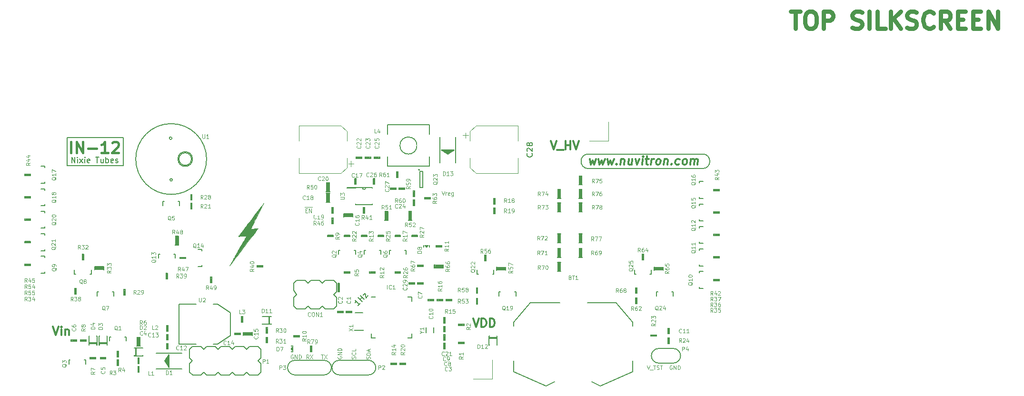
<source format=gbr>
G04 #@! TF.GenerationSoftware,KiCad,Pcbnew,(5.0.0)*
G04 #@! TF.CreationDate,2019-01-17T09:26:07-05:00*
G04 #@! TF.ProjectId,nixie_clock_3,6E697869655F636C6F636B5F332E6B69,rev?*
G04 #@! TF.SameCoordinates,PX3e8fa00PY66ce5c0*
G04 #@! TF.FileFunction,Legend,Top*
G04 #@! TF.FilePolarity,Positive*
%FSLAX46Y46*%
G04 Gerber Fmt 4.6, Leading zero omitted, Abs format (unit mm)*
G04 Created by KiCad (PCBNEW (5.0.0)) date 01/17/19 09:26:07*
%MOMM*%
%LPD*%
G01*
G04 APERTURE LIST*
%ADD10C,0.200000*%
%ADD11C,0.750000*%
%ADD12C,0.400000*%
%ADD13C,0.300000*%
%ADD14C,0.100000*%
%ADD15C,0.120000*%
%ADD16C,0.150000*%
%ADD17C,0.010000*%
%ADD18R,3.900000X2.900000*%
%ADD19R,1.300000X1.300000*%
%ADD20R,1.200100X1.200100*%
%ADD21C,2.200000*%
%ADD22R,1.650000X1.400000*%
%ADD23C,13.400000*%
%ADD24R,3.300000X6.200000*%
%ADD25R,1.400000X1.650000*%
%ADD26R,1.100000X0.650000*%
%ADD27R,0.650000X1.100000*%
%ADD28R,1.687500X1.687500*%
%ADD29R,2.900000X3.900000*%
%ADD30R,1.460000X1.050000*%
%ADD31C,2.000000*%
%ADD32R,2.432000X4.057600*%
%ADD33R,2.432000X1.416000*%
%ADD34R,2.000000X0.650000*%
%ADD35R,1.970000X2.280000*%
%ADD36C,3.600000*%
%ADD37R,2.100000X1.500000*%
%ADD38R,1.900000X1.000000*%
%ADD39R,1.900000X1.100000*%
%ADD40C,2.540000*%
%ADD41R,2.500000X2.500000*%
%ADD42R,3.400000X3.400000*%
G04 APERTURE END LIST*
D10*
X30500000Y38900000D02*
G75*
G03X30500000Y38900000I-1300000J0D01*
G01*
X30304536Y38900000D02*
G75*
G03X30304536Y38900000I-1104536J0D01*
G01*
X60900000Y8400000D02*
X60900000Y9400000D01*
X59300000Y8400000D02*
X60900000Y8400000D01*
X59300000Y9400000D02*
X59300000Y8400000D01*
X60365312Y13225550D02*
X59961251Y12821489D01*
X60163282Y13023520D02*
X59456175Y13730626D01*
X59489847Y13562268D01*
X59489847Y13427581D01*
X59456175Y13326565D01*
X60668358Y13528596D02*
X59961251Y14235703D01*
X60297969Y13898985D02*
X60702030Y14303046D01*
X61072419Y13932657D02*
X60365312Y14639764D01*
X60870389Y14673436D02*
X61240778Y15043825D01*
X61341793Y14202031D01*
X61712183Y14572420D01*
D11*
X136857142Y65142858D02*
X138571428Y65142858D01*
X137714285Y62142858D02*
X137714285Y65142858D01*
X140142857Y65142858D02*
X140714285Y65142858D01*
X141000000Y65000000D01*
X141285714Y64714286D01*
X141428571Y64142858D01*
X141428571Y63142858D01*
X141285714Y62571429D01*
X141000000Y62285715D01*
X140714285Y62142858D01*
X140142857Y62142858D01*
X139857142Y62285715D01*
X139571428Y62571429D01*
X139428571Y63142858D01*
X139428571Y64142858D01*
X139571428Y64714286D01*
X139857142Y65000000D01*
X140142857Y65142858D01*
X142714285Y62142858D02*
X142714285Y65142858D01*
X143857142Y65142858D01*
X144142857Y65000000D01*
X144285714Y64857143D01*
X144428571Y64571429D01*
X144428571Y64142858D01*
X144285714Y63857143D01*
X144142857Y63714286D01*
X143857142Y63571429D01*
X142714285Y63571429D01*
X147857142Y62285715D02*
X148285714Y62142858D01*
X149000000Y62142858D01*
X149285714Y62285715D01*
X149428571Y62428572D01*
X149571428Y62714286D01*
X149571428Y63000000D01*
X149428571Y63285715D01*
X149285714Y63428572D01*
X149000000Y63571429D01*
X148428571Y63714286D01*
X148142857Y63857143D01*
X148000000Y64000000D01*
X147857142Y64285715D01*
X147857142Y64571429D01*
X148000000Y64857143D01*
X148142857Y65000000D01*
X148428571Y65142858D01*
X149142857Y65142858D01*
X149571428Y65000000D01*
X150857142Y62142858D02*
X150857142Y65142858D01*
X153714285Y62142858D02*
X152285714Y62142858D01*
X152285714Y65142858D01*
X154714285Y62142858D02*
X154714285Y65142858D01*
X156428571Y62142858D02*
X155142857Y63857143D01*
X156428571Y65142858D02*
X154714285Y63428572D01*
X157571428Y62285715D02*
X158000000Y62142858D01*
X158714285Y62142858D01*
X159000000Y62285715D01*
X159142857Y62428572D01*
X159285714Y62714286D01*
X159285714Y63000000D01*
X159142857Y63285715D01*
X159000000Y63428572D01*
X158714285Y63571429D01*
X158142857Y63714286D01*
X157857142Y63857143D01*
X157714285Y64000000D01*
X157571428Y64285715D01*
X157571428Y64571429D01*
X157714285Y64857143D01*
X157857142Y65000000D01*
X158142857Y65142858D01*
X158857142Y65142858D01*
X159285714Y65000000D01*
X162285714Y62428572D02*
X162142857Y62285715D01*
X161714285Y62142858D01*
X161428571Y62142858D01*
X161000000Y62285715D01*
X160714285Y62571429D01*
X160571428Y62857143D01*
X160428571Y63428572D01*
X160428571Y63857143D01*
X160571428Y64428572D01*
X160714285Y64714286D01*
X161000000Y65000000D01*
X161428571Y65142858D01*
X161714285Y65142858D01*
X162142857Y65000000D01*
X162285714Y64857143D01*
X165285714Y62142858D02*
X164285714Y63571429D01*
X163571428Y62142858D02*
X163571428Y65142858D01*
X164714285Y65142858D01*
X165000000Y65000000D01*
X165142857Y64857143D01*
X165285714Y64571429D01*
X165285714Y64142858D01*
X165142857Y63857143D01*
X165000000Y63714286D01*
X164714285Y63571429D01*
X163571428Y63571429D01*
X166571428Y63714286D02*
X167571428Y63714286D01*
X168000000Y62142858D02*
X166571428Y62142858D01*
X166571428Y65142858D01*
X168000000Y65142858D01*
X169285714Y63714286D02*
X170285714Y63714286D01*
X170714285Y62142858D02*
X169285714Y62142858D01*
X169285714Y65142858D01*
X170714285Y65142858D01*
X172000000Y62142858D02*
X172000000Y65142858D01*
X173714285Y62142858D01*
X173714285Y65142858D01*
D10*
X8200000Y42700000D02*
X8200000Y41800000D01*
X18200000Y42700000D02*
X8200000Y42700000D01*
X18200000Y37700000D02*
X18200000Y42700000D01*
X8200000Y37700000D02*
X18200000Y37700000D01*
X8200000Y41800000D02*
X8200000Y37700000D01*
X9004761Y38247620D02*
X9004761Y39247620D01*
X9576190Y38247620D01*
X9576190Y39247620D01*
X10052380Y38247620D02*
X10052380Y38914286D01*
X10052380Y39247620D02*
X10004761Y39200000D01*
X10052380Y39152381D01*
X10100000Y39200000D01*
X10052380Y39247620D01*
X10052380Y39152381D01*
X10433333Y38247620D02*
X10957142Y38914286D01*
X10433333Y38914286D02*
X10957142Y38247620D01*
X11338095Y38247620D02*
X11338095Y38914286D01*
X11338095Y39247620D02*
X11290476Y39200000D01*
X11338095Y39152381D01*
X11385714Y39200000D01*
X11338095Y39247620D01*
X11338095Y39152381D01*
X12195238Y38295239D02*
X12100000Y38247620D01*
X11909523Y38247620D01*
X11814285Y38295239D01*
X11766666Y38390477D01*
X11766666Y38771429D01*
X11814285Y38866667D01*
X11909523Y38914286D01*
X12100000Y38914286D01*
X12195238Y38866667D01*
X12242857Y38771429D01*
X12242857Y38676191D01*
X11766666Y38580953D01*
X13290476Y39247620D02*
X13861904Y39247620D01*
X13576190Y38247620D02*
X13576190Y39247620D01*
X14623809Y38914286D02*
X14623809Y38247620D01*
X14195238Y38914286D02*
X14195238Y38390477D01*
X14242857Y38295239D01*
X14338095Y38247620D01*
X14480952Y38247620D01*
X14576190Y38295239D01*
X14623809Y38342858D01*
X15100000Y38247620D02*
X15100000Y39247620D01*
X15100000Y38866667D02*
X15195238Y38914286D01*
X15385714Y38914286D01*
X15480952Y38866667D01*
X15528571Y38819048D01*
X15576190Y38723810D01*
X15576190Y38438096D01*
X15528571Y38342858D01*
X15480952Y38295239D01*
X15385714Y38247620D01*
X15195238Y38247620D01*
X15100000Y38295239D01*
X16385714Y38295239D02*
X16290476Y38247620D01*
X16100000Y38247620D01*
X16004761Y38295239D01*
X15957142Y38390477D01*
X15957142Y38771429D01*
X16004761Y38866667D01*
X16100000Y38914286D01*
X16290476Y38914286D01*
X16385714Y38866667D01*
X16433333Y38771429D01*
X16433333Y38676191D01*
X15957142Y38580953D01*
X16814285Y38295239D02*
X16909523Y38247620D01*
X17100000Y38247620D01*
X17195238Y38295239D01*
X17242857Y38390477D01*
X17242857Y38438096D01*
X17195238Y38533334D01*
X17100000Y38580953D01*
X16957142Y38580953D01*
X16861904Y38628572D01*
X16814285Y38723810D01*
X16814285Y38771429D01*
X16861904Y38866667D01*
X16957142Y38914286D01*
X17100000Y38914286D01*
X17195238Y38866667D01*
D12*
X8909523Y39995239D02*
X8909523Y41995239D01*
X9861904Y39995239D02*
X9861904Y41995239D01*
X11004761Y39995239D01*
X11004761Y41995239D01*
X11957142Y40757143D02*
X13480952Y40757143D01*
X15480952Y39995239D02*
X14338095Y39995239D01*
X14909523Y39995239D02*
X14909523Y41995239D01*
X14719047Y41709524D01*
X14528571Y41519048D01*
X14338095Y41423810D01*
X16242857Y41804762D02*
X16338095Y41900000D01*
X16528571Y41995239D01*
X17004761Y41995239D01*
X17195238Y41900000D01*
X17290476Y41804762D01*
X17385714Y41614286D01*
X17385714Y41423810D01*
X17290476Y41138096D01*
X16147619Y39995239D01*
X17385714Y39995239D01*
D10*
X100900000Y37200000D02*
X121200000Y37200000D01*
X121200000Y37200000D02*
G75*
G03X121200000Y39800000I0J1300000D01*
G01*
X100900000Y39800000D02*
G75*
G03X100900000Y37200000I0J-1300000D01*
G01*
X100900000Y37200000D02*
X100900000Y37200000D01*
X121200000Y39800000D02*
X100900000Y39800000D01*
D13*
X101154642Y38921429D02*
X101315357Y37921429D01*
X101690357Y38635715D01*
X101886785Y37921429D01*
X102297500Y38921429D01*
X102726071Y38921429D02*
X102886785Y37921429D01*
X103261785Y38635715D01*
X103458214Y37921429D01*
X103868928Y38921429D01*
X104297500Y38921429D02*
X104458214Y37921429D01*
X104833214Y38635715D01*
X105029642Y37921429D01*
X105440357Y38921429D01*
X105904642Y38064286D02*
X105967142Y37992858D01*
X105886785Y37921429D01*
X105824285Y37992858D01*
X105904642Y38064286D01*
X105886785Y37921429D01*
X106726071Y38921429D02*
X106601071Y37921429D01*
X106708214Y38778572D02*
X106788571Y38850000D01*
X106940357Y38921429D01*
X107154642Y38921429D01*
X107288571Y38850000D01*
X107342142Y38707143D01*
X107243928Y37921429D01*
X108726071Y38921429D02*
X108601071Y37921429D01*
X108083214Y38921429D02*
X107985000Y38135715D01*
X108038571Y37992858D01*
X108172500Y37921429D01*
X108386785Y37921429D01*
X108538571Y37992858D01*
X108618928Y38064286D01*
X109297500Y38921429D02*
X109529642Y37921429D01*
X110011785Y38921429D01*
X110458214Y37921429D02*
X110583214Y38921429D01*
X110645714Y39421429D02*
X110565357Y39350000D01*
X110627857Y39278572D01*
X110708214Y39350000D01*
X110645714Y39421429D01*
X110627857Y39278572D01*
X111083214Y38921429D02*
X111654642Y38921429D01*
X111360000Y39421429D02*
X111199285Y38135715D01*
X111252857Y37992858D01*
X111386785Y37921429D01*
X111529642Y37921429D01*
X112029642Y37921429D02*
X112154642Y38921429D01*
X112118928Y38635715D02*
X112208214Y38778572D01*
X112288571Y38850000D01*
X112440357Y38921429D01*
X112583214Y38921429D01*
X113172500Y37921429D02*
X113038571Y37992858D01*
X112976071Y38064286D01*
X112922500Y38207143D01*
X112976071Y38635715D01*
X113065357Y38778572D01*
X113145714Y38850000D01*
X113297500Y38921429D01*
X113511785Y38921429D01*
X113645714Y38850000D01*
X113708214Y38778572D01*
X113761785Y38635715D01*
X113708214Y38207143D01*
X113618928Y38064286D01*
X113538571Y37992858D01*
X113386785Y37921429D01*
X113172500Y37921429D01*
X114440357Y38921429D02*
X114315357Y37921429D01*
X114422500Y38778572D02*
X114502857Y38850000D01*
X114654642Y38921429D01*
X114868928Y38921429D01*
X115002857Y38850000D01*
X115056428Y38707143D01*
X114958214Y37921429D01*
X115690357Y38064286D02*
X115752857Y37992858D01*
X115672500Y37921429D01*
X115610000Y37992858D01*
X115690357Y38064286D01*
X115672500Y37921429D01*
X117038571Y37992858D02*
X116886785Y37921429D01*
X116601071Y37921429D01*
X116467142Y37992858D01*
X116404642Y38064286D01*
X116351071Y38207143D01*
X116404642Y38635715D01*
X116493928Y38778572D01*
X116574285Y38850000D01*
X116726071Y38921429D01*
X117011785Y38921429D01*
X117145714Y38850000D01*
X117886785Y37921429D02*
X117752857Y37992858D01*
X117690357Y38064286D01*
X117636785Y38207143D01*
X117690357Y38635715D01*
X117779642Y38778572D01*
X117860000Y38850000D01*
X118011785Y38921429D01*
X118226071Y38921429D01*
X118360000Y38850000D01*
X118422500Y38778572D01*
X118476071Y38635715D01*
X118422500Y38207143D01*
X118333214Y38064286D01*
X118252857Y37992858D01*
X118101071Y37921429D01*
X117886785Y37921429D01*
X119029642Y37921429D02*
X119154642Y38921429D01*
X119136785Y38778572D02*
X119217142Y38850000D01*
X119368928Y38921429D01*
X119583214Y38921429D01*
X119717142Y38850000D01*
X119770714Y38707143D01*
X119672500Y37921429D01*
X119770714Y38707143D02*
X119860000Y38850000D01*
X120011785Y38921429D01*
X120226071Y38921429D01*
X120360000Y38850000D01*
X120413571Y38707143D01*
X120315357Y37921429D01*
D14*
X115766666Y2150000D02*
X115700000Y2183334D01*
X115600000Y2183334D01*
X115500000Y2150000D01*
X115433333Y2083334D01*
X115400000Y2016667D01*
X115366666Y1883334D01*
X115366666Y1783334D01*
X115400000Y1650000D01*
X115433333Y1583334D01*
X115500000Y1516667D01*
X115600000Y1483334D01*
X115666666Y1483334D01*
X115766666Y1516667D01*
X115800000Y1550000D01*
X115800000Y1783334D01*
X115666666Y1783334D01*
X116100000Y1483334D02*
X116100000Y2183334D01*
X116500000Y1483334D01*
X116500000Y2183334D01*
X116833333Y1483334D02*
X116833333Y2183334D01*
X117000000Y2183334D01*
X117100000Y2150000D01*
X117166666Y2083334D01*
X117200000Y2016667D01*
X117233333Y1883334D01*
X117233333Y1783334D01*
X117200000Y1650000D01*
X117166666Y1583334D01*
X117100000Y1516667D01*
X117000000Y1483334D01*
X116833333Y1483334D01*
X111333333Y2183334D02*
X111566666Y1483334D01*
X111800000Y2183334D01*
X111866666Y1416667D02*
X112400000Y1416667D01*
X112466666Y2183334D02*
X112866666Y2183334D01*
X112666666Y1483334D02*
X112666666Y2183334D01*
X113066666Y1516667D02*
X113166666Y1483334D01*
X113333333Y1483334D01*
X113400000Y1516667D01*
X113433333Y1550000D01*
X113466666Y1616667D01*
X113466666Y1683334D01*
X113433333Y1750000D01*
X113400000Y1783334D01*
X113333333Y1816667D01*
X113200000Y1850000D01*
X113133333Y1883334D01*
X113100000Y1916667D01*
X113066666Y1983334D01*
X113066666Y2050000D01*
X113100000Y2116667D01*
X113133333Y2150000D01*
X113200000Y2183334D01*
X113366666Y2183334D01*
X113466666Y2150000D01*
X113666666Y2183334D02*
X114066666Y2183334D01*
X113866666Y1483334D02*
X113866666Y2183334D01*
X50416666Y30334000D02*
X51050000Y30334000D01*
X50583333Y29750000D02*
X50816666Y29750000D01*
X50916666Y29383334D02*
X50583333Y29383334D01*
X50583333Y30083334D01*
X50916666Y30083334D01*
X51050000Y30334000D02*
X51783333Y30334000D01*
X51216666Y29383334D02*
X51216666Y30083334D01*
X51616666Y29383334D01*
X51616666Y30083334D01*
X74833333Y33183334D02*
X75066666Y32483334D01*
X75300000Y33183334D01*
X75533333Y32483334D02*
X75533333Y32950000D01*
X75533333Y32816667D02*
X75566666Y32883334D01*
X75600000Y32916667D01*
X75666666Y32950000D01*
X75733333Y32950000D01*
X76233333Y32516667D02*
X76166666Y32483334D01*
X76033333Y32483334D01*
X75966666Y32516667D01*
X75933333Y32583334D01*
X75933333Y32850000D01*
X75966666Y32916667D01*
X76033333Y32950000D01*
X76166666Y32950000D01*
X76233333Y32916667D01*
X76266666Y32850000D01*
X76266666Y32783334D01*
X75933333Y32716667D01*
X76866666Y32950000D02*
X76866666Y32383334D01*
X76833333Y32316667D01*
X76800000Y32283334D01*
X76733333Y32250000D01*
X76633333Y32250000D01*
X76566666Y32283334D01*
X76866666Y32516667D02*
X76800000Y32483334D01*
X76666666Y32483334D01*
X76600000Y32516667D01*
X76566666Y32550000D01*
X76533333Y32616667D01*
X76533333Y32816667D01*
X76566666Y32883334D01*
X76600000Y32916667D01*
X76666666Y32950000D01*
X76800000Y32950000D01*
X76866666Y32916667D01*
D13*
X94200000Y42121429D02*
X94700000Y40621429D01*
X95200000Y42121429D01*
X95342857Y40478572D02*
X96485714Y40478572D01*
X96842857Y40621429D02*
X96842857Y42121429D01*
X96842857Y41407143D02*
X97700000Y41407143D01*
X97700000Y40621429D02*
X97700000Y42121429D01*
X98200000Y42121429D02*
X98700000Y40621429D01*
X99200000Y42121429D01*
X80400000Y10521429D02*
X80900000Y9021429D01*
X81400000Y10521429D01*
X81900000Y9021429D02*
X81900000Y10521429D01*
X82257142Y10521429D01*
X82471428Y10450000D01*
X82614285Y10307143D01*
X82685714Y10164286D01*
X82757142Y9878572D01*
X82757142Y9664286D01*
X82685714Y9378572D01*
X82614285Y9235715D01*
X82471428Y9092858D01*
X82257142Y9021429D01*
X81900000Y9021429D01*
X83400000Y9021429D02*
X83400000Y10521429D01*
X83757142Y10521429D01*
X83971428Y10450000D01*
X84114285Y10307143D01*
X84185714Y10164286D01*
X84257142Y9878572D01*
X84257142Y9664286D01*
X84185714Y9378572D01*
X84114285Y9235715D01*
X83971428Y9092858D01*
X83757142Y9021429D01*
X83400000Y9021429D01*
D14*
X48366666Y4050000D02*
X48300000Y4083334D01*
X48200000Y4083334D01*
X48100000Y4050000D01*
X48033333Y3983334D01*
X48000000Y3916667D01*
X47966666Y3783334D01*
X47966666Y3683334D01*
X48000000Y3550000D01*
X48033333Y3483334D01*
X48100000Y3416667D01*
X48200000Y3383334D01*
X48266666Y3383334D01*
X48366666Y3416667D01*
X48400000Y3450000D01*
X48400000Y3683334D01*
X48266666Y3683334D01*
X48700000Y3383334D02*
X48700000Y4083334D01*
X49100000Y3383334D01*
X49100000Y4083334D01*
X49433333Y3383334D02*
X49433333Y4083334D01*
X49600000Y4083334D01*
X49700000Y4050000D01*
X49766666Y3983334D01*
X49800000Y3916667D01*
X49833333Y3783334D01*
X49833333Y3683334D01*
X49800000Y3550000D01*
X49766666Y3483334D01*
X49700000Y3416667D01*
X49600000Y3383334D01*
X49433333Y3383334D01*
X53366666Y4083334D02*
X53766666Y4083334D01*
X53566666Y3383334D02*
X53566666Y4083334D01*
X53933333Y4083334D02*
X54400000Y3383334D01*
X54400000Y4083334D02*
X53933333Y3383334D01*
X51183333Y3383334D02*
X50950000Y3716667D01*
X50783333Y3383334D02*
X50783333Y4083334D01*
X51050000Y4083334D01*
X51116666Y4050000D01*
X51150000Y4016667D01*
X51183333Y3950000D01*
X51183333Y3850000D01*
X51150000Y3783334D01*
X51116666Y3750000D01*
X51050000Y3716667D01*
X50783333Y3716667D01*
X51416666Y4083334D02*
X51883333Y3383334D01*
X51883333Y4083334D02*
X51416666Y3383334D01*
X56350000Y3766667D02*
X56316666Y3700000D01*
X56316666Y3600000D01*
X56350000Y3500000D01*
X56416666Y3433334D01*
X56483333Y3400000D01*
X56616666Y3366667D01*
X56716666Y3366667D01*
X56850000Y3400000D01*
X56916666Y3433334D01*
X56983333Y3500000D01*
X57016666Y3600000D01*
X57016666Y3666667D01*
X56983333Y3766667D01*
X56950000Y3800000D01*
X56716666Y3800000D01*
X56716666Y3666667D01*
X57016666Y4100000D02*
X56316666Y4100000D01*
X57016666Y4500000D01*
X56316666Y4500000D01*
X57016666Y4833334D02*
X56316666Y4833334D01*
X56316666Y5000000D01*
X56350000Y5100000D01*
X56416666Y5166667D01*
X56483333Y5200000D01*
X56616666Y5233334D01*
X56716666Y5233334D01*
X56850000Y5200000D01*
X56916666Y5166667D01*
X56983333Y5100000D01*
X57016666Y5000000D01*
X57016666Y4833334D01*
X59483333Y3366667D02*
X59516666Y3466667D01*
X59516666Y3633334D01*
X59483333Y3700000D01*
X59450000Y3733334D01*
X59383333Y3766667D01*
X59316666Y3766667D01*
X59250000Y3733334D01*
X59216666Y3700000D01*
X59183333Y3633334D01*
X59150000Y3500000D01*
X59116666Y3433334D01*
X59083333Y3400000D01*
X59016666Y3366667D01*
X58950000Y3366667D01*
X58883333Y3400000D01*
X58850000Y3433334D01*
X58816666Y3500000D01*
X58816666Y3666667D01*
X58850000Y3766667D01*
X59450000Y4466667D02*
X59483333Y4433334D01*
X59516666Y4333334D01*
X59516666Y4266667D01*
X59483333Y4166667D01*
X59416666Y4100000D01*
X59350000Y4066667D01*
X59216666Y4033334D01*
X59116666Y4033334D01*
X58983333Y4066667D01*
X58916666Y4100000D01*
X58850000Y4166667D01*
X58816666Y4266667D01*
X58816666Y4333334D01*
X58850000Y4433334D01*
X58883333Y4466667D01*
X59516666Y5100000D02*
X59516666Y4766667D01*
X58816666Y4766667D01*
X62083333Y3350000D02*
X62116666Y3450000D01*
X62116666Y3616667D01*
X62083333Y3683334D01*
X62050000Y3716667D01*
X61983333Y3750000D01*
X61916666Y3750000D01*
X61850000Y3716667D01*
X61816666Y3683334D01*
X61783333Y3616667D01*
X61750000Y3483334D01*
X61716666Y3416667D01*
X61683333Y3383334D01*
X61616666Y3350000D01*
X61550000Y3350000D01*
X61483333Y3383334D01*
X61450000Y3416667D01*
X61416666Y3483334D01*
X61416666Y3650000D01*
X61450000Y3750000D01*
X62116666Y4050000D02*
X61416666Y4050000D01*
X61416666Y4216667D01*
X61450000Y4316667D01*
X61516666Y4383334D01*
X61583333Y4416667D01*
X61716666Y4450000D01*
X61816666Y4450000D01*
X61950000Y4416667D01*
X62016666Y4383334D01*
X62083333Y4316667D01*
X62116666Y4216667D01*
X62116666Y4050000D01*
X61916666Y4716667D02*
X61916666Y5050000D01*
X62116666Y4650000D02*
X61416666Y4883334D01*
X62116666Y5116667D01*
D13*
X5664285Y9121429D02*
X6164285Y7621429D01*
X6664285Y9121429D01*
X7164285Y7621429D02*
X7164285Y8621429D01*
X7164285Y9121429D02*
X7092857Y9050000D01*
X7164285Y8978572D01*
X7235714Y9050000D01*
X7164285Y9121429D01*
X7164285Y8978572D01*
X7878571Y8621429D02*
X7878571Y7621429D01*
X7878571Y8478572D02*
X7950000Y8550000D01*
X8092857Y8621429D01*
X8307142Y8621429D01*
X8450000Y8550000D01*
X8521428Y8407143D01*
X8521428Y7621429D01*
D15*
G04 #@! TO.C,C20*
X49440000Y44860000D02*
X49440000Y42110000D01*
X49440000Y36340000D02*
X49440000Y39090000D01*
X56895563Y36340000D02*
X49440000Y36340000D01*
X56895563Y44860000D02*
X49440000Y44860000D01*
X57960000Y43795563D02*
X57960000Y42110000D01*
X57960000Y37404437D02*
X57960000Y39090000D01*
X57960000Y37404437D02*
X56895563Y36340000D01*
X57960000Y43795563D02*
X56895563Y44860000D01*
X59200000Y38090000D02*
X58200000Y38090000D01*
X58700000Y37590000D02*
X58700000Y38590000D01*
D16*
G04 #@! TO.C,C21*
X75100000Y10600000D02*
X75400000Y10600000D01*
X75400000Y10600000D02*
X75400000Y9800000D01*
X75400000Y9800000D02*
X75200000Y9800000D01*
X75200000Y9800000D02*
X75200000Y10500000D01*
X75200000Y10500000D02*
X75300000Y10500000D01*
X75300000Y10500000D02*
X75300000Y9900000D01*
X75100000Y10700000D02*
X75500000Y10700000D01*
X75500000Y10700000D02*
X75500000Y9700000D01*
X75500000Y9700000D02*
X75100000Y9700000D01*
X75100000Y9700000D02*
X75100000Y10700000D01*
G04 #@! TO.C,D12*
X84650000Y7200000D02*
X83250000Y7200000D01*
X83250000Y7200000D02*
X83250000Y7100000D01*
X83250000Y7100000D02*
X84650000Y7100000D01*
X84650000Y7100000D02*
X84650000Y7000000D01*
X84650000Y7000000D02*
X83250000Y7000000D01*
X83350000Y7400000D02*
X83250000Y7400000D01*
X83250000Y7400000D02*
X83250000Y5800000D01*
X83250000Y5800000D02*
X83350000Y5800000D01*
X84650000Y6600000D02*
X84650000Y5800000D01*
X84650000Y5800000D02*
X84550000Y5800000D01*
X84650000Y6600000D02*
X84650000Y7400000D01*
X84650000Y7400000D02*
X84550000Y7400000D01*
G04 #@! TO.C,Q3*
X11299160Y3150240D02*
X11250900Y3150240D01*
X8500180Y2449200D02*
X8500180Y3150240D01*
X8500180Y3150240D02*
X8749100Y3150240D01*
X11299160Y3150240D02*
X11499820Y3150240D01*
X11499820Y3150240D02*
X11499820Y2449200D01*
G04 #@! TO.C,R7*
X12400000Y3300000D02*
X12400000Y3600000D01*
X12400000Y3600000D02*
X13200000Y3600000D01*
X13200000Y3600000D02*
X13200000Y3400000D01*
X13200000Y3400000D02*
X12500000Y3400000D01*
X12500000Y3400000D02*
X12500000Y3500000D01*
X12500000Y3500000D02*
X13100000Y3500000D01*
X12300000Y3300000D02*
X12300000Y3700000D01*
X12300000Y3700000D02*
X13300000Y3700000D01*
X13300000Y3700000D02*
X13300000Y3300000D01*
X13300000Y3300000D02*
X12300000Y3300000D01*
G04 #@! TO.C,R8*
X11500000Y6800000D02*
X11500000Y6500000D01*
X11500000Y6500000D02*
X10700000Y6500000D01*
X10700000Y6500000D02*
X10700000Y6700000D01*
X10700000Y6700000D02*
X11400000Y6700000D01*
X11400000Y6700000D02*
X11400000Y6600000D01*
X11400000Y6600000D02*
X10800000Y6600000D01*
X11600000Y6800000D02*
X11600000Y6400000D01*
X11600000Y6400000D02*
X10600000Y6400000D01*
X10600000Y6400000D02*
X10600000Y6800000D01*
X10600000Y6800000D02*
X11600000Y6800000D01*
G04 #@! TO.C,C6*
X9000000Y6400000D02*
X9000000Y6700000D01*
X9000000Y6700000D02*
X9800000Y6700000D01*
X9800000Y6700000D02*
X9800000Y6500000D01*
X9800000Y6500000D02*
X9100000Y6500000D01*
X9100000Y6500000D02*
X9100000Y6600000D01*
X9100000Y6600000D02*
X9700000Y6600000D01*
X8900000Y6400000D02*
X8900000Y6800000D01*
X8900000Y6800000D02*
X9900000Y6800000D01*
X9900000Y6800000D02*
X9900000Y6400000D01*
X9900000Y6400000D02*
X8900000Y6400000D01*
G04 #@! TO.C,CON1*
X56491000Y16832000D02*
X56491000Y15308000D01*
X56364000Y15308000D02*
X56364000Y16832000D01*
X56364000Y16832000D02*
X56618000Y16832000D01*
X56618000Y16832000D02*
X56618000Y15308000D01*
X56618000Y15308000D02*
X56364000Y15308000D01*
X53316000Y17086000D02*
X53570000Y16832000D01*
X53570000Y16832000D02*
X54078000Y17340000D01*
X54078000Y17340000D02*
X55602000Y17340000D01*
X55602000Y17340000D02*
X56110000Y16832000D01*
X56110000Y16832000D02*
X56110000Y15308000D01*
X56110000Y15308000D02*
X55602000Y14800000D01*
X55602000Y14800000D02*
X56110000Y14292000D01*
X56110000Y14292000D02*
X56110000Y12768000D01*
X56110000Y12768000D02*
X55602000Y12260000D01*
X55602000Y12260000D02*
X54078000Y12260000D01*
X54078000Y12260000D02*
X53570000Y12768000D01*
X53570000Y12768000D02*
X53062000Y12260000D01*
X53062000Y12260000D02*
X51538000Y12260000D01*
X51538000Y12260000D02*
X51030000Y12768000D01*
X51030000Y12768000D02*
X50522000Y12260000D01*
X50522000Y12260000D02*
X48998000Y12260000D01*
X48998000Y12260000D02*
X48490000Y12768000D01*
X48490000Y12768000D02*
X48490000Y14292000D01*
X48490000Y14292000D02*
X48998000Y14800000D01*
X48998000Y14800000D02*
X48490000Y15562000D01*
X48490000Y15562000D02*
X48490000Y16832000D01*
X48490000Y16832000D02*
X48998000Y17340000D01*
X48998000Y17340000D02*
X50522000Y17340000D01*
X50522000Y17340000D02*
X51030000Y16832000D01*
X51030000Y16832000D02*
X51538000Y17340000D01*
X51538000Y17340000D02*
X53062000Y17340000D01*
X53062000Y17340000D02*
X53316000Y17086000D01*
G04 #@! TO.C,R1*
X78700000Y6400000D02*
X78700000Y6100000D01*
X78700000Y6100000D02*
X77900000Y6100000D01*
X77900000Y6100000D02*
X77900000Y6300000D01*
X77900000Y6300000D02*
X78600000Y6300000D01*
X78600000Y6300000D02*
X78600000Y6200000D01*
X78600000Y6200000D02*
X78000000Y6200000D01*
X78800000Y6400000D02*
X78800000Y6000000D01*
X78800000Y6000000D02*
X77800000Y6000000D01*
X77800000Y6000000D02*
X77800000Y6400000D01*
X77800000Y6400000D02*
X78800000Y6400000D01*
G04 #@! TO.C,R57*
X86200000Y19600000D02*
X84700000Y19600000D01*
X84700000Y19600000D02*
X84700000Y19200000D01*
X84700000Y19200000D02*
X86100000Y19200000D01*
X86100000Y19200000D02*
X86100000Y19500000D01*
X86100000Y19500000D02*
X84800000Y19500000D01*
X84800000Y19500000D02*
X84800000Y19300000D01*
X84800000Y19300000D02*
X86000000Y19300000D01*
X86000000Y19300000D02*
X86000000Y19400000D01*
X86000000Y19400000D02*
X84900000Y19400000D01*
X86200000Y19700000D02*
X84600000Y19700000D01*
X84600000Y19700000D02*
X84600000Y19100000D01*
X84600000Y19100000D02*
X86200000Y19100000D01*
X86200000Y19100000D02*
X86200000Y19600000D01*
X86200000Y19600000D02*
X86200000Y19700000D01*
G04 #@! TO.C,Q25*
X109300840Y18449760D02*
X109349100Y18449760D01*
X112099820Y19150800D02*
X112099820Y18449760D01*
X112099820Y18449760D02*
X111850900Y18449760D01*
X109300840Y18449760D02*
X109100180Y18449760D01*
X109100180Y18449760D02*
X109100180Y19150800D01*
G04 #@! TO.C,R64*
X110400000Y21900000D02*
X110700000Y21900000D01*
X110700000Y21900000D02*
X110700000Y21100000D01*
X110700000Y21100000D02*
X110500000Y21100000D01*
X110500000Y21100000D02*
X110500000Y21800000D01*
X110500000Y21800000D02*
X110600000Y21800000D01*
X110600000Y21800000D02*
X110600000Y21200000D01*
X110400000Y22000000D02*
X110800000Y22000000D01*
X110800000Y22000000D02*
X110800000Y21000000D01*
X110800000Y21000000D02*
X110400000Y21000000D01*
X110400000Y21000000D02*
X110400000Y22000000D01*
G04 #@! TO.C,BT1*
X103000000Y-1500000D02*
X101500000Y-700000D01*
X93400000Y-1500000D02*
X94900000Y-700000D01*
X87600000Y9900000D02*
X87600000Y8800000D01*
X87600000Y1100000D02*
X87600000Y3400000D01*
X108800000Y1100000D02*
X108800000Y3400000D01*
X108800000Y9900000D02*
X108800000Y8800000D01*
X105800000Y13300000D02*
X100700000Y13300000D01*
X90600000Y13300000D02*
X95800000Y13300000D01*
X105800000Y13300000D02*
X108800000Y9900000D01*
X90600000Y13300000D02*
X87600000Y9900000D01*
X103000000Y-1500000D02*
X108800000Y1100000D01*
X93400000Y-1500000D02*
X87600000Y1100000D01*
G04 #@! TO.C,C1*
X58700000Y11900000D02*
X58700000Y11600000D01*
X58700000Y11600000D02*
X57900000Y11600000D01*
X57900000Y11600000D02*
X57900000Y11800000D01*
X57900000Y11800000D02*
X58600000Y11800000D01*
X58600000Y11800000D02*
X58600000Y11700000D01*
X58600000Y11700000D02*
X58000000Y11700000D01*
X58800000Y11900000D02*
X58800000Y11500000D01*
X58800000Y11500000D02*
X57800000Y11500000D01*
X57800000Y11500000D02*
X57800000Y11900000D01*
X57800000Y11900000D02*
X58800000Y11900000D01*
G04 #@! TO.C,C2*
X57200000Y11900000D02*
X57200000Y11600000D01*
X57200000Y11600000D02*
X56400000Y11600000D01*
X56400000Y11600000D02*
X56400000Y11800000D01*
X56400000Y11800000D02*
X57100000Y11800000D01*
X57100000Y11800000D02*
X57100000Y11700000D01*
X57100000Y11700000D02*
X56500000Y11700000D01*
X57300000Y11900000D02*
X57300000Y11500000D01*
X57300000Y11500000D02*
X56300000Y11500000D01*
X56300000Y11500000D02*
X56300000Y11900000D01*
X56300000Y11900000D02*
X57300000Y11900000D01*
G04 #@! TO.C,C3*
X75100000Y6050000D02*
X75400000Y6050000D01*
X75400000Y6050000D02*
X75400000Y5250000D01*
X75400000Y5250000D02*
X75200000Y5250000D01*
X75200000Y5250000D02*
X75200000Y5950000D01*
X75200000Y5950000D02*
X75300000Y5950000D01*
X75300000Y5950000D02*
X75300000Y5350000D01*
X75100000Y6150000D02*
X75500000Y6150000D01*
X75500000Y6150000D02*
X75500000Y5150000D01*
X75500000Y5150000D02*
X75100000Y5150000D01*
X75100000Y5150000D02*
X75100000Y6150000D01*
G04 #@! TO.C,C4*
X20700000Y3400000D02*
X21000000Y3400000D01*
X21000000Y3400000D02*
X21000000Y2600000D01*
X21000000Y2600000D02*
X20800000Y2600000D01*
X20800000Y2600000D02*
X20800000Y3300000D01*
X20800000Y3300000D02*
X20900000Y3300000D01*
X20900000Y3300000D02*
X20900000Y2700000D01*
X20700000Y3500000D02*
X21100000Y3500000D01*
X21100000Y3500000D02*
X21100000Y2500000D01*
X21100000Y2500000D02*
X20700000Y2500000D01*
X20700000Y2500000D02*
X20700000Y3500000D01*
G04 #@! TO.C,C5*
X14200000Y3300000D02*
X14200000Y3600000D01*
X14200000Y3600000D02*
X15000000Y3600000D01*
X15000000Y3600000D02*
X15000000Y3400000D01*
X15000000Y3400000D02*
X14300000Y3400000D01*
X14300000Y3400000D02*
X14300000Y3500000D01*
X14300000Y3500000D02*
X14900000Y3500000D01*
X14100000Y3300000D02*
X14100000Y3700000D01*
X14100000Y3700000D02*
X15100000Y3700000D01*
X15100000Y3700000D02*
X15100000Y3300000D01*
X15100000Y3300000D02*
X14100000Y3300000D01*
G04 #@! TO.C,C7*
X70600000Y16600000D02*
X70600000Y16900000D01*
X70600000Y16900000D02*
X71400000Y16900000D01*
X71400000Y16900000D02*
X71400000Y16700000D01*
X71400000Y16700000D02*
X70700000Y16700000D01*
X70700000Y16700000D02*
X70700000Y16800000D01*
X70700000Y16800000D02*
X71300000Y16800000D01*
X70500000Y16600000D02*
X70500000Y17000000D01*
X70500000Y17000000D02*
X71500000Y17000000D01*
X71500000Y17000000D02*
X71500000Y16600000D01*
X71500000Y16600000D02*
X70500000Y16600000D01*
G04 #@! TO.C,C8*
X75500000Y6750000D02*
X75200000Y6750000D01*
X75200000Y6750000D02*
X75200000Y7550000D01*
X75200000Y7550000D02*
X75400000Y7550000D01*
X75400000Y7550000D02*
X75400000Y6850000D01*
X75400000Y6850000D02*
X75300000Y6850000D01*
X75300000Y6850000D02*
X75300000Y7450000D01*
X75500000Y6650000D02*
X75100000Y6650000D01*
X75100000Y6650000D02*
X75100000Y7650000D01*
X75100000Y7650000D02*
X75500000Y7650000D01*
X75500000Y7650000D02*
X75500000Y6650000D01*
G04 #@! TO.C,C9*
X75500000Y8250000D02*
X75200000Y8250000D01*
X75200000Y8250000D02*
X75200000Y9050000D01*
X75200000Y9050000D02*
X75400000Y9050000D01*
X75400000Y9050000D02*
X75400000Y8350000D01*
X75400000Y8350000D02*
X75300000Y8350000D01*
X75300000Y8350000D02*
X75300000Y8950000D01*
X75500000Y8150000D02*
X75100000Y8150000D01*
X75100000Y8150000D02*
X75100000Y9150000D01*
X75100000Y9150000D02*
X75500000Y9150000D01*
X75500000Y9150000D02*
X75500000Y8150000D01*
G04 #@! TO.C,C10*
X73300000Y14000000D02*
X73300000Y13700000D01*
X73300000Y13700000D02*
X72500000Y13700000D01*
X72500000Y13700000D02*
X72500000Y13900000D01*
X72500000Y13900000D02*
X73200000Y13900000D01*
X73200000Y13900000D02*
X73200000Y13800000D01*
X73200000Y13800000D02*
X72600000Y13800000D01*
X73400000Y14000000D02*
X73400000Y13600000D01*
X73400000Y13600000D02*
X72400000Y13600000D01*
X72400000Y13600000D02*
X72400000Y14000000D01*
X72400000Y14000000D02*
X73400000Y14000000D01*
G04 #@! TO.C,C11*
X115000000Y8700000D02*
X115300000Y8700000D01*
X115300000Y8700000D02*
X115300000Y7900000D01*
X115300000Y7900000D02*
X115100000Y7900000D01*
X115100000Y7900000D02*
X115100000Y8600000D01*
X115100000Y8600000D02*
X115200000Y8600000D01*
X115200000Y8600000D02*
X115200000Y8000000D01*
X115000000Y8800000D02*
X115400000Y8800000D01*
X115400000Y8800000D02*
X115400000Y7800000D01*
X115400000Y7800000D02*
X115000000Y7800000D01*
X115000000Y7800000D02*
X115000000Y8800000D01*
G04 #@! TO.C,C12*
X26200000Y5200000D02*
X25900000Y5200000D01*
X25900000Y5200000D02*
X25900000Y6000000D01*
X25900000Y6000000D02*
X26100000Y6000000D01*
X26100000Y6000000D02*
X26100000Y5300000D01*
X26100000Y5300000D02*
X26000000Y5300000D01*
X26000000Y5300000D02*
X26000000Y5900000D01*
X26200000Y5100000D02*
X25800000Y5100000D01*
X25800000Y5100000D02*
X25800000Y6100000D01*
X25800000Y6100000D02*
X26200000Y6100000D01*
X26200000Y6100000D02*
X26200000Y5100000D01*
G04 #@! TO.C,C13*
X26200000Y6800000D02*
X25900000Y6800000D01*
X25900000Y6800000D02*
X25900000Y7600000D01*
X25900000Y7600000D02*
X26100000Y7600000D01*
X26100000Y7600000D02*
X26100000Y6900000D01*
X26100000Y6900000D02*
X26000000Y6900000D01*
X26000000Y6900000D02*
X26000000Y7500000D01*
X26200000Y6700000D02*
X25800000Y6700000D01*
X25800000Y6700000D02*
X25800000Y7700000D01*
X25800000Y7700000D02*
X26200000Y7700000D01*
X26200000Y7700000D02*
X26200000Y6700000D01*
G04 #@! TO.C,C14*
X38900000Y8000000D02*
X38900000Y7700000D01*
X38900000Y7700000D02*
X38100000Y7700000D01*
X38100000Y7700000D02*
X38100000Y7900000D01*
X38100000Y7900000D02*
X38800000Y7900000D01*
X38800000Y7900000D02*
X38800000Y7800000D01*
X38800000Y7800000D02*
X38200000Y7800000D01*
X39000000Y8000000D02*
X39000000Y7600000D01*
X39000000Y7600000D02*
X38000000Y7600000D01*
X38000000Y7600000D02*
X38000000Y8000000D01*
X38000000Y8000000D02*
X39000000Y8000000D01*
G04 #@! TO.C,C15*
X41100000Y8000000D02*
X39600000Y8000000D01*
X39600000Y8000000D02*
X39600000Y7600000D01*
X39600000Y7600000D02*
X41000000Y7600000D01*
X41000000Y7600000D02*
X41000000Y7900000D01*
X41000000Y7900000D02*
X39700000Y7900000D01*
X39700000Y7900000D02*
X39700000Y7700000D01*
X39700000Y7700000D02*
X40900000Y7700000D01*
X40900000Y7700000D02*
X40900000Y7800000D01*
X40900000Y7800000D02*
X39800000Y7800000D01*
X41100000Y8100000D02*
X39500000Y8100000D01*
X39500000Y8100000D02*
X39500000Y7500000D01*
X39500000Y7500000D02*
X41100000Y7500000D01*
X41100000Y7500000D02*
X41100000Y8000000D01*
X41100000Y8000000D02*
X41100000Y8100000D01*
G04 #@! TO.C,C16*
X57400000Y28700000D02*
X58900000Y28700000D01*
X58900000Y28700000D02*
X58900000Y29100000D01*
X58900000Y29100000D02*
X57500000Y29100000D01*
X57500000Y29100000D02*
X57500000Y28800000D01*
X57500000Y28800000D02*
X58800000Y28800000D01*
X58800000Y28800000D02*
X58800000Y29000000D01*
X58800000Y29000000D02*
X57600000Y29000000D01*
X57600000Y29000000D02*
X57600000Y28900000D01*
X57600000Y28900000D02*
X58700000Y28900000D01*
X57400000Y28600000D02*
X59000000Y28600000D01*
X59000000Y28600000D02*
X59000000Y29200000D01*
X59000000Y29200000D02*
X57400000Y29200000D01*
X57400000Y29200000D02*
X57400000Y28700000D01*
X57400000Y28700000D02*
X57400000Y28600000D01*
G04 #@! TO.C,C17*
X59700000Y34500000D02*
X59400000Y34500000D01*
X59400000Y34500000D02*
X59400000Y35300000D01*
X59400000Y35300000D02*
X59600000Y35300000D01*
X59600000Y35300000D02*
X59600000Y34600000D01*
X59600000Y34600000D02*
X59500000Y34600000D01*
X59500000Y34600000D02*
X59500000Y35200000D01*
X59700000Y34400000D02*
X59300000Y34400000D01*
X59300000Y34400000D02*
X59300000Y35400000D01*
X59300000Y35400000D02*
X59700000Y35400000D01*
X59700000Y35400000D02*
X59700000Y34400000D01*
G04 #@! TO.C,C18*
X54400000Y32800000D02*
X54400000Y31300000D01*
X54400000Y31300000D02*
X54800000Y31300000D01*
X54800000Y31300000D02*
X54800000Y32700000D01*
X54800000Y32700000D02*
X54500000Y32700000D01*
X54500000Y32700000D02*
X54500000Y31400000D01*
X54500000Y31400000D02*
X54700000Y31400000D01*
X54700000Y31400000D02*
X54700000Y32600000D01*
X54700000Y32600000D02*
X54600000Y32600000D01*
X54600000Y32600000D02*
X54600000Y31500000D01*
X54300000Y32800000D02*
X54300000Y31200000D01*
X54300000Y31200000D02*
X54900000Y31200000D01*
X54900000Y31200000D02*
X54900000Y32800000D01*
X54900000Y32800000D02*
X54400000Y32800000D01*
X54400000Y32800000D02*
X54300000Y32800000D01*
G04 #@! TO.C,C19*
X55200000Y30200000D02*
X55500000Y30200000D01*
X55500000Y30200000D02*
X55500000Y29400000D01*
X55500000Y29400000D02*
X55300000Y29400000D01*
X55300000Y29400000D02*
X55300000Y30100000D01*
X55300000Y30100000D02*
X55400000Y30100000D01*
X55400000Y30100000D02*
X55400000Y29500000D01*
X55200000Y30300000D02*
X55600000Y30300000D01*
X55600000Y30300000D02*
X55600000Y29300000D01*
X55600000Y29300000D02*
X55200000Y29300000D01*
X55200000Y29300000D02*
X55200000Y30300000D01*
G04 #@! TO.C,C22*
X60500000Y39300000D02*
X60500000Y39000000D01*
X60500000Y39000000D02*
X59700000Y39000000D01*
X59700000Y39000000D02*
X59700000Y39200000D01*
X59700000Y39200000D02*
X60400000Y39200000D01*
X60400000Y39200000D02*
X60400000Y39100000D01*
X60400000Y39100000D02*
X59800000Y39100000D01*
X60600000Y39300000D02*
X60600000Y38900000D01*
X60600000Y38900000D02*
X59600000Y38900000D01*
X59600000Y38900000D02*
X59600000Y39300000D01*
X59600000Y39300000D02*
X60600000Y39300000D01*
G04 #@! TO.C,C23*
X62100000Y39300000D02*
X62100000Y39000000D01*
X62100000Y39000000D02*
X61300000Y39000000D01*
X61300000Y39000000D02*
X61300000Y39200000D01*
X61300000Y39200000D02*
X62000000Y39200000D01*
X62000000Y39200000D02*
X62000000Y39100000D01*
X62000000Y39100000D02*
X61400000Y39100000D01*
X62200000Y39300000D02*
X62200000Y38900000D01*
X62200000Y38900000D02*
X61200000Y38900000D01*
X61200000Y38900000D02*
X61200000Y39300000D01*
X61200000Y39300000D02*
X62200000Y39300000D01*
G04 #@! TO.C,C24*
X69700000Y31500000D02*
X70000000Y31500000D01*
X70000000Y31500000D02*
X70000000Y30700000D01*
X70000000Y30700000D02*
X69800000Y30700000D01*
X69800000Y30700000D02*
X69800000Y31400000D01*
X69800000Y31400000D02*
X69900000Y31400000D01*
X69900000Y31400000D02*
X69900000Y30800000D01*
X69700000Y31600000D02*
X70100000Y31600000D01*
X70100000Y31600000D02*
X70100000Y30600000D01*
X70100000Y30600000D02*
X69700000Y30600000D01*
X69700000Y30600000D02*
X69700000Y31600000D01*
G04 #@! TO.C,C25*
X63700000Y39300000D02*
X63700000Y39000000D01*
X63700000Y39000000D02*
X62900000Y39000000D01*
X62900000Y39000000D02*
X62900000Y39200000D01*
X62900000Y39200000D02*
X63600000Y39200000D01*
X63600000Y39200000D02*
X63600000Y39100000D01*
X63600000Y39100000D02*
X63000000Y39100000D01*
X63800000Y39300000D02*
X63800000Y38900000D01*
X63800000Y38900000D02*
X62800000Y38900000D01*
X62800000Y38900000D02*
X62800000Y39300000D01*
X62800000Y39300000D02*
X63800000Y39300000D01*
G04 #@! TO.C,C26*
X63000000Y34500000D02*
X62700000Y34500000D01*
X62700000Y34500000D02*
X62700000Y35300000D01*
X62700000Y35300000D02*
X62900000Y35300000D01*
X62900000Y35300000D02*
X62900000Y34600000D01*
X62900000Y34600000D02*
X62800000Y34600000D01*
X62800000Y34600000D02*
X62800000Y35200000D01*
X63000000Y34400000D02*
X62600000Y34400000D01*
X62600000Y34400000D02*
X62600000Y35400000D01*
X62600000Y35400000D02*
X63000000Y35400000D01*
X63000000Y35400000D02*
X63000000Y34400000D01*
G04 #@! TO.C,C27*
X65800000Y33400000D02*
X65800000Y33700000D01*
X65800000Y33700000D02*
X66600000Y33700000D01*
X66600000Y33700000D02*
X66600000Y33500000D01*
X66600000Y33500000D02*
X65900000Y33500000D01*
X65900000Y33500000D02*
X65900000Y33600000D01*
X65900000Y33600000D02*
X66500000Y33600000D01*
X65700000Y33400000D02*
X65700000Y33800000D01*
X65700000Y33800000D02*
X66700000Y33800000D01*
X66700000Y33800000D02*
X66700000Y33400000D01*
X66700000Y33400000D02*
X65700000Y33400000D01*
G04 #@! TO.C,C29*
X69100000Y16600000D02*
X69100000Y16900000D01*
X69100000Y16900000D02*
X69900000Y16900000D01*
X69900000Y16900000D02*
X69900000Y16700000D01*
X69900000Y16700000D02*
X69200000Y16700000D01*
X69200000Y16700000D02*
X69200000Y16800000D01*
X69200000Y16800000D02*
X69800000Y16800000D01*
X69000000Y16600000D02*
X69000000Y17000000D01*
X69000000Y17000000D02*
X70000000Y17000000D01*
X70000000Y17000000D02*
X70000000Y16600000D01*
X70000000Y16600000D02*
X69000000Y16600000D01*
G04 #@! TO.C,D2*
X20300000Y5300000D02*
X20300000Y3900000D01*
X20300000Y3900000D02*
X20400000Y3900000D01*
X20400000Y3900000D02*
X20400000Y5300000D01*
X20400000Y5300000D02*
X20500000Y5300000D01*
X20500000Y5300000D02*
X20500000Y3900000D01*
X20100000Y4000000D02*
X20100000Y3900000D01*
X20100000Y3900000D02*
X21700000Y3900000D01*
X21700000Y3900000D02*
X21700000Y4000000D01*
X20900000Y5300000D02*
X21700000Y5300000D01*
X21700000Y5300000D02*
X21700000Y5200000D01*
X20900000Y5300000D02*
X20100000Y5300000D01*
X20100000Y5300000D02*
X20100000Y5200000D01*
G04 #@! TO.C,D3*
X13900000Y6000000D02*
X15300000Y6000000D01*
X15300000Y6000000D02*
X15300000Y6100000D01*
X15300000Y6100000D02*
X13900000Y6100000D01*
X13900000Y6100000D02*
X13900000Y6200000D01*
X13900000Y6200000D02*
X15300000Y6200000D01*
X15200000Y5800000D02*
X15300000Y5800000D01*
X15300000Y5800000D02*
X15300000Y7400000D01*
X15300000Y7400000D02*
X15200000Y7400000D01*
X13900000Y6600000D02*
X13900000Y7400000D01*
X13900000Y7400000D02*
X14000000Y7400000D01*
X13900000Y6600000D02*
X13900000Y5800000D01*
X13900000Y5800000D02*
X14000000Y5800000D01*
G04 #@! TO.C,D7*
X48350000Y5350000D02*
X48350000Y4900000D01*
X48350000Y4900000D02*
X48100000Y5100000D01*
X48100000Y5100000D02*
X48300000Y5250000D01*
X48300000Y5250000D02*
X48250000Y5050000D01*
X48450000Y5450000D02*
X48450000Y4750000D01*
X48450000Y4750000D02*
X47950000Y5100000D01*
X47950000Y5100000D02*
X48450000Y5450000D01*
X48000000Y5600000D02*
X48400000Y5600000D01*
X48400000Y4600000D02*
X48000000Y4600000D01*
G04 #@! TO.C,D8*
X71850000Y23550000D02*
X72300000Y23550000D01*
X72300000Y23550000D02*
X72100000Y23300000D01*
X72100000Y23300000D02*
X71950000Y23500000D01*
X71950000Y23500000D02*
X72150000Y23450000D01*
X71750000Y23650000D02*
X72450000Y23650000D01*
X72450000Y23650000D02*
X72100000Y23150000D01*
X72100000Y23150000D02*
X71750000Y23650000D01*
X71600000Y23200000D02*
X71600000Y23600000D01*
X72600000Y23600000D02*
X72600000Y23200000D01*
G04 #@! TO.C,IC1*
X69525000Y14325000D02*
X69525000Y13550000D01*
X62275000Y7075000D02*
X62275000Y7850000D01*
X69525000Y7075000D02*
X69525000Y7850000D01*
X62275000Y14325000D02*
X63050000Y14325000D01*
X62275000Y7075000D02*
X63050000Y7075000D01*
X69525000Y7075000D02*
X68750000Y7075000D01*
X69525000Y14325000D02*
X68750000Y14325000D01*
G04 #@! TO.C,L1*
X20700000Y1900000D02*
X21000000Y1900000D01*
X21000000Y1900000D02*
X21000000Y1100000D01*
X21000000Y1100000D02*
X20800000Y1100000D01*
X20800000Y1100000D02*
X20800000Y1800000D01*
X20800000Y1800000D02*
X20900000Y1800000D01*
X20900000Y1800000D02*
X20900000Y1200000D01*
X20700000Y2000000D02*
X21100000Y2000000D01*
X21100000Y2000000D02*
X21100000Y1000000D01*
X21100000Y1000000D02*
X20700000Y1000000D01*
X20700000Y1000000D02*
X20700000Y2000000D01*
G04 #@! TO.C,L2*
X26200000Y8400000D02*
X25900000Y8400000D01*
X25900000Y8400000D02*
X25900000Y9200000D01*
X25900000Y9200000D02*
X26100000Y9200000D01*
X26100000Y9200000D02*
X26100000Y8500000D01*
X26100000Y8500000D02*
X26000000Y8500000D01*
X26000000Y8500000D02*
X26000000Y9100000D01*
X26200000Y8300000D02*
X25800000Y8300000D01*
X25800000Y8300000D02*
X25800000Y9300000D01*
X25800000Y9300000D02*
X26200000Y9300000D01*
X26200000Y9300000D02*
X26200000Y8300000D01*
G04 #@! TO.C,L3*
X39500000Y10000000D02*
X39200000Y10000000D01*
X39200000Y10000000D02*
X39200000Y10800000D01*
X39200000Y10800000D02*
X39400000Y10800000D01*
X39400000Y10800000D02*
X39400000Y10100000D01*
X39400000Y10100000D02*
X39300000Y10100000D01*
X39300000Y10100000D02*
X39300000Y10700000D01*
X39500000Y9900000D02*
X39100000Y9900000D01*
X39100000Y9900000D02*
X39100000Y10900000D01*
X39100000Y10900000D02*
X39500000Y10900000D01*
X39500000Y10900000D02*
X39500000Y9900000D01*
G04 #@! TO.C,L4*
X70413275Y41300000D02*
G75*
G03X70413275Y41300000I-1513275J0D01*
G01*
X68900000Y37600000D02*
X72600000Y37600000D01*
X72600000Y37600000D02*
X72600000Y45000000D01*
X72600000Y45000000D02*
X65200000Y45000000D01*
X65200000Y45000000D02*
X65200000Y37600000D01*
X65200000Y37600000D02*
X68900000Y37600000D01*
G04 #@! TO.C,P2*
X57900000Y3100000D02*
X60500000Y3100000D01*
X60500000Y500000D02*
X57900000Y500000D01*
X55300000Y1800000D02*
G75*
G03X56600000Y500000I1300000J0D01*
G01*
X56600000Y3100000D02*
G75*
G03X55300000Y1800000I0J-1300000D01*
G01*
X63100000Y1800000D02*
G75*
G03X61800000Y3100000I-1300000J0D01*
G01*
X61800000Y500000D02*
G75*
G03X63100000Y1800000I0J1300000D01*
G01*
X60500000Y3100000D02*
X61800000Y3100000D01*
X57900000Y3100000D02*
X56600000Y3100000D01*
X56600000Y500000D02*
X57900000Y500000D01*
X60500000Y500000D02*
X61800000Y500000D01*
G04 #@! TO.C,P3*
X52600000Y500000D02*
X53900000Y500000D01*
X48700000Y500000D02*
X50000000Y500000D01*
X50000000Y3100000D02*
X48700000Y3100000D01*
X52600000Y3100000D02*
X53900000Y3100000D01*
X53900000Y500000D02*
G75*
G03X55200000Y1800000I0J1300000D01*
G01*
X55200000Y1800000D02*
G75*
G03X53900000Y3100000I-1300000J0D01*
G01*
X48700000Y3100000D02*
G75*
G03X47400000Y1800000I0J-1300000D01*
G01*
X47400000Y1800000D02*
G75*
G03X48700000Y500000I1300000J0D01*
G01*
X52600000Y500000D02*
X50000000Y500000D01*
X50000000Y3100000D02*
X52600000Y3100000D01*
G04 #@! TO.C,Q1*
X18499160Y7250240D02*
X18450900Y7250240D01*
X15700180Y6549200D02*
X15700180Y7250240D01*
X15700180Y7250240D02*
X15949100Y7250240D01*
X18499160Y7250240D02*
X18699820Y7250240D01*
X18699820Y7250240D02*
X18699820Y6549200D01*
G04 #@! TO.C,Q2*
X59299160Y22650240D02*
X59250900Y22650240D01*
X56500180Y21949200D02*
X56500180Y22650240D01*
X56500180Y22650240D02*
X56749100Y22650240D01*
X59299160Y22650240D02*
X59499820Y22650240D01*
X59499820Y22650240D02*
X59499820Y21949200D01*
G04 #@! TO.C,Q4*
X63799160Y22650240D02*
X63750900Y22650240D01*
X61000180Y21949200D02*
X61000180Y22650240D01*
X61000180Y22650240D02*
X61249100Y22650240D01*
X63799160Y22650240D02*
X63999820Y22650240D01*
X63999820Y22650240D02*
X63999820Y21949200D01*
G04 #@! TO.C,Q5*
X27999160Y31350240D02*
X27950900Y31350240D01*
X25200180Y30649200D02*
X25200180Y31350240D01*
X25200180Y31350240D02*
X25449100Y31350240D01*
X27999160Y31350240D02*
X28199820Y31350240D01*
X28199820Y31350240D02*
X28199820Y30649200D01*
G04 #@! TO.C,Q6*
X68299160Y22650240D02*
X68250900Y22650240D01*
X65500180Y21949200D02*
X65500180Y22650240D01*
X65500180Y22650240D02*
X65749100Y22650240D01*
X68299160Y22650240D02*
X68499820Y22650240D01*
X68499820Y22650240D02*
X68499820Y21949200D01*
G04 #@! TO.C,Q7*
X16299160Y15250240D02*
X16250900Y15250240D01*
X13500180Y14549200D02*
X13500180Y15250240D01*
X13500180Y15250240D02*
X13749100Y15250240D01*
X16299160Y15250240D02*
X16499820Y15250240D01*
X16499820Y15250240D02*
X16499820Y14549200D01*
G04 #@! TO.C,Q8*
X9700840Y18449760D02*
X9749100Y18449760D01*
X12499820Y19150800D02*
X12499820Y18449760D01*
X12499820Y18449760D02*
X12250900Y18449760D01*
X9700840Y18449760D02*
X9500180Y18449760D01*
X9500180Y18449760D02*
X9500180Y19150800D01*
G04 #@! TO.C,Q9*
X4250240Y18800840D02*
X4250240Y18849100D01*
X3549200Y21599820D02*
X4250240Y21599820D01*
X4250240Y21599820D02*
X4250240Y21350900D01*
X4250240Y18800840D02*
X4250240Y18600180D01*
X4250240Y18600180D02*
X3549200Y18600180D01*
G04 #@! TO.C,Q10*
X120649760Y18699160D02*
X120649760Y18650900D01*
X121350800Y15900180D02*
X120649760Y15900180D01*
X120649760Y15900180D02*
X120649760Y16149100D01*
X120649760Y18699160D02*
X120649760Y18899820D01*
X120649760Y18899820D02*
X121350800Y18899820D01*
G04 #@! TO.C,Q11*
X120649760Y22699160D02*
X120649760Y22650900D01*
X121350800Y19900180D02*
X120649760Y19900180D01*
X120649760Y19900180D02*
X120649760Y20149100D01*
X120649760Y22699160D02*
X120649760Y22899820D01*
X120649760Y22899820D02*
X121350800Y22899820D01*
G04 #@! TO.C,Q12*
X120649760Y26699160D02*
X120649760Y26650900D01*
X121350800Y23900180D02*
X120649760Y23900180D01*
X120649760Y23900180D02*
X120649760Y24149100D01*
X120649760Y26699160D02*
X120649760Y26899820D01*
X120649760Y26899820D02*
X121350800Y26899820D01*
G04 #@! TO.C,Q13*
X27249160Y22000240D02*
X27200900Y22000240D01*
X24450180Y21299200D02*
X24450180Y22000240D01*
X24450180Y22000240D02*
X24699100Y22000240D01*
X27249160Y22000240D02*
X27449820Y22000240D01*
X27449820Y22000240D02*
X27449820Y21299200D01*
G04 #@! TO.C,Q14*
X32150240Y20000840D02*
X32150240Y20049100D01*
X31449200Y22799820D02*
X32150240Y22799820D01*
X32150240Y22799820D02*
X32150240Y22550900D01*
X32150240Y20000840D02*
X32150240Y19800180D01*
X32150240Y19800180D02*
X31449200Y19800180D01*
G04 #@! TO.C,Q15*
X120649760Y30699160D02*
X120649760Y30650900D01*
X121350800Y27900180D02*
X120649760Y27900180D01*
X120649760Y27900180D02*
X120649760Y28149100D01*
X120649760Y30699160D02*
X120649760Y30899820D01*
X120649760Y30899820D02*
X121350800Y30899820D01*
G04 #@! TO.C,Q16*
X120649760Y34699160D02*
X120649760Y34650900D01*
X121350800Y31900180D02*
X120649760Y31900180D01*
X120649760Y31900180D02*
X120649760Y32149100D01*
X120649760Y34699160D02*
X120649760Y34899820D01*
X120649760Y34899820D02*
X121350800Y34899820D01*
G04 #@! TO.C,Q17*
X4250240Y34800840D02*
X4250240Y34849100D01*
X3549200Y37599820D02*
X4250240Y37599820D01*
X4250240Y37599820D02*
X4250240Y37350900D01*
X4250240Y34800840D02*
X4250240Y34600180D01*
X4250240Y34600180D02*
X3549200Y34600180D01*
G04 #@! TO.C,Q18*
X4250240Y30800840D02*
X4250240Y30849100D01*
X3549200Y33599820D02*
X4250240Y33599820D01*
X4250240Y33599820D02*
X4250240Y33350900D01*
X4250240Y30800840D02*
X4250240Y30600180D01*
X4250240Y30600180D02*
X3549200Y30600180D01*
G04 #@! TO.C,Q19*
X87799160Y15250240D02*
X87750900Y15250240D01*
X85000180Y14549200D02*
X85000180Y15250240D01*
X85000180Y15250240D02*
X85249100Y15250240D01*
X87799160Y15250240D02*
X87999820Y15250240D01*
X87999820Y15250240D02*
X87999820Y14549200D01*
G04 #@! TO.C,Q20*
X4250240Y26800840D02*
X4250240Y26849100D01*
X3549200Y29599820D02*
X4250240Y29599820D01*
X4250240Y29599820D02*
X4250240Y29350900D01*
X4250240Y26800840D02*
X4250240Y26600180D01*
X4250240Y26600180D02*
X3549200Y26600180D01*
G04 #@! TO.C,Q21*
X4250240Y22800840D02*
X4250240Y22849100D01*
X3549200Y25599820D02*
X4250240Y25599820D01*
X4250240Y25599820D02*
X4250240Y25350900D01*
X4250240Y22800840D02*
X4250240Y22600180D01*
X4250240Y22600180D02*
X3549200Y22600180D01*
G04 #@! TO.C,Q22*
X81300840Y18449760D02*
X81349100Y18449760D01*
X84099820Y19150800D02*
X84099820Y18449760D01*
X84099820Y18449760D02*
X83850900Y18449760D01*
X81300840Y18449760D02*
X81100180Y18449760D01*
X81100180Y18449760D02*
X81100180Y19150800D01*
G04 #@! TO.C,Q23*
X70900000Y37000000D02*
G75*
G03X70900000Y37000000I-100000J0D01*
G01*
X71450000Y36750000D02*
X70950000Y36750000D01*
X71450000Y33850000D02*
X71450000Y36750000D01*
X70950000Y33850000D02*
X71450000Y33850000D01*
X70950000Y36750000D02*
X70950000Y33850000D01*
G04 #@! TO.C,Q24*
X115799160Y15250240D02*
X115750900Y15250240D01*
X113000180Y14549200D02*
X113000180Y15250240D01*
X113000180Y15250240D02*
X113249100Y15250240D01*
X115799160Y15250240D02*
X115999820Y15250240D01*
X115999820Y15250240D02*
X115999820Y14549200D01*
G04 #@! TO.C,R2*
X77900000Y9200000D02*
X77900000Y9500000D01*
X77900000Y9500000D02*
X78700000Y9500000D01*
X78700000Y9500000D02*
X78700000Y9300000D01*
X78700000Y9300000D02*
X78000000Y9300000D01*
X78000000Y9300000D02*
X78000000Y9400000D01*
X78000000Y9400000D02*
X78600000Y9400000D01*
X77800000Y9200000D02*
X77800000Y9600000D01*
X77800000Y9600000D02*
X78800000Y9600000D01*
X78800000Y9600000D02*
X78800000Y9200000D01*
X78800000Y9200000D02*
X77800000Y9200000D01*
G04 #@! TO.C,R3*
X17000000Y3100000D02*
X17300000Y3100000D01*
X17300000Y3100000D02*
X17300000Y2300000D01*
X17300000Y2300000D02*
X17100000Y2300000D01*
X17100000Y2300000D02*
X17100000Y3000000D01*
X17100000Y3000000D02*
X17200000Y3000000D01*
X17200000Y3000000D02*
X17200000Y2400000D01*
X17000000Y3200000D02*
X17400000Y3200000D01*
X17400000Y3200000D02*
X17400000Y2200000D01*
X17400000Y2200000D02*
X17000000Y2200000D01*
X17000000Y2200000D02*
X17000000Y3200000D01*
G04 #@! TO.C,R4*
X17000000Y4600000D02*
X17300000Y4600000D01*
X17300000Y4600000D02*
X17300000Y3800000D01*
X17300000Y3800000D02*
X17100000Y3800000D01*
X17100000Y3800000D02*
X17100000Y4500000D01*
X17100000Y4500000D02*
X17200000Y4500000D01*
X17200000Y4500000D02*
X17200000Y3900000D01*
X17000000Y4700000D02*
X17400000Y4700000D01*
X17400000Y4700000D02*
X17400000Y3700000D01*
X17400000Y3700000D02*
X17000000Y3700000D01*
X17000000Y3700000D02*
X17000000Y4700000D01*
G04 #@! TO.C,R5*
X58400000Y18900000D02*
X58400000Y18600000D01*
X58400000Y18600000D02*
X57600000Y18600000D01*
X57600000Y18600000D02*
X57600000Y18800000D01*
X57600000Y18800000D02*
X58300000Y18800000D01*
X58300000Y18800000D02*
X58300000Y18700000D01*
X58300000Y18700000D02*
X57700000Y18700000D01*
X58500000Y18900000D02*
X58500000Y18500000D01*
X58500000Y18500000D02*
X57500000Y18500000D01*
X57500000Y18500000D02*
X57500000Y18900000D01*
X57500000Y18900000D02*
X58500000Y18900000D01*
G04 #@! TO.C,R6*
X20700000Y7200000D02*
X20700000Y5700000D01*
X20700000Y5700000D02*
X21100000Y5700000D01*
X21100000Y5700000D02*
X21100000Y7100000D01*
X21100000Y7100000D02*
X20800000Y7100000D01*
X20800000Y7100000D02*
X20800000Y5800000D01*
X20800000Y5800000D02*
X21000000Y5800000D01*
X21000000Y5800000D02*
X21000000Y7000000D01*
X21000000Y7000000D02*
X20900000Y7000000D01*
X20900000Y7000000D02*
X20900000Y5900000D01*
X20600000Y7200000D02*
X20600000Y5600000D01*
X20600000Y5600000D02*
X21200000Y5600000D01*
X21200000Y5600000D02*
X21200000Y7200000D01*
X21200000Y7200000D02*
X20700000Y7200000D01*
X20700000Y7200000D02*
X20600000Y7200000D01*
G04 #@! TO.C,R9*
X55400000Y25400000D02*
X55400000Y25100000D01*
X55400000Y25100000D02*
X54600000Y25100000D01*
X54600000Y25100000D02*
X54600000Y25300000D01*
X54600000Y25300000D02*
X55300000Y25300000D01*
X55300000Y25300000D02*
X55300000Y25200000D01*
X55300000Y25200000D02*
X54700000Y25200000D01*
X55500000Y25400000D02*
X55500000Y25000000D01*
X55500000Y25000000D02*
X54500000Y25000000D01*
X54500000Y25000000D02*
X54500000Y25400000D01*
X54500000Y25400000D02*
X55500000Y25400000D01*
G04 #@! TO.C,R10*
X48600000Y7200000D02*
X48600000Y7500000D01*
X48600000Y7500000D02*
X49400000Y7500000D01*
X49400000Y7500000D02*
X49400000Y7300000D01*
X49400000Y7300000D02*
X48700000Y7300000D01*
X48700000Y7300000D02*
X48700000Y7400000D01*
X48700000Y7400000D02*
X49300000Y7400000D01*
X48500000Y7200000D02*
X48500000Y7600000D01*
X48500000Y7600000D02*
X49500000Y7600000D01*
X49500000Y7600000D02*
X49500000Y7200000D01*
X49500000Y7200000D02*
X48500000Y7200000D01*
G04 #@! TO.C,R11*
X73900000Y23200000D02*
X73900000Y23500000D01*
X73900000Y23500000D02*
X74700000Y23500000D01*
X74700000Y23500000D02*
X74700000Y23300000D01*
X74700000Y23300000D02*
X74000000Y23300000D01*
X74000000Y23300000D02*
X74000000Y23400000D01*
X74000000Y23400000D02*
X74600000Y23400000D01*
X73800000Y23200000D02*
X73800000Y23600000D01*
X73800000Y23600000D02*
X74800000Y23600000D01*
X74800000Y23600000D02*
X74800000Y23200000D01*
X74800000Y23200000D02*
X73800000Y23200000D01*
G04 #@! TO.C,R12*
X62900000Y18900000D02*
X62900000Y18600000D01*
X62900000Y18600000D02*
X62100000Y18600000D01*
X62100000Y18600000D02*
X62100000Y18800000D01*
X62100000Y18800000D02*
X62800000Y18800000D01*
X62800000Y18800000D02*
X62800000Y18700000D01*
X62800000Y18700000D02*
X62200000Y18700000D01*
X63000000Y18900000D02*
X63000000Y18500000D01*
X63000000Y18500000D02*
X62000000Y18500000D01*
X62000000Y18500000D02*
X62000000Y18900000D01*
X62000000Y18900000D02*
X63000000Y18900000D01*
G04 #@! TO.C,R13*
X61400000Y25400000D02*
X61400000Y25100000D01*
X61400000Y25100000D02*
X60600000Y25100000D01*
X60600000Y25100000D02*
X60600000Y25300000D01*
X60600000Y25300000D02*
X61300000Y25300000D01*
X61300000Y25300000D02*
X61300000Y25200000D01*
X61300000Y25200000D02*
X60700000Y25200000D01*
X61500000Y25400000D02*
X61500000Y25000000D01*
X61500000Y25000000D02*
X60500000Y25000000D01*
X60500000Y25000000D02*
X60500000Y25400000D01*
X60500000Y25400000D02*
X61500000Y25400000D01*
G04 #@! TO.C,R14*
X66700000Y2700000D02*
X66700000Y2400000D01*
X66700000Y2400000D02*
X65900000Y2400000D01*
X65900000Y2400000D02*
X65900000Y2600000D01*
X65900000Y2600000D02*
X66600000Y2600000D01*
X66600000Y2600000D02*
X66600000Y2500000D01*
X66600000Y2500000D02*
X66000000Y2500000D01*
X66800000Y2700000D02*
X66800000Y2300000D01*
X66800000Y2300000D02*
X65800000Y2300000D01*
X65800000Y2300000D02*
X65800000Y2700000D01*
X65800000Y2700000D02*
X66800000Y2700000D01*
G04 #@! TO.C,R15*
X75700000Y13600000D02*
X75700000Y13900000D01*
X75700000Y13900000D02*
X76500000Y13900000D01*
X76500000Y13900000D02*
X76500000Y13700000D01*
X76500000Y13700000D02*
X75800000Y13700000D01*
X75800000Y13700000D02*
X75800000Y13800000D01*
X75800000Y13800000D02*
X76400000Y13800000D01*
X75600000Y13600000D02*
X75600000Y14000000D01*
X75600000Y14000000D02*
X76600000Y14000000D01*
X76600000Y14000000D02*
X76600000Y13600000D01*
X76600000Y13600000D02*
X75600000Y13600000D01*
G04 #@! TO.C,R16*
X74900000Y14000000D02*
X74900000Y13700000D01*
X74900000Y13700000D02*
X74100000Y13700000D01*
X74100000Y13700000D02*
X74100000Y13900000D01*
X74100000Y13900000D02*
X74800000Y13900000D01*
X74800000Y13900000D02*
X74800000Y13800000D01*
X74800000Y13800000D02*
X74200000Y13800000D01*
X75000000Y14000000D02*
X75000000Y13600000D01*
X75000000Y13600000D02*
X74000000Y13600000D01*
X74000000Y13600000D02*
X74000000Y14000000D01*
X74000000Y14000000D02*
X75000000Y14000000D01*
G04 #@! TO.C,R17*
X67400000Y25400000D02*
X67400000Y25100000D01*
X67400000Y25100000D02*
X66600000Y25100000D01*
X66600000Y25100000D02*
X66600000Y25300000D01*
X66600000Y25300000D02*
X67300000Y25300000D01*
X67300000Y25300000D02*
X67300000Y25200000D01*
X67300000Y25200000D02*
X66700000Y25200000D01*
X67500000Y25400000D02*
X67500000Y25000000D01*
X67500000Y25000000D02*
X66500000Y25000000D01*
X66500000Y25000000D02*
X66500000Y25400000D01*
X66500000Y25400000D02*
X67500000Y25400000D01*
G04 #@! TO.C,R18*
X84000000Y31800000D02*
X84300000Y31800000D01*
X84300000Y31800000D02*
X84300000Y31000000D01*
X84300000Y31000000D02*
X84100000Y31000000D01*
X84100000Y31000000D02*
X84100000Y31700000D01*
X84100000Y31700000D02*
X84200000Y31700000D01*
X84200000Y31700000D02*
X84200000Y31100000D01*
X84000000Y31900000D02*
X84400000Y31900000D01*
X84400000Y31900000D02*
X84400000Y30900000D01*
X84400000Y30900000D02*
X84000000Y30900000D01*
X84000000Y30900000D02*
X84000000Y31900000D01*
G04 #@! TO.C,R19*
X84000000Y30100000D02*
X84300000Y30100000D01*
X84300000Y30100000D02*
X84300000Y29300000D01*
X84300000Y29300000D02*
X84100000Y29300000D01*
X84100000Y29300000D02*
X84100000Y30000000D01*
X84100000Y30000000D02*
X84200000Y30000000D01*
X84200000Y30000000D02*
X84200000Y29400000D01*
X84000000Y30200000D02*
X84400000Y30200000D01*
X84400000Y30200000D02*
X84400000Y29200000D01*
X84400000Y29200000D02*
X84000000Y29200000D01*
X84000000Y29200000D02*
X84000000Y30200000D01*
G04 #@! TO.C,R20*
X68300000Y2700000D02*
X68300000Y2400000D01*
X68300000Y2400000D02*
X67500000Y2400000D01*
X67500000Y2400000D02*
X67500000Y2600000D01*
X67500000Y2600000D02*
X68200000Y2600000D01*
X68200000Y2600000D02*
X68200000Y2500000D01*
X68200000Y2500000D02*
X67600000Y2500000D01*
X68400000Y2700000D02*
X68400000Y2300000D01*
X68400000Y2300000D02*
X67400000Y2300000D01*
X67400000Y2300000D02*
X67400000Y2700000D01*
X67400000Y2700000D02*
X68400000Y2700000D01*
G04 #@! TO.C,R21*
X30500000Y30100000D02*
X30200000Y30100000D01*
X30200000Y30100000D02*
X30200000Y30900000D01*
X30200000Y30900000D02*
X30400000Y30900000D01*
X30400000Y30900000D02*
X30400000Y30200000D01*
X30400000Y30200000D02*
X30300000Y30200000D01*
X30300000Y30200000D02*
X30300000Y30800000D01*
X30500000Y30000000D02*
X30100000Y30000000D01*
X30100000Y30000000D02*
X30100000Y31000000D01*
X30100000Y31000000D02*
X30500000Y31000000D01*
X30500000Y31000000D02*
X30500000Y30000000D01*
G04 #@! TO.C,R22*
X58400000Y25400000D02*
X58400000Y25100000D01*
X58400000Y25100000D02*
X57600000Y25100000D01*
X57600000Y25100000D02*
X57600000Y25300000D01*
X57600000Y25300000D02*
X58300000Y25300000D01*
X58300000Y25300000D02*
X58300000Y25200000D01*
X58300000Y25200000D02*
X57700000Y25200000D01*
X58500000Y25400000D02*
X58500000Y25000000D01*
X58500000Y25000000D02*
X57500000Y25000000D01*
X57500000Y25000000D02*
X57500000Y25400000D01*
X57500000Y25400000D02*
X58500000Y25400000D01*
G04 #@! TO.C,R23*
X112900000Y7700000D02*
X112900000Y7400000D01*
X112900000Y7400000D02*
X112100000Y7400000D01*
X112100000Y7400000D02*
X112100000Y7600000D01*
X112100000Y7600000D02*
X112800000Y7600000D01*
X112800000Y7600000D02*
X112800000Y7500000D01*
X112800000Y7500000D02*
X112200000Y7500000D01*
X113000000Y7700000D02*
X113000000Y7300000D01*
X113000000Y7300000D02*
X112000000Y7300000D01*
X112000000Y7300000D02*
X112000000Y7700000D01*
X112000000Y7700000D02*
X113000000Y7700000D01*
G04 #@! TO.C,R24*
X115400000Y6200000D02*
X115100000Y6200000D01*
X115100000Y6200000D02*
X115100000Y7000000D01*
X115100000Y7000000D02*
X115300000Y7000000D01*
X115300000Y7000000D02*
X115300000Y6300000D01*
X115300000Y6300000D02*
X115200000Y6300000D01*
X115200000Y6300000D02*
X115200000Y6900000D01*
X115400000Y6100000D02*
X115000000Y6100000D01*
X115000000Y6100000D02*
X115000000Y7100000D01*
X115000000Y7100000D02*
X115400000Y7100000D01*
X115400000Y7100000D02*
X115400000Y6100000D01*
G04 #@! TO.C,R25*
X64400000Y25400000D02*
X64400000Y25100000D01*
X64400000Y25100000D02*
X63600000Y25100000D01*
X63600000Y25100000D02*
X63600000Y25300000D01*
X63600000Y25300000D02*
X64300000Y25300000D01*
X64300000Y25300000D02*
X64300000Y25200000D01*
X64300000Y25200000D02*
X63700000Y25200000D01*
X64500000Y25400000D02*
X64500000Y25000000D01*
X64500000Y25000000D02*
X63500000Y25000000D01*
X63500000Y25000000D02*
X63500000Y25400000D01*
X63500000Y25400000D02*
X64500000Y25400000D01*
G04 #@! TO.C,R26*
X67400000Y18900000D02*
X67400000Y18600000D01*
X67400000Y18600000D02*
X66600000Y18600000D01*
X66600000Y18600000D02*
X66600000Y18800000D01*
X66600000Y18800000D02*
X67300000Y18800000D01*
X67300000Y18800000D02*
X67300000Y18700000D01*
X67300000Y18700000D02*
X66700000Y18700000D01*
X67500000Y18900000D02*
X67500000Y18500000D01*
X67500000Y18500000D02*
X66500000Y18500000D01*
X66500000Y18500000D02*
X66500000Y18900000D01*
X66500000Y18900000D02*
X67500000Y18900000D01*
G04 #@! TO.C,R27*
X70400000Y25400000D02*
X70400000Y25100000D01*
X70400000Y25100000D02*
X69600000Y25100000D01*
X69600000Y25100000D02*
X69600000Y25300000D01*
X69600000Y25300000D02*
X70300000Y25300000D01*
X70300000Y25300000D02*
X70300000Y25200000D01*
X70300000Y25200000D02*
X69700000Y25200000D01*
X70500000Y25400000D02*
X70500000Y25000000D01*
X70500000Y25000000D02*
X69500000Y25000000D01*
X69500000Y25000000D02*
X69500000Y25400000D01*
X69500000Y25400000D02*
X70500000Y25400000D01*
G04 #@! TO.C,R28*
X30100000Y32500000D02*
X30400000Y32500000D01*
X30400000Y32500000D02*
X30400000Y31700000D01*
X30400000Y31700000D02*
X30200000Y31700000D01*
X30200000Y31700000D02*
X30200000Y32400000D01*
X30200000Y32400000D02*
X30300000Y32400000D01*
X30300000Y32400000D02*
X30300000Y31800000D01*
X30100000Y32600000D02*
X30500000Y32600000D01*
X30500000Y32600000D02*
X30500000Y31600000D01*
X30500000Y31600000D02*
X30100000Y31600000D01*
X30100000Y31600000D02*
X30100000Y32600000D01*
G04 #@! TO.C,R29*
X18200000Y15600000D02*
X18500000Y15600000D01*
X18500000Y15600000D02*
X18500000Y14800000D01*
X18500000Y14800000D02*
X18300000Y14800000D01*
X18300000Y14800000D02*
X18300000Y15500000D01*
X18300000Y15500000D02*
X18400000Y15500000D01*
X18400000Y15500000D02*
X18400000Y14900000D01*
X18200000Y15700000D02*
X18600000Y15700000D01*
X18600000Y15700000D02*
X18600000Y14700000D01*
X18600000Y14700000D02*
X18200000Y14700000D01*
X18200000Y14700000D02*
X18200000Y15700000D01*
G04 #@! TO.C,R30*
X43500000Y8800000D02*
X43800000Y8800000D01*
X43800000Y8800000D02*
X43800000Y8000000D01*
X43800000Y8000000D02*
X43600000Y8000000D01*
X43600000Y8000000D02*
X43600000Y8700000D01*
X43600000Y8700000D02*
X43700000Y8700000D01*
X43700000Y8700000D02*
X43700000Y8100000D01*
X43500000Y8900000D02*
X43900000Y8900000D01*
X43900000Y8900000D02*
X43900000Y7900000D01*
X43900000Y7900000D02*
X43500000Y7900000D01*
X43500000Y7900000D02*
X43500000Y8900000D01*
G04 #@! TO.C,R31*
X43900000Y6300000D02*
X43600000Y6300000D01*
X43600000Y6300000D02*
X43600000Y7100000D01*
X43600000Y7100000D02*
X43800000Y7100000D01*
X43800000Y7100000D02*
X43800000Y6400000D01*
X43800000Y6400000D02*
X43700000Y6400000D01*
X43700000Y6400000D02*
X43700000Y7000000D01*
X43900000Y6200000D02*
X43500000Y6200000D01*
X43500000Y6200000D02*
X43500000Y7200000D01*
X43500000Y7200000D02*
X43900000Y7200000D01*
X43900000Y7200000D02*
X43900000Y6200000D01*
G04 #@! TO.C,R32*
X10800000Y21900000D02*
X11100000Y21900000D01*
X11100000Y21900000D02*
X11100000Y21100000D01*
X11100000Y21100000D02*
X10900000Y21100000D01*
X10900000Y21100000D02*
X10900000Y21800000D01*
X10900000Y21800000D02*
X11000000Y21800000D01*
X11000000Y21800000D02*
X11000000Y21200000D01*
X10800000Y22000000D02*
X11200000Y22000000D01*
X11200000Y22000000D02*
X11200000Y21000000D01*
X11200000Y21000000D02*
X10800000Y21000000D01*
X10800000Y21000000D02*
X10800000Y22000000D01*
G04 #@! TO.C,R33*
X14700000Y19700000D02*
X13200000Y19700000D01*
X13200000Y19700000D02*
X13200000Y19300000D01*
X13200000Y19300000D02*
X14600000Y19300000D01*
X14600000Y19300000D02*
X14600000Y19600000D01*
X14600000Y19600000D02*
X13300000Y19600000D01*
X13300000Y19600000D02*
X13300000Y19400000D01*
X13300000Y19400000D02*
X14500000Y19400000D01*
X14500000Y19400000D02*
X14500000Y19500000D01*
X14500000Y19500000D02*
X13400000Y19500000D01*
X14700000Y19800000D02*
X13100000Y19800000D01*
X13100000Y19800000D02*
X13100000Y19200000D01*
X13100000Y19200000D02*
X14700000Y19200000D01*
X14700000Y19200000D02*
X14700000Y19700000D01*
X14700000Y19700000D02*
X14700000Y19800000D01*
G04 #@! TO.C,R34*
X1600000Y20300000D02*
X1600000Y20000000D01*
X1600000Y20000000D02*
X800000Y20000000D01*
X800000Y20000000D02*
X800000Y20200000D01*
X800000Y20200000D02*
X1500000Y20200000D01*
X1500000Y20200000D02*
X1500000Y20100000D01*
X1500000Y20100000D02*
X900000Y20100000D01*
X1700000Y20300000D02*
X1700000Y19900000D01*
X1700000Y19900000D02*
X700000Y19900000D01*
X700000Y19900000D02*
X700000Y20300000D01*
X700000Y20300000D02*
X1700000Y20300000D01*
G04 #@! TO.C,R35*
X124100000Y17600000D02*
X124100000Y17300000D01*
X124100000Y17300000D02*
X123300000Y17300000D01*
X123300000Y17300000D02*
X123300000Y17500000D01*
X123300000Y17500000D02*
X124000000Y17500000D01*
X124000000Y17500000D02*
X124000000Y17400000D01*
X124000000Y17400000D02*
X123400000Y17400000D01*
X124200000Y17600000D02*
X124200000Y17200000D01*
X124200000Y17200000D02*
X123200000Y17200000D01*
X123200000Y17200000D02*
X123200000Y17600000D01*
X123200000Y17600000D02*
X124200000Y17600000D01*
G04 #@! TO.C,R36*
X124100000Y21600000D02*
X124100000Y21300000D01*
X124100000Y21300000D02*
X123300000Y21300000D01*
X123300000Y21300000D02*
X123300000Y21500000D01*
X123300000Y21500000D02*
X124000000Y21500000D01*
X124000000Y21500000D02*
X124000000Y21400000D01*
X124000000Y21400000D02*
X123400000Y21400000D01*
X124200000Y21600000D02*
X124200000Y21200000D01*
X124200000Y21200000D02*
X123200000Y21200000D01*
X123200000Y21200000D02*
X123200000Y21600000D01*
X123200000Y21600000D02*
X124200000Y21600000D01*
G04 #@! TO.C,R37*
X124100000Y25600000D02*
X124100000Y25300000D01*
X124100000Y25300000D02*
X123300000Y25300000D01*
X123300000Y25300000D02*
X123300000Y25500000D01*
X123300000Y25500000D02*
X124000000Y25500000D01*
X124000000Y25500000D02*
X124000000Y25400000D01*
X124000000Y25400000D02*
X123400000Y25400000D01*
X124200000Y25600000D02*
X124200000Y25200000D01*
X124200000Y25200000D02*
X123200000Y25200000D01*
X123200000Y25200000D02*
X123200000Y25600000D01*
X123200000Y25600000D02*
X124200000Y25600000D01*
G04 #@! TO.C,R38*
X9900000Y15000000D02*
X9600000Y15000000D01*
X9600000Y15000000D02*
X9600000Y15800000D01*
X9600000Y15800000D02*
X9800000Y15800000D01*
X9800000Y15800000D02*
X9800000Y15100000D01*
X9800000Y15100000D02*
X9700000Y15100000D01*
X9700000Y15100000D02*
X9700000Y15700000D01*
X9900000Y14900000D02*
X9500000Y14900000D01*
X9500000Y14900000D02*
X9500000Y15900000D01*
X9500000Y15900000D02*
X9900000Y15900000D01*
X9900000Y15900000D02*
X9900000Y14900000D01*
G04 #@! TO.C,R39*
X25700000Y18500000D02*
X26000000Y18500000D01*
X26000000Y18500000D02*
X26000000Y17700000D01*
X26000000Y17700000D02*
X25800000Y17700000D01*
X25800000Y17700000D02*
X25800000Y18400000D01*
X25800000Y18400000D02*
X25900000Y18400000D01*
X25900000Y18400000D02*
X25900000Y17800000D01*
X25700000Y18600000D02*
X26100000Y18600000D01*
X26100000Y18600000D02*
X26100000Y17600000D01*
X26100000Y17600000D02*
X25700000Y17600000D01*
X25700000Y17600000D02*
X25700000Y18600000D01*
G04 #@! TO.C,R40*
X42100000Y19600000D02*
X42100000Y19900000D01*
X42100000Y19900000D02*
X42900000Y19900000D01*
X42900000Y19900000D02*
X42900000Y19700000D01*
X42900000Y19700000D02*
X42200000Y19700000D01*
X42200000Y19700000D02*
X42200000Y19800000D01*
X42200000Y19800000D02*
X42800000Y19800000D01*
X42000000Y19600000D02*
X42000000Y20000000D01*
X42000000Y20000000D02*
X43000000Y20000000D01*
X43000000Y20000000D02*
X43000000Y19600000D01*
X43000000Y19600000D02*
X42000000Y19600000D01*
G04 #@! TO.C,R41*
X61200000Y29400000D02*
X60900000Y29400000D01*
X60900000Y29400000D02*
X60900000Y30200000D01*
X60900000Y30200000D02*
X61100000Y30200000D01*
X61100000Y30200000D02*
X61100000Y29500000D01*
X61100000Y29500000D02*
X61000000Y29500000D01*
X61000000Y29500000D02*
X61000000Y30100000D01*
X61200000Y29300000D02*
X60800000Y29300000D01*
X60800000Y29300000D02*
X60800000Y30300000D01*
X60800000Y30300000D02*
X61200000Y30300000D01*
X61200000Y30300000D02*
X61200000Y29300000D01*
G04 #@! TO.C,R42*
X124100000Y29600000D02*
X124100000Y29300000D01*
X124100000Y29300000D02*
X123300000Y29300000D01*
X123300000Y29300000D02*
X123300000Y29500000D01*
X123300000Y29500000D02*
X124000000Y29500000D01*
X124000000Y29500000D02*
X124000000Y29400000D01*
X124000000Y29400000D02*
X123400000Y29400000D01*
X124200000Y29600000D02*
X124200000Y29200000D01*
X124200000Y29200000D02*
X123200000Y29200000D01*
X123200000Y29200000D02*
X123200000Y29600000D01*
X123200000Y29600000D02*
X124200000Y29600000D01*
G04 #@! TO.C,R43*
X124100000Y33600000D02*
X124100000Y33300000D01*
X124100000Y33300000D02*
X123300000Y33300000D01*
X123300000Y33300000D02*
X123300000Y33500000D01*
X123300000Y33500000D02*
X124000000Y33500000D01*
X124000000Y33500000D02*
X124000000Y33400000D01*
X124000000Y33400000D02*
X123400000Y33400000D01*
X124200000Y33600000D02*
X124200000Y33200000D01*
X124200000Y33200000D02*
X123200000Y33200000D01*
X123200000Y33200000D02*
X123200000Y33600000D01*
X123200000Y33600000D02*
X124200000Y33600000D01*
G04 #@! TO.C,R44*
X1600000Y36300000D02*
X1600000Y36000000D01*
X1600000Y36000000D02*
X800000Y36000000D01*
X800000Y36000000D02*
X800000Y36200000D01*
X800000Y36200000D02*
X1500000Y36200000D01*
X1500000Y36200000D02*
X1500000Y36100000D01*
X1500000Y36100000D02*
X900000Y36100000D01*
X1700000Y36300000D02*
X1700000Y35900000D01*
X1700000Y35900000D02*
X700000Y35900000D01*
X700000Y35900000D02*
X700000Y36300000D01*
X700000Y36300000D02*
X1700000Y36300000D01*
G04 #@! TO.C,R45*
X1600000Y32300000D02*
X1600000Y32000000D01*
X1600000Y32000000D02*
X800000Y32000000D01*
X800000Y32000000D02*
X800000Y32200000D01*
X800000Y32200000D02*
X1500000Y32200000D01*
X1500000Y32200000D02*
X1500000Y32100000D01*
X1500000Y32100000D02*
X900000Y32100000D01*
X1700000Y32300000D02*
X1700000Y31900000D01*
X1700000Y31900000D02*
X700000Y31900000D01*
X700000Y31900000D02*
X700000Y32300000D01*
X700000Y32300000D02*
X1700000Y32300000D01*
G04 #@! TO.C,R46*
X55600000Y27500000D02*
X55300000Y27500000D01*
X55300000Y27500000D02*
X55300000Y28300000D01*
X55300000Y28300000D02*
X55500000Y28300000D01*
X55500000Y28300000D02*
X55500000Y27600000D01*
X55500000Y27600000D02*
X55400000Y27600000D01*
X55400000Y27600000D02*
X55400000Y28200000D01*
X55600000Y27400000D02*
X55200000Y27400000D01*
X55200000Y27400000D02*
X55200000Y28400000D01*
X55200000Y28400000D02*
X55600000Y28400000D01*
X55600000Y28400000D02*
X55600000Y27400000D01*
G04 #@! TO.C,R47*
X28400000Y21100000D02*
X28400000Y21400000D01*
X28400000Y21400000D02*
X29200000Y21400000D01*
X29200000Y21400000D02*
X29200000Y21200000D01*
X29200000Y21200000D02*
X28500000Y21200000D01*
X28500000Y21200000D02*
X28500000Y21300000D01*
X28500000Y21300000D02*
X29100000Y21300000D01*
X28300000Y21100000D02*
X28300000Y21500000D01*
X28300000Y21500000D02*
X29300000Y21500000D01*
X29300000Y21500000D02*
X29300000Y21100000D01*
X29300000Y21100000D02*
X28300000Y21100000D01*
G04 #@! TO.C,R48*
X27950000Y23600000D02*
X27950000Y25100000D01*
X27950000Y25100000D02*
X27550000Y25100000D01*
X27550000Y25100000D02*
X27550000Y23700000D01*
X27550000Y23700000D02*
X27850000Y23700000D01*
X27850000Y23700000D02*
X27850000Y25000000D01*
X27850000Y25000000D02*
X27650000Y25000000D01*
X27650000Y25000000D02*
X27650000Y23800000D01*
X27650000Y23800000D02*
X27750000Y23800000D01*
X27750000Y23800000D02*
X27750000Y24900000D01*
X28050000Y23600000D02*
X28050000Y25200000D01*
X28050000Y25200000D02*
X27450000Y25200000D01*
X27450000Y25200000D02*
X27450000Y23600000D01*
X27450000Y23600000D02*
X27950000Y23600000D01*
X27950000Y23600000D02*
X28050000Y23600000D01*
G04 #@! TO.C,R49*
X33600000Y17800000D02*
X33900000Y17800000D01*
X33900000Y17800000D02*
X33900000Y17000000D01*
X33900000Y17000000D02*
X33700000Y17000000D01*
X33700000Y17000000D02*
X33700000Y17700000D01*
X33700000Y17700000D02*
X33800000Y17700000D01*
X33800000Y17700000D02*
X33800000Y17100000D01*
X33600000Y17900000D02*
X34000000Y17900000D01*
X34000000Y17900000D02*
X34000000Y16900000D01*
X34000000Y16900000D02*
X33600000Y16900000D01*
X33600000Y16900000D02*
X33600000Y17900000D01*
G04 #@! TO.C,R50*
X54800000Y33100000D02*
X54800000Y34600000D01*
X54800000Y34600000D02*
X54400000Y34600000D01*
X54400000Y34600000D02*
X54400000Y33200000D01*
X54400000Y33200000D02*
X54700000Y33200000D01*
X54700000Y33200000D02*
X54700000Y34500000D01*
X54700000Y34500000D02*
X54500000Y34500000D01*
X54500000Y34500000D02*
X54500000Y33300000D01*
X54500000Y33300000D02*
X54600000Y33300000D01*
X54600000Y33300000D02*
X54600000Y34400000D01*
X54900000Y33100000D02*
X54900000Y34700000D01*
X54900000Y34700000D02*
X54300000Y34700000D01*
X54300000Y34700000D02*
X54300000Y33100000D01*
X54300000Y33100000D02*
X54800000Y33100000D01*
X54800000Y33100000D02*
X54900000Y33100000D01*
G04 #@! TO.C,R51*
X64800000Y29600000D02*
X64800000Y28100000D01*
X64800000Y28100000D02*
X65200000Y28100000D01*
X65200000Y28100000D02*
X65200000Y29500000D01*
X65200000Y29500000D02*
X64900000Y29500000D01*
X64900000Y29500000D02*
X64900000Y28200000D01*
X64900000Y28200000D02*
X65100000Y28200000D01*
X65100000Y28200000D02*
X65100000Y29400000D01*
X65100000Y29400000D02*
X65000000Y29400000D01*
X65000000Y29400000D02*
X65000000Y28300000D01*
X64700000Y29600000D02*
X64700000Y28000000D01*
X64700000Y28000000D02*
X65300000Y28000000D01*
X65300000Y28000000D02*
X65300000Y29600000D01*
X65300000Y29600000D02*
X64800000Y29600000D01*
X64800000Y29600000D02*
X64700000Y29600000D01*
G04 #@! TO.C,R52*
X69000000Y29600000D02*
X69000000Y28100000D01*
X69000000Y28100000D02*
X69400000Y28100000D01*
X69400000Y28100000D02*
X69400000Y29500000D01*
X69400000Y29500000D02*
X69100000Y29500000D01*
X69100000Y29500000D02*
X69100000Y28200000D01*
X69100000Y28200000D02*
X69300000Y28200000D01*
X69300000Y28200000D02*
X69300000Y29400000D01*
X69300000Y29400000D02*
X69200000Y29400000D01*
X69200000Y29400000D02*
X69200000Y28300000D01*
X68900000Y29600000D02*
X68900000Y28000000D01*
X68900000Y28000000D02*
X69500000Y28000000D01*
X69500000Y28000000D02*
X69500000Y29600000D01*
X69500000Y29600000D02*
X69000000Y29600000D01*
X69000000Y29600000D02*
X68900000Y29600000D01*
G04 #@! TO.C,R53*
X81300000Y13200000D02*
X81000000Y13200000D01*
X81000000Y13200000D02*
X81000000Y14000000D01*
X81000000Y14000000D02*
X81200000Y14000000D01*
X81200000Y14000000D02*
X81200000Y13300000D01*
X81200000Y13300000D02*
X81100000Y13300000D01*
X81100000Y13300000D02*
X81100000Y13900000D01*
X81300000Y13100000D02*
X80900000Y13100000D01*
X80900000Y13100000D02*
X80900000Y14100000D01*
X80900000Y14100000D02*
X81300000Y14100000D01*
X81300000Y14100000D02*
X81300000Y13100000D01*
G04 #@! TO.C,R54*
X1600000Y28300000D02*
X1600000Y28000000D01*
X1600000Y28000000D02*
X800000Y28000000D01*
X800000Y28000000D02*
X800000Y28200000D01*
X800000Y28200000D02*
X1500000Y28200000D01*
X1500000Y28200000D02*
X1500000Y28100000D01*
X1500000Y28100000D02*
X900000Y28100000D01*
X1700000Y28300000D02*
X1700000Y27900000D01*
X1700000Y27900000D02*
X700000Y27900000D01*
X700000Y27900000D02*
X700000Y28300000D01*
X700000Y28300000D02*
X1700000Y28300000D01*
G04 #@! TO.C,R55*
X1600000Y24300000D02*
X1600000Y24000000D01*
X1600000Y24000000D02*
X800000Y24000000D01*
X800000Y24000000D02*
X800000Y24200000D01*
X800000Y24200000D02*
X1500000Y24200000D01*
X1500000Y24200000D02*
X1500000Y24100000D01*
X1500000Y24100000D02*
X900000Y24100000D01*
X1700000Y24300000D02*
X1700000Y23900000D01*
X1700000Y23900000D02*
X700000Y23900000D01*
X700000Y23900000D02*
X700000Y24300000D01*
X700000Y24300000D02*
X1700000Y24300000D01*
G04 #@! TO.C,R56*
X82400000Y21700000D02*
X82700000Y21700000D01*
X82700000Y21700000D02*
X82700000Y20900000D01*
X82700000Y20900000D02*
X82500000Y20900000D01*
X82500000Y20900000D02*
X82500000Y21600000D01*
X82500000Y21600000D02*
X82600000Y21600000D01*
X82600000Y21600000D02*
X82600000Y21000000D01*
X82400000Y21800000D02*
X82800000Y21800000D01*
X82800000Y21800000D02*
X82800000Y20800000D01*
X82800000Y20800000D02*
X82400000Y20800000D01*
X82400000Y20800000D02*
X82400000Y21800000D01*
G04 #@! TO.C,R58*
X81300000Y15100000D02*
X81000000Y15100000D01*
X81000000Y15100000D02*
X81000000Y15900000D01*
X81000000Y15900000D02*
X81200000Y15900000D01*
X81200000Y15900000D02*
X81200000Y15200000D01*
X81200000Y15200000D02*
X81100000Y15200000D01*
X81100000Y15200000D02*
X81100000Y15800000D01*
X81300000Y15000000D02*
X80900000Y15000000D01*
X80900000Y15000000D02*
X80900000Y16000000D01*
X80900000Y16000000D02*
X81300000Y16000000D01*
X81300000Y16000000D02*
X81300000Y15000000D01*
G04 #@! TO.C,R59*
X68100000Y33800000D02*
X68100000Y33500000D01*
X68100000Y33500000D02*
X67300000Y33500000D01*
X67300000Y33500000D02*
X67300000Y33700000D01*
X67300000Y33700000D02*
X68000000Y33700000D01*
X68000000Y33700000D02*
X68000000Y33600000D01*
X68000000Y33600000D02*
X67400000Y33600000D01*
X68200000Y33800000D02*
X68200000Y33400000D01*
X68200000Y33400000D02*
X67200000Y33400000D01*
X67200000Y33400000D02*
X67200000Y33800000D01*
X67200000Y33800000D02*
X68200000Y33800000D01*
G04 #@! TO.C,R60*
X70100000Y32300000D02*
X69800000Y32300000D01*
X69800000Y32300000D02*
X69800000Y33100000D01*
X69800000Y33100000D02*
X70000000Y33100000D01*
X70000000Y33100000D02*
X70000000Y32400000D01*
X70000000Y32400000D02*
X69900000Y32400000D01*
X69900000Y32400000D02*
X69900000Y33000000D01*
X70100000Y32200000D02*
X69700000Y32200000D01*
X69700000Y32200000D02*
X69700000Y33200000D01*
X69700000Y33200000D02*
X70100000Y33200000D01*
X70100000Y33200000D02*
X70100000Y32200000D01*
G04 #@! TO.C,R61*
X67100000Y35700000D02*
X66800000Y35700000D01*
X66800000Y35700000D02*
X66800000Y36500000D01*
X66800000Y36500000D02*
X67000000Y36500000D01*
X67000000Y36500000D02*
X67000000Y35800000D01*
X67000000Y35800000D02*
X66900000Y35800000D01*
X66900000Y35800000D02*
X66900000Y36400000D01*
X67100000Y35600000D02*
X66700000Y35600000D01*
X66700000Y35600000D02*
X66700000Y36600000D01*
X66700000Y36600000D02*
X67100000Y36600000D01*
X67100000Y36600000D02*
X67100000Y35600000D01*
G04 #@! TO.C,R62*
X109600000Y13300000D02*
X109300000Y13300000D01*
X109300000Y13300000D02*
X109300000Y14100000D01*
X109300000Y14100000D02*
X109500000Y14100000D01*
X109500000Y14100000D02*
X109500000Y13400000D01*
X109500000Y13400000D02*
X109400000Y13400000D01*
X109400000Y13400000D02*
X109400000Y14000000D01*
X109600000Y13200000D02*
X109200000Y13200000D01*
X109200000Y13200000D02*
X109200000Y14200000D01*
X109200000Y14200000D02*
X109600000Y14200000D01*
X109600000Y14200000D02*
X109600000Y13200000D01*
G04 #@! TO.C,R63*
X71900000Y31700000D02*
X71900000Y32000000D01*
X71900000Y32000000D02*
X72700000Y32000000D01*
X72700000Y32000000D02*
X72700000Y31800000D01*
X72700000Y31800000D02*
X72000000Y31800000D01*
X72000000Y31800000D02*
X72000000Y31900000D01*
X72000000Y31900000D02*
X72600000Y31900000D01*
X71800000Y31700000D02*
X71800000Y32100000D01*
X71800000Y32100000D02*
X72800000Y32100000D01*
X72800000Y32100000D02*
X72800000Y31700000D01*
X72800000Y31700000D02*
X71800000Y31700000D01*
G04 #@! TO.C,R65*
X114200000Y19600000D02*
X112700000Y19600000D01*
X112700000Y19600000D02*
X112700000Y19200000D01*
X112700000Y19200000D02*
X114100000Y19200000D01*
X114100000Y19200000D02*
X114100000Y19500000D01*
X114100000Y19500000D02*
X112800000Y19500000D01*
X112800000Y19500000D02*
X112800000Y19300000D01*
X112800000Y19300000D02*
X114000000Y19300000D01*
X114000000Y19300000D02*
X114000000Y19400000D01*
X114000000Y19400000D02*
X112900000Y19400000D01*
X114200000Y19700000D02*
X112600000Y19700000D01*
X112600000Y19700000D02*
X112600000Y19100000D01*
X112600000Y19100000D02*
X114200000Y19100000D01*
X114200000Y19100000D02*
X114200000Y19600000D01*
X114200000Y19600000D02*
X114200000Y19700000D01*
G04 #@! TO.C,R66*
X73500000Y19600000D02*
X75000000Y19600000D01*
X75000000Y19600000D02*
X75000000Y20000000D01*
X75000000Y20000000D02*
X73600000Y20000000D01*
X73600000Y20000000D02*
X73600000Y19700000D01*
X73600000Y19700000D02*
X74900000Y19700000D01*
X74900000Y19700000D02*
X74900000Y19900000D01*
X74900000Y19900000D02*
X73700000Y19900000D01*
X73700000Y19900000D02*
X73700000Y19800000D01*
X73700000Y19800000D02*
X74800000Y19800000D01*
X73500000Y19500000D02*
X75100000Y19500000D01*
X75100000Y19500000D02*
X75100000Y20100000D01*
X75100000Y20100000D02*
X73500000Y20100000D01*
X73500000Y20100000D02*
X73500000Y19600000D01*
X73500000Y19600000D02*
X73500000Y19500000D01*
G04 #@! TO.C,R67*
X71400000Y20100000D02*
X71400000Y19800000D01*
X71400000Y19800000D02*
X70600000Y19800000D01*
X70600000Y19800000D02*
X70600000Y20000000D01*
X70600000Y20000000D02*
X71300000Y20000000D01*
X71300000Y20000000D02*
X71300000Y19900000D01*
X71300000Y19900000D02*
X70700000Y19900000D01*
X71500000Y20100000D02*
X71500000Y19700000D01*
X71500000Y19700000D02*
X70500000Y19700000D01*
X70500000Y19700000D02*
X70500000Y20100000D01*
X70500000Y20100000D02*
X71500000Y20100000D01*
G04 #@! TO.C,R68*
X109600000Y15100000D02*
X109300000Y15100000D01*
X109300000Y15100000D02*
X109300000Y15900000D01*
X109300000Y15900000D02*
X109500000Y15900000D01*
X109500000Y15900000D02*
X109500000Y15200000D01*
X109500000Y15200000D02*
X109400000Y15200000D01*
X109400000Y15200000D02*
X109400000Y15800000D01*
X109600000Y15000000D02*
X109200000Y15000000D01*
X109200000Y15000000D02*
X109200000Y16000000D01*
X109200000Y16000000D02*
X109600000Y16000000D01*
X109600000Y16000000D02*
X109600000Y15000000D01*
G04 #@! TO.C,U1*
X26823607Y42600000D02*
G75*
G03X26823607Y42600000I-223607J0D01*
G01*
X26923607Y35200000D02*
G75*
G03X26923607Y35200000I-223607J0D01*
G01*
X33000000Y38900000D02*
G75*
G03X33000000Y38900000I-6300000J0D01*
G01*
G04 #@! TO.C,U2*
X31176000Y13056000D02*
X28128000Y13056000D01*
X28128000Y13056000D02*
X28128000Y5944000D01*
X28128000Y5944000D02*
X31176000Y5944000D01*
X34224000Y13056000D02*
X34986000Y13056000D01*
X34986000Y13056000D02*
X37272000Y11532000D01*
X37272000Y11532000D02*
X37272000Y7468000D01*
X37272000Y7468000D02*
X34986000Y5944000D01*
X34986000Y5944000D02*
X34224000Y5944000D01*
G04 #@! TO.C,U3*
X60700000Y33800000D02*
G75*
G03X61000000Y33500000I300000J0D01*
G01*
X61000000Y33500000D02*
G75*
G03X61300000Y33800000I0J300000D01*
G01*
X59500000Y33600000D02*
X58000000Y33600000D01*
X58000000Y33600000D02*
X58000000Y33700000D01*
X58000000Y33700000D02*
X59500000Y33700000D01*
X59500000Y33700000D02*
X59500000Y33800000D01*
X59500000Y33800000D02*
X58000000Y33800000D01*
X58000000Y33800000D02*
X58000000Y33600000D01*
X61000000Y33800000D02*
X59500000Y33800000D01*
X59500000Y33800000D02*
X59500000Y30800000D01*
X59500000Y30800000D02*
X62500000Y30800000D01*
X62500000Y30800000D02*
X62500000Y33800000D01*
X62500000Y33800000D02*
X61000000Y33800000D01*
G04 #@! TO.C,Y1*
X73400000Y9050000D02*
X73400000Y7850000D01*
X72000000Y7850000D02*
X72000000Y9050000D01*
G04 #@! TO.C,X1*
X60100000Y11600000D02*
X59400000Y11600000D01*
X59400000Y11600000D02*
X59400000Y8400000D01*
X59400000Y8400000D02*
X60800000Y8400000D01*
X60800000Y8400000D02*
X60800000Y11600000D01*
X60800000Y11600000D02*
X60100000Y11600000D01*
G04 #@! TO.C,P1*
X42650000Y5032000D02*
X42650000Y3508000D01*
X40618000Y5540000D02*
X42142000Y5540000D01*
X38078000Y5540000D02*
X39602000Y5540000D01*
X35538000Y5540000D02*
X37062000Y5540000D01*
X32998000Y5540000D02*
X34522000Y5540000D01*
X30458000Y5540000D02*
X31982000Y5540000D01*
X29950000Y3508000D02*
X29950000Y5032000D01*
X29950000Y968000D02*
X29950000Y2492000D01*
X31982000Y460000D02*
X30585000Y460000D01*
X34522000Y460000D02*
X32998000Y460000D01*
X37062000Y460000D02*
X35538000Y460000D01*
X39602000Y460000D02*
X38078000Y460000D01*
X42142000Y460000D02*
X40618000Y460000D01*
X42650000Y2492000D02*
X42650000Y968000D01*
X29950000Y5032000D02*
X30458000Y5540000D01*
X30458000Y3000000D02*
X29950000Y3508000D01*
X30458000Y3000000D02*
X29950000Y2492000D01*
X30585000Y460000D02*
X29950000Y968000D01*
X32490000Y968000D02*
X32998000Y460000D01*
X32490000Y968000D02*
X31982000Y460000D01*
X35030000Y968000D02*
X35538000Y460000D01*
X35030000Y968000D02*
X34522000Y460000D01*
X37570000Y968000D02*
X38078000Y460000D01*
X37570000Y968000D02*
X37062000Y460000D01*
X40110000Y968000D02*
X40618000Y460000D01*
X40110000Y968000D02*
X39602000Y460000D01*
X42650000Y968000D02*
X42142000Y460000D01*
X42142000Y3000000D02*
X42650000Y2492000D01*
X42142000Y3000000D02*
X42650000Y3508000D01*
X42650000Y5032000D02*
X42142000Y5540000D01*
X40110000Y5032000D02*
X39602000Y5540000D01*
X40110000Y5032000D02*
X40618000Y5540000D01*
X37570000Y5032000D02*
X37062000Y5540000D01*
X37570000Y5032000D02*
X38078000Y5540000D01*
X35030000Y5032000D02*
X34522000Y5540000D01*
X35030000Y5032000D02*
X35538000Y5540000D01*
X32490000Y5032000D02*
X31982000Y5540000D01*
X32490000Y5032000D02*
X32998000Y5540000D01*
G04 #@! TO.C,R69*
X99700000Y21400000D02*
X99700000Y22900000D01*
X99700000Y22900000D02*
X99300000Y22900000D01*
X99300000Y22900000D02*
X99300000Y21500000D01*
X99300000Y21500000D02*
X99600000Y21500000D01*
X99600000Y21500000D02*
X99600000Y22800000D01*
X99600000Y22800000D02*
X99400000Y22800000D01*
X99400000Y22800000D02*
X99400000Y21600000D01*
X99400000Y21600000D02*
X99500000Y21600000D01*
X99500000Y21600000D02*
X99500000Y22700000D01*
X99800000Y21400000D02*
X99800000Y23000000D01*
X99800000Y23000000D02*
X99200000Y23000000D01*
X99200000Y23000000D02*
X99200000Y21400000D01*
X99200000Y21400000D02*
X99700000Y21400000D01*
X99700000Y21400000D02*
X99800000Y21400000D01*
G04 #@! TO.C,R70*
X95500000Y20500000D02*
X95500000Y19000000D01*
X95500000Y19000000D02*
X95900000Y19000000D01*
X95900000Y19000000D02*
X95900000Y20400000D01*
X95900000Y20400000D02*
X95600000Y20400000D01*
X95600000Y20400000D02*
X95600000Y19100000D01*
X95600000Y19100000D02*
X95800000Y19100000D01*
X95800000Y19100000D02*
X95800000Y20300000D01*
X95800000Y20300000D02*
X95700000Y20300000D01*
X95700000Y20300000D02*
X95700000Y19200000D01*
X95400000Y20500000D02*
X95400000Y18900000D01*
X95400000Y18900000D02*
X96000000Y18900000D01*
X96000000Y18900000D02*
X96000000Y20500000D01*
X96000000Y20500000D02*
X95500000Y20500000D01*
X95500000Y20500000D02*
X95400000Y20500000D01*
G04 #@! TO.C,R71*
X95500000Y23000000D02*
X95500000Y21500000D01*
X95500000Y21500000D02*
X95900000Y21500000D01*
X95900000Y21500000D02*
X95900000Y22900000D01*
X95900000Y22900000D02*
X95600000Y22900000D01*
X95600000Y22900000D02*
X95600000Y21600000D01*
X95600000Y21600000D02*
X95800000Y21600000D01*
X95800000Y21600000D02*
X95800000Y22800000D01*
X95800000Y22800000D02*
X95700000Y22800000D01*
X95700000Y22800000D02*
X95700000Y21700000D01*
X95400000Y23000000D02*
X95400000Y21400000D01*
X95400000Y21400000D02*
X96000000Y21400000D01*
X96000000Y21400000D02*
X96000000Y23000000D01*
X96000000Y23000000D02*
X95500000Y23000000D01*
X95500000Y23000000D02*
X95400000Y23000000D01*
G04 #@! TO.C,R72*
X95500000Y25600000D02*
X95500000Y24100000D01*
X95500000Y24100000D02*
X95900000Y24100000D01*
X95900000Y24100000D02*
X95900000Y25500000D01*
X95900000Y25500000D02*
X95600000Y25500000D01*
X95600000Y25500000D02*
X95600000Y24200000D01*
X95600000Y24200000D02*
X95800000Y24200000D01*
X95800000Y24200000D02*
X95800000Y25400000D01*
X95800000Y25400000D02*
X95700000Y25400000D01*
X95700000Y25400000D02*
X95700000Y24300000D01*
X95400000Y25600000D02*
X95400000Y24000000D01*
X95400000Y24000000D02*
X96000000Y24000000D01*
X96000000Y24000000D02*
X96000000Y25600000D01*
X96000000Y25600000D02*
X95500000Y25600000D01*
X95500000Y25600000D02*
X95400000Y25600000D01*
G04 #@! TO.C,R73*
X95500000Y31100000D02*
X95500000Y29600000D01*
X95500000Y29600000D02*
X95900000Y29600000D01*
X95900000Y29600000D02*
X95900000Y31000000D01*
X95900000Y31000000D02*
X95600000Y31000000D01*
X95600000Y31000000D02*
X95600000Y29700000D01*
X95600000Y29700000D02*
X95800000Y29700000D01*
X95800000Y29700000D02*
X95800000Y30900000D01*
X95800000Y30900000D02*
X95700000Y30900000D01*
X95700000Y30900000D02*
X95700000Y29800000D01*
X95400000Y31100000D02*
X95400000Y29500000D01*
X95400000Y29500000D02*
X96000000Y29500000D01*
X96000000Y29500000D02*
X96000000Y31100000D01*
X96000000Y31100000D02*
X95500000Y31100000D01*
X95500000Y31100000D02*
X95400000Y31100000D01*
G04 #@! TO.C,R74*
X95500000Y33500000D02*
X95500000Y32000000D01*
X95500000Y32000000D02*
X95900000Y32000000D01*
X95900000Y32000000D02*
X95900000Y33400000D01*
X95900000Y33400000D02*
X95600000Y33400000D01*
X95600000Y33400000D02*
X95600000Y32100000D01*
X95600000Y32100000D02*
X95800000Y32100000D01*
X95800000Y32100000D02*
X95800000Y33300000D01*
X95800000Y33300000D02*
X95700000Y33300000D01*
X95700000Y33300000D02*
X95700000Y32200000D01*
X95400000Y33500000D02*
X95400000Y31900000D01*
X95400000Y31900000D02*
X96000000Y31900000D01*
X96000000Y31900000D02*
X96000000Y33500000D01*
X96000000Y33500000D02*
X95500000Y33500000D01*
X95500000Y33500000D02*
X95400000Y33500000D01*
G04 #@! TO.C,R75*
X99700000Y34300000D02*
X99700000Y35800000D01*
X99700000Y35800000D02*
X99300000Y35800000D01*
X99300000Y35800000D02*
X99300000Y34400000D01*
X99300000Y34400000D02*
X99600000Y34400000D01*
X99600000Y34400000D02*
X99600000Y35700000D01*
X99600000Y35700000D02*
X99400000Y35700000D01*
X99400000Y35700000D02*
X99400000Y34500000D01*
X99400000Y34500000D02*
X99500000Y34500000D01*
X99500000Y34500000D02*
X99500000Y35600000D01*
X99800000Y34300000D02*
X99800000Y35900000D01*
X99800000Y35900000D02*
X99200000Y35900000D01*
X99200000Y35900000D02*
X99200000Y34300000D01*
X99200000Y34300000D02*
X99700000Y34300000D01*
X99700000Y34300000D02*
X99800000Y34300000D01*
G04 #@! TO.C,R76*
X99700000Y31900000D02*
X99700000Y33400000D01*
X99700000Y33400000D02*
X99300000Y33400000D01*
X99300000Y33400000D02*
X99300000Y32000000D01*
X99300000Y32000000D02*
X99600000Y32000000D01*
X99600000Y32000000D02*
X99600000Y33300000D01*
X99600000Y33300000D02*
X99400000Y33300000D01*
X99400000Y33300000D02*
X99400000Y32100000D01*
X99400000Y32100000D02*
X99500000Y32100000D01*
X99500000Y32100000D02*
X99500000Y33200000D01*
X99800000Y31900000D02*
X99800000Y33500000D01*
X99800000Y33500000D02*
X99200000Y33500000D01*
X99200000Y33500000D02*
X99200000Y31900000D01*
X99200000Y31900000D02*
X99700000Y31900000D01*
X99700000Y31900000D02*
X99800000Y31900000D01*
G04 #@! TO.C,R77*
X99700000Y24000000D02*
X99700000Y25500000D01*
X99700000Y25500000D02*
X99300000Y25500000D01*
X99300000Y25500000D02*
X99300000Y24100000D01*
X99300000Y24100000D02*
X99600000Y24100000D01*
X99600000Y24100000D02*
X99600000Y25400000D01*
X99600000Y25400000D02*
X99400000Y25400000D01*
X99400000Y25400000D02*
X99400000Y24200000D01*
X99400000Y24200000D02*
X99500000Y24200000D01*
X99500000Y24200000D02*
X99500000Y25300000D01*
X99800000Y24000000D02*
X99800000Y25600000D01*
X99800000Y25600000D02*
X99200000Y25600000D01*
X99200000Y25600000D02*
X99200000Y24000000D01*
X99200000Y24000000D02*
X99700000Y24000000D01*
X99700000Y24000000D02*
X99800000Y24000000D01*
G04 #@! TO.C,R78*
X99700000Y29500000D02*
X99700000Y31000000D01*
X99700000Y31000000D02*
X99300000Y31000000D01*
X99300000Y31000000D02*
X99300000Y29600000D01*
X99300000Y29600000D02*
X99600000Y29600000D01*
X99600000Y29600000D02*
X99600000Y30900000D01*
X99600000Y30900000D02*
X99400000Y30900000D01*
X99400000Y30900000D02*
X99400000Y29700000D01*
X99400000Y29700000D02*
X99500000Y29700000D01*
X99500000Y29700000D02*
X99500000Y30800000D01*
X99800000Y29500000D02*
X99800000Y31100000D01*
X99800000Y31100000D02*
X99200000Y31100000D01*
X99200000Y31100000D02*
X99200000Y29500000D01*
X99200000Y29500000D02*
X99700000Y29500000D01*
X99700000Y29500000D02*
X99800000Y29500000D01*
G04 #@! TO.C,D1*
X28600000Y4400000D02*
X24000000Y4400000D01*
X28600000Y1600000D02*
X24000000Y1600000D01*
X26173000Y2047500D02*
X26173000Y3889000D01*
X26173000Y3889000D02*
X26046000Y3762000D01*
X26046000Y3762000D02*
X26046000Y2238000D01*
X26046000Y2238000D02*
X25919000Y2555500D01*
X25919000Y2555500D02*
X25919000Y3571500D01*
X25919000Y3571500D02*
X25792000Y3381000D01*
X25792000Y3381000D02*
X25792000Y2682500D01*
X25792000Y2682500D02*
X25665000Y2873000D01*
X25665000Y2873000D02*
X25665000Y3127000D01*
X26300000Y1857000D02*
X25538000Y3000000D01*
X25538000Y3000000D02*
X26300000Y4143000D01*
X26300000Y4143000D02*
X26300000Y1857000D01*
G04 #@! TO.C,D13*
X74500000Y42800000D02*
X74500000Y38200000D01*
X77300000Y42800000D02*
X77300000Y38200000D01*
X76852500Y40373000D02*
X75011000Y40373000D01*
X75011000Y40373000D02*
X75138000Y40246000D01*
X75138000Y40246000D02*
X76662000Y40246000D01*
X76662000Y40246000D02*
X76344500Y40119000D01*
X76344500Y40119000D02*
X75328500Y40119000D01*
X75328500Y40119000D02*
X75519000Y39992000D01*
X75519000Y39992000D02*
X76217500Y39992000D01*
X76217500Y39992000D02*
X76027000Y39865000D01*
X76027000Y39865000D02*
X75773000Y39865000D01*
X77043000Y40500000D02*
X75900000Y39738000D01*
X75900000Y39738000D02*
X74757000Y40500000D01*
X74757000Y40500000D02*
X77043000Y40500000D01*
G04 #@! TO.C,P4*
X113400000Y5200000D02*
X116000000Y5200000D01*
X116000000Y2600000D02*
X113400000Y2600000D01*
X113400000Y5200000D02*
G75*
G03X112100000Y3900000I0J-1300000D01*
G01*
X112100000Y3900000D02*
G75*
G03X113400000Y2600000I1300000J0D01*
G01*
X117300000Y3900000D02*
G75*
G03X116000000Y5200000I-1300000J0D01*
G01*
X116000000Y2600000D02*
G75*
G03X117300000Y3900000I0J1300000D01*
G01*
D17*
G04 #@! TO.C,G\002A\002A\002A*
G36*
X43084814Y30959585D02*
X43081254Y30949127D01*
X43073525Y30930652D01*
X43061213Y30903328D01*
X43043904Y30866322D01*
X43021183Y30818803D01*
X42992636Y30759939D01*
X42957848Y30688898D01*
X42916407Y30604848D01*
X42867896Y30506957D01*
X42811903Y30394393D01*
X42748012Y30266325D01*
X42675810Y30121920D01*
X42594882Y29960346D01*
X42504814Y29780771D01*
X42405192Y29582364D01*
X42295601Y29364292D01*
X42175627Y29125724D01*
X42044857Y28865827D01*
X41902874Y28583770D01*
X41749267Y28278721D01*
X41583619Y27949847D01*
X41470251Y27724805D01*
X41382588Y27550571D01*
X41298824Y27383636D01*
X41219799Y27225702D01*
X41146353Y27078466D01*
X41079327Y26943630D01*
X41019559Y26822891D01*
X40967892Y26717951D01*
X40925164Y26630507D01*
X40892217Y26562261D01*
X40869891Y26514911D01*
X40859024Y26490157D01*
X40858186Y26486779D01*
X40874326Y26487283D01*
X40915753Y26488633D01*
X40979545Y26490734D01*
X41062783Y26493489D01*
X41162546Y26496800D01*
X41275914Y26500571D01*
X41399966Y26504706D01*
X41489896Y26507707D01*
X41619281Y26511920D01*
X41739728Y26515634D01*
X41848358Y26518775D01*
X41942297Y26521270D01*
X42018666Y26523044D01*
X42074590Y26524026D01*
X42107191Y26524140D01*
X42114591Y26523668D01*
X42106543Y26512256D01*
X42082218Y26479457D01*
X42042431Y26426344D01*
X41987996Y26353989D01*
X41919729Y26263464D01*
X41838443Y26155841D01*
X41744952Y26032192D01*
X41640072Y25893589D01*
X41524616Y25741106D01*
X41399400Y25575812D01*
X41265237Y25398782D01*
X41122942Y25211087D01*
X40973330Y25013799D01*
X40817215Y24807990D01*
X40655411Y24594733D01*
X40488733Y24375099D01*
X40317996Y24150162D01*
X40144013Y23920992D01*
X39967599Y23688663D01*
X39789570Y23454246D01*
X39610738Y23218813D01*
X39431919Y22983437D01*
X39253927Y22749190D01*
X39077576Y22517144D01*
X38903682Y22288371D01*
X38733058Y22063943D01*
X38566518Y21844933D01*
X38404878Y21632412D01*
X38248952Y21427453D01*
X38099554Y21231128D01*
X37957499Y21044509D01*
X37823601Y20868668D01*
X37698675Y20704678D01*
X37583534Y20553610D01*
X37478995Y20416537D01*
X37385870Y20294531D01*
X37304974Y20188664D01*
X37237123Y20100008D01*
X37183129Y20029636D01*
X37143809Y19978619D01*
X37119976Y19948030D01*
X37112620Y19939000D01*
X37106509Y19937607D01*
X37113222Y19956360D01*
X37125032Y19979516D01*
X37135181Y19997643D01*
X37158584Y20039157D01*
X37194580Y20102889D01*
X37242508Y20187671D01*
X37301708Y20292337D01*
X37371517Y20415719D01*
X37451275Y20556649D01*
X37540322Y20713960D01*
X37637995Y20886484D01*
X37743635Y21073053D01*
X37856580Y21272502D01*
X37976169Y21483660D01*
X38101741Y21705362D01*
X38232636Y21936440D01*
X38368192Y22175726D01*
X38507748Y22422053D01*
X38626932Y22632405D01*
X38800486Y22938784D01*
X38960534Y23221491D01*
X39107546Y23481374D01*
X39241993Y23719279D01*
X39364345Y23936053D01*
X39475074Y24132542D01*
X39574651Y24309594D01*
X39663545Y24468055D01*
X39742228Y24608771D01*
X39811171Y24732590D01*
X39870844Y24840359D01*
X39921718Y24932923D01*
X39964263Y25011130D01*
X39998951Y25075826D01*
X40026252Y25127858D01*
X40046637Y25168073D01*
X40060577Y25197318D01*
X40068542Y25216439D01*
X40071003Y25226282D01*
X40070021Y25228090D01*
X40051293Y25227957D01*
X40007256Y25225853D01*
X39940742Y25221964D01*
X39854582Y25216475D01*
X39751607Y25209573D01*
X39634648Y25201443D01*
X39506537Y25192271D01*
X39370104Y25182243D01*
X39359002Y25181415D01*
X39221943Y25171321D01*
X39092908Y25162064D01*
X38974741Y25153830D01*
X38870284Y25146806D01*
X38782379Y25141178D01*
X38713869Y25137134D01*
X38667595Y25134859D01*
X38646401Y25134541D01*
X38645893Y25134603D01*
X38646101Y25139178D01*
X38653150Y25152385D01*
X38667553Y25174903D01*
X38689822Y25207409D01*
X38720469Y25250582D01*
X38760006Y25305099D01*
X38808946Y25371640D01*
X38867801Y25450882D01*
X38937083Y25543504D01*
X39017305Y25650183D01*
X39108978Y25771599D01*
X39212616Y25908429D01*
X39328731Y26061351D01*
X39457834Y26231043D01*
X39600439Y26418185D01*
X39757057Y26623454D01*
X39928201Y26847528D01*
X40114383Y27091085D01*
X40316115Y27354804D01*
X40533910Y27639364D01*
X40768280Y27945441D01*
X40828959Y28024666D01*
X41023040Y28278038D01*
X41212885Y28525839D01*
X41397761Y28767114D01*
X41576933Y29000908D01*
X41749668Y29226263D01*
X41915233Y29442223D01*
X42072893Y29647833D01*
X42221914Y29842137D01*
X42361565Y30024177D01*
X42491110Y30192999D01*
X42609816Y30347645D01*
X42716949Y30487161D01*
X42811776Y30610589D01*
X42893563Y30716973D01*
X42961577Y30805358D01*
X43015083Y30874786D01*
X43053349Y30924303D01*
X43075640Y30952952D01*
X43081084Y30959777D01*
X43084619Y30962858D01*
X43084814Y30959585D01*
X43084814Y30959585D01*
G37*
X43084814Y30959585D02*
X43081254Y30949127D01*
X43073525Y30930652D01*
X43061213Y30903328D01*
X43043904Y30866322D01*
X43021183Y30818803D01*
X42992636Y30759939D01*
X42957848Y30688898D01*
X42916407Y30604848D01*
X42867896Y30506957D01*
X42811903Y30394393D01*
X42748012Y30266325D01*
X42675810Y30121920D01*
X42594882Y29960346D01*
X42504814Y29780771D01*
X42405192Y29582364D01*
X42295601Y29364292D01*
X42175627Y29125724D01*
X42044857Y28865827D01*
X41902874Y28583770D01*
X41749267Y28278721D01*
X41583619Y27949847D01*
X41470251Y27724805D01*
X41382588Y27550571D01*
X41298824Y27383636D01*
X41219799Y27225702D01*
X41146353Y27078466D01*
X41079327Y26943630D01*
X41019559Y26822891D01*
X40967892Y26717951D01*
X40925164Y26630507D01*
X40892217Y26562261D01*
X40869891Y26514911D01*
X40859024Y26490157D01*
X40858186Y26486779D01*
X40874326Y26487283D01*
X40915753Y26488633D01*
X40979545Y26490734D01*
X41062783Y26493489D01*
X41162546Y26496800D01*
X41275914Y26500571D01*
X41399966Y26504706D01*
X41489896Y26507707D01*
X41619281Y26511920D01*
X41739728Y26515634D01*
X41848358Y26518775D01*
X41942297Y26521270D01*
X42018666Y26523044D01*
X42074590Y26524026D01*
X42107191Y26524140D01*
X42114591Y26523668D01*
X42106543Y26512256D01*
X42082218Y26479457D01*
X42042431Y26426344D01*
X41987996Y26353989D01*
X41919729Y26263464D01*
X41838443Y26155841D01*
X41744952Y26032192D01*
X41640072Y25893589D01*
X41524616Y25741106D01*
X41399400Y25575812D01*
X41265237Y25398782D01*
X41122942Y25211087D01*
X40973330Y25013799D01*
X40817215Y24807990D01*
X40655411Y24594733D01*
X40488733Y24375099D01*
X40317996Y24150162D01*
X40144013Y23920992D01*
X39967599Y23688663D01*
X39789570Y23454246D01*
X39610738Y23218813D01*
X39431919Y22983437D01*
X39253927Y22749190D01*
X39077576Y22517144D01*
X38903682Y22288371D01*
X38733058Y22063943D01*
X38566518Y21844933D01*
X38404878Y21632412D01*
X38248952Y21427453D01*
X38099554Y21231128D01*
X37957499Y21044509D01*
X37823601Y20868668D01*
X37698675Y20704678D01*
X37583534Y20553610D01*
X37478995Y20416537D01*
X37385870Y20294531D01*
X37304974Y20188664D01*
X37237123Y20100008D01*
X37183129Y20029636D01*
X37143809Y19978619D01*
X37119976Y19948030D01*
X37112620Y19939000D01*
X37106509Y19937607D01*
X37113222Y19956360D01*
X37125032Y19979516D01*
X37135181Y19997643D01*
X37158584Y20039157D01*
X37194580Y20102889D01*
X37242508Y20187671D01*
X37301708Y20292337D01*
X37371517Y20415719D01*
X37451275Y20556649D01*
X37540322Y20713960D01*
X37637995Y20886484D01*
X37743635Y21073053D01*
X37856580Y21272502D01*
X37976169Y21483660D01*
X38101741Y21705362D01*
X38232636Y21936440D01*
X38368192Y22175726D01*
X38507748Y22422053D01*
X38626932Y22632405D01*
X38800486Y22938784D01*
X38960534Y23221491D01*
X39107546Y23481374D01*
X39241993Y23719279D01*
X39364345Y23936053D01*
X39475074Y24132542D01*
X39574651Y24309594D01*
X39663545Y24468055D01*
X39742228Y24608771D01*
X39811171Y24732590D01*
X39870844Y24840359D01*
X39921718Y24932923D01*
X39964263Y25011130D01*
X39998951Y25075826D01*
X40026252Y25127858D01*
X40046637Y25168073D01*
X40060577Y25197318D01*
X40068542Y25216439D01*
X40071003Y25226282D01*
X40070021Y25228090D01*
X40051293Y25227957D01*
X40007256Y25225853D01*
X39940742Y25221964D01*
X39854582Y25216475D01*
X39751607Y25209573D01*
X39634648Y25201443D01*
X39506537Y25192271D01*
X39370104Y25182243D01*
X39359002Y25181415D01*
X39221943Y25171321D01*
X39092908Y25162064D01*
X38974741Y25153830D01*
X38870284Y25146806D01*
X38782379Y25141178D01*
X38713869Y25137134D01*
X38667595Y25134859D01*
X38646401Y25134541D01*
X38645893Y25134603D01*
X38646101Y25139178D01*
X38653150Y25152385D01*
X38667553Y25174903D01*
X38689822Y25207409D01*
X38720469Y25250582D01*
X38760006Y25305099D01*
X38808946Y25371640D01*
X38867801Y25450882D01*
X38937083Y25543504D01*
X39017305Y25650183D01*
X39108978Y25771599D01*
X39212616Y25908429D01*
X39328731Y26061351D01*
X39457834Y26231043D01*
X39600439Y26418185D01*
X39757057Y26623454D01*
X39928201Y26847528D01*
X40114383Y27091085D01*
X40316115Y27354804D01*
X40533910Y27639364D01*
X40768280Y27945441D01*
X40828959Y28024666D01*
X41023040Y28278038D01*
X41212885Y28525839D01*
X41397761Y28767114D01*
X41576933Y29000908D01*
X41749668Y29226263D01*
X41915233Y29442223D01*
X42072893Y29647833D01*
X42221914Y29842137D01*
X42361565Y30024177D01*
X42491110Y30192999D01*
X42609816Y30347645D01*
X42716949Y30487161D01*
X42811776Y30610589D01*
X42893563Y30716973D01*
X42961577Y30805358D01*
X43015083Y30874786D01*
X43053349Y30924303D01*
X43075640Y30952952D01*
X43081084Y30959777D01*
X43084619Y30962858D01*
X43084814Y30959585D01*
G36*
X43134778Y31023277D02*
X43127722Y31016222D01*
X43120667Y31023277D01*
X43127722Y31030333D01*
X43134778Y31023277D01*
X43134778Y31023277D01*
G37*
X43134778Y31023277D02*
X43127722Y31016222D01*
X43120667Y31023277D01*
X43127722Y31030333D01*
X43134778Y31023277D01*
D16*
G04 #@! TO.C,D4*
X12100000Y5800000D02*
X12200000Y5800000D01*
X12100000Y6600000D02*
X12100000Y5800000D01*
X12100000Y7400000D02*
X12200000Y7400000D01*
X12100000Y6600000D02*
X12100000Y7400000D01*
X13500000Y7400000D02*
X13400000Y7400000D01*
X13500000Y5800000D02*
X13500000Y7400000D01*
X13400000Y5800000D02*
X13500000Y5800000D01*
X12100000Y6200000D02*
X13500000Y6200000D01*
X12100000Y6100000D02*
X12100000Y6200000D01*
X13500000Y6100000D02*
X12100000Y6100000D01*
X13500000Y6000000D02*
X13500000Y6100000D01*
X12100000Y6000000D02*
X13500000Y6000000D01*
G04 #@! TO.C,D11*
X44300000Y9500000D02*
X44300000Y10900000D01*
X44300000Y10900000D02*
X44200000Y10900000D01*
X44200000Y10900000D02*
X44200000Y9500000D01*
X44200000Y9500000D02*
X44100000Y9500000D01*
X44100000Y9500000D02*
X44100000Y10900000D01*
X44500000Y10800000D02*
X44500000Y10900000D01*
X44500000Y10900000D02*
X42900000Y10900000D01*
X42900000Y10900000D02*
X42900000Y10800000D01*
X43700000Y9500000D02*
X42900000Y9500000D01*
X42900000Y9500000D02*
X42900000Y9600000D01*
X43700000Y9500000D02*
X44500000Y9500000D01*
X44500000Y9500000D02*
X44500000Y9600000D01*
D15*
G04 #@! TO.C,tp1*
X80400000Y-200000D02*
X80400000Y3200000D01*
X83800000Y-200000D02*
X80400000Y-200000D01*
X83800000Y3200000D02*
X83800000Y-200000D01*
X80400000Y3200000D02*
X83800000Y3200000D01*
G04 #@! TO.C,tp3*
X101100000Y45500000D02*
X104500000Y45500000D01*
X104500000Y45500000D02*
X104500000Y42100000D01*
X104500000Y42100000D02*
X101100000Y42100000D01*
X101100000Y42100000D02*
X101100000Y45500000D01*
G04 #@! TO.C,C28*
X88360000Y36340000D02*
X88360000Y39090000D01*
X88360000Y44860000D02*
X88360000Y42110000D01*
X80904437Y44860000D02*
X88360000Y44860000D01*
X80904437Y36340000D02*
X88360000Y36340000D01*
X79840000Y37404437D02*
X79840000Y39090000D01*
X79840000Y43795563D02*
X79840000Y42110000D01*
X79840000Y43795563D02*
X80904437Y44860000D01*
X79840000Y37404437D02*
X80904437Y36340000D01*
X78600000Y43110000D02*
X79600000Y43110000D01*
X79100000Y43610000D02*
X79100000Y42610000D01*
D16*
G04 #@! TO.C,R79*
X51800000Y4700000D02*
X51500000Y4700000D01*
X51500000Y4700000D02*
X51500000Y5500000D01*
X51500000Y5500000D02*
X51700000Y5500000D01*
X51700000Y5500000D02*
X51700000Y4800000D01*
X51700000Y4800000D02*
X51600000Y4800000D01*
X51600000Y4800000D02*
X51600000Y5400000D01*
X51800000Y4600000D02*
X51400000Y4600000D01*
X51400000Y4600000D02*
X51400000Y5600000D01*
X51400000Y5600000D02*
X51800000Y5600000D01*
X51800000Y5600000D02*
X51800000Y4600000D01*
G04 #@! TO.C,~*
D14*
G04 #@! TO.C,C20*
X53250000Y35150000D02*
X53216666Y35116667D01*
X53116666Y35083334D01*
X53050000Y35083334D01*
X52950000Y35116667D01*
X52883333Y35183334D01*
X52850000Y35250000D01*
X52816666Y35383334D01*
X52816666Y35483334D01*
X52850000Y35616667D01*
X52883333Y35683334D01*
X52950000Y35750000D01*
X53050000Y35783334D01*
X53116666Y35783334D01*
X53216666Y35750000D01*
X53250000Y35716667D01*
X53516666Y35716667D02*
X53550000Y35750000D01*
X53616666Y35783334D01*
X53783333Y35783334D01*
X53850000Y35750000D01*
X53883333Y35716667D01*
X53916666Y35650000D01*
X53916666Y35583334D01*
X53883333Y35483334D01*
X53483333Y35083334D01*
X53916666Y35083334D01*
X54350000Y35783334D02*
X54416666Y35783334D01*
X54483333Y35750000D01*
X54516666Y35716667D01*
X54550000Y35650000D01*
X54583333Y35516667D01*
X54583333Y35350000D01*
X54550000Y35216667D01*
X54516666Y35150000D01*
X54483333Y35116667D01*
X54416666Y35083334D01*
X54350000Y35083334D01*
X54283333Y35116667D01*
X54250000Y35150000D01*
X54216666Y35216667D01*
X54183333Y35350000D01*
X54183333Y35516667D01*
X54216666Y35650000D01*
X54250000Y35716667D01*
X54283333Y35750000D01*
X54350000Y35783334D01*
G04 #@! TO.C,C21*
X75250000Y4000000D02*
X75216666Y3966667D01*
X75116666Y3933334D01*
X75050000Y3933334D01*
X74950000Y3966667D01*
X74883333Y4033334D01*
X74850000Y4100000D01*
X74816666Y4233334D01*
X74816666Y4333334D01*
X74850000Y4466667D01*
X74883333Y4533334D01*
X74950000Y4600000D01*
X75050000Y4633334D01*
X75116666Y4633334D01*
X75216666Y4600000D01*
X75250000Y4566667D01*
X75516666Y4566667D02*
X75550000Y4600000D01*
X75616666Y4633334D01*
X75783333Y4633334D01*
X75850000Y4600000D01*
X75883333Y4566667D01*
X75916666Y4500000D01*
X75916666Y4433334D01*
X75883333Y4333334D01*
X75483333Y3933334D01*
X75916666Y3933334D01*
X76583333Y3933334D02*
X76183333Y3933334D01*
X76383333Y3933334D02*
X76383333Y4633334D01*
X76316666Y4533334D01*
X76250000Y4466667D01*
X76183333Y4433334D01*
G04 #@! TO.C,D12*
X81200000Y5233334D02*
X81200000Y5933334D01*
X81366666Y5933334D01*
X81466666Y5900000D01*
X81533333Y5833334D01*
X81566666Y5766667D01*
X81600000Y5633334D01*
X81600000Y5533334D01*
X81566666Y5400000D01*
X81533333Y5333334D01*
X81466666Y5266667D01*
X81366666Y5233334D01*
X81200000Y5233334D01*
X82266666Y5233334D02*
X81866666Y5233334D01*
X82066666Y5233334D02*
X82066666Y5933334D01*
X82000000Y5833334D01*
X81933333Y5766667D01*
X81866666Y5733334D01*
X82533333Y5866667D02*
X82566666Y5900000D01*
X82633333Y5933334D01*
X82800000Y5933334D01*
X82866666Y5900000D01*
X82900000Y5866667D01*
X82933333Y5800000D01*
X82933333Y5733334D01*
X82900000Y5633334D01*
X82500000Y5233334D01*
X82933333Y5233334D01*
G04 #@! TO.C,Q3*
X8083333Y2433334D02*
X8050000Y2366667D01*
X7983333Y2300000D01*
X7883333Y2200000D01*
X7850000Y2133334D01*
X7850000Y2066667D01*
X8016666Y2100000D02*
X7983333Y2033334D01*
X7916666Y1966667D01*
X7783333Y1933334D01*
X7550000Y1933334D01*
X7416666Y1966667D01*
X7350000Y2033334D01*
X7316666Y2100000D01*
X7316666Y2233334D01*
X7350000Y2300000D01*
X7416666Y2366667D01*
X7550000Y2400000D01*
X7783333Y2400000D01*
X7916666Y2366667D01*
X7983333Y2300000D01*
X8016666Y2233334D01*
X8016666Y2100000D01*
X7316666Y2633334D02*
X7316666Y3066667D01*
X7583333Y2833334D01*
X7583333Y2933334D01*
X7616666Y3000000D01*
X7650000Y3033334D01*
X7716666Y3066667D01*
X7883333Y3066667D01*
X7950000Y3033334D01*
X7983333Y3000000D01*
X8016666Y2933334D01*
X8016666Y2733334D01*
X7983333Y2666667D01*
X7950000Y2633334D01*
G04 #@! TO.C,R7*
X13116666Y1083334D02*
X12783333Y850000D01*
X13116666Y683334D02*
X12416666Y683334D01*
X12416666Y950000D01*
X12450000Y1016667D01*
X12483333Y1050000D01*
X12550000Y1083334D01*
X12650000Y1083334D01*
X12716666Y1050000D01*
X12750000Y1016667D01*
X12783333Y950000D01*
X12783333Y683334D01*
X12416666Y1316667D02*
X12416666Y1783334D01*
X13116666Y1483334D01*
G04 #@! TO.C,R8*
X11416666Y8783334D02*
X11083333Y8550000D01*
X11416666Y8383334D02*
X10716666Y8383334D01*
X10716666Y8650000D01*
X10750000Y8716667D01*
X10783333Y8750000D01*
X10850000Y8783334D01*
X10950000Y8783334D01*
X11016666Y8750000D01*
X11050000Y8716667D01*
X11083333Y8650000D01*
X11083333Y8383334D01*
X11016666Y9183334D02*
X10983333Y9116667D01*
X10950000Y9083334D01*
X10883333Y9050000D01*
X10850000Y9050000D01*
X10783333Y9083334D01*
X10750000Y9116667D01*
X10716666Y9183334D01*
X10716666Y9316667D01*
X10750000Y9383334D01*
X10783333Y9416667D01*
X10850000Y9450000D01*
X10883333Y9450000D01*
X10950000Y9416667D01*
X10983333Y9383334D01*
X11016666Y9316667D01*
X11016666Y9183334D01*
X11050000Y9116667D01*
X11083333Y9083334D01*
X11150000Y9050000D01*
X11283333Y9050000D01*
X11350000Y9083334D01*
X11383333Y9116667D01*
X11416666Y9183334D01*
X11416666Y9316667D01*
X11383333Y9383334D01*
X11350000Y9416667D01*
X11283333Y9450000D01*
X11150000Y9450000D01*
X11083333Y9416667D01*
X11050000Y9383334D01*
X11016666Y9316667D01*
G04 #@! TO.C,C6*
X9650000Y8783334D02*
X9683333Y8750000D01*
X9716666Y8650000D01*
X9716666Y8583334D01*
X9683333Y8483334D01*
X9616666Y8416667D01*
X9550000Y8383334D01*
X9416666Y8350000D01*
X9316666Y8350000D01*
X9183333Y8383334D01*
X9116666Y8416667D01*
X9050000Y8483334D01*
X9016666Y8583334D01*
X9016666Y8650000D01*
X9050000Y8750000D01*
X9083333Y8783334D01*
X9016666Y9383334D02*
X9016666Y9250000D01*
X9050000Y9183334D01*
X9083333Y9150000D01*
X9183333Y9083334D01*
X9316666Y9050000D01*
X9583333Y9050000D01*
X9650000Y9083334D01*
X9683333Y9116667D01*
X9716666Y9183334D01*
X9716666Y9316667D01*
X9683333Y9383334D01*
X9650000Y9416667D01*
X9583333Y9450000D01*
X9416666Y9450000D01*
X9350000Y9416667D01*
X9316666Y9383334D01*
X9283333Y9316667D01*
X9283333Y9183334D01*
X9316666Y9116667D01*
X9350000Y9083334D01*
X9416666Y9050000D01*
G04 #@! TO.C,CON1*
X51450000Y10994000D02*
X51416666Y10960667D01*
X51316666Y10927334D01*
X51250000Y10927334D01*
X51150000Y10960667D01*
X51083333Y11027334D01*
X51050000Y11094000D01*
X51016666Y11227334D01*
X51016666Y11327334D01*
X51050000Y11460667D01*
X51083333Y11527334D01*
X51150000Y11594000D01*
X51250000Y11627334D01*
X51316666Y11627334D01*
X51416666Y11594000D01*
X51450000Y11560667D01*
X51883333Y11627334D02*
X52016666Y11627334D01*
X52083333Y11594000D01*
X52150000Y11527334D01*
X52183333Y11394000D01*
X52183333Y11160667D01*
X52150000Y11027334D01*
X52083333Y10960667D01*
X52016666Y10927334D01*
X51883333Y10927334D01*
X51816666Y10960667D01*
X51750000Y11027334D01*
X51716666Y11160667D01*
X51716666Y11394000D01*
X51750000Y11527334D01*
X51816666Y11594000D01*
X51883333Y11627334D01*
X52483333Y10927334D02*
X52483333Y11627334D01*
X52883333Y10927334D01*
X52883333Y11627334D01*
X53583333Y10927334D02*
X53183333Y10927334D01*
X53383333Y10927334D02*
X53383333Y11627334D01*
X53316666Y11527334D01*
X53250000Y11460667D01*
X53183333Y11427334D01*
G04 #@! TO.C,~*
G04 #@! TO.C,R1*
X78616666Y3783334D02*
X78283333Y3550000D01*
X78616666Y3383334D02*
X77916666Y3383334D01*
X77916666Y3650000D01*
X77950000Y3716667D01*
X77983333Y3750000D01*
X78050000Y3783334D01*
X78150000Y3783334D01*
X78216666Y3750000D01*
X78250000Y3716667D01*
X78283333Y3650000D01*
X78283333Y3383334D01*
X78616666Y4450000D02*
X78616666Y4050000D01*
X78616666Y4250000D02*
X77916666Y4250000D01*
X78016666Y4183334D01*
X78083333Y4116667D01*
X78116666Y4050000D01*
G04 #@! TO.C,R57*
X87416666Y19050000D02*
X87083333Y18816667D01*
X87416666Y18650000D02*
X86716666Y18650000D01*
X86716666Y18916667D01*
X86750000Y18983334D01*
X86783333Y19016667D01*
X86850000Y19050000D01*
X86950000Y19050000D01*
X87016666Y19016667D01*
X87050000Y18983334D01*
X87083333Y18916667D01*
X87083333Y18650000D01*
X86716666Y19683334D02*
X86716666Y19350000D01*
X87050000Y19316667D01*
X87016666Y19350000D01*
X86983333Y19416667D01*
X86983333Y19583334D01*
X87016666Y19650000D01*
X87050000Y19683334D01*
X87116666Y19716667D01*
X87283333Y19716667D01*
X87350000Y19683334D01*
X87383333Y19650000D01*
X87416666Y19583334D01*
X87416666Y19416667D01*
X87383333Y19350000D01*
X87350000Y19316667D01*
X86716666Y19950000D02*
X86716666Y20416667D01*
X87416666Y20116667D01*
G04 #@! TO.C,Q25*
X108883333Y19500000D02*
X108850000Y19433334D01*
X108783333Y19366667D01*
X108683333Y19266667D01*
X108650000Y19200000D01*
X108650000Y19133334D01*
X108816666Y19166667D02*
X108783333Y19100000D01*
X108716666Y19033334D01*
X108583333Y19000000D01*
X108350000Y19000000D01*
X108216666Y19033334D01*
X108150000Y19100000D01*
X108116666Y19166667D01*
X108116666Y19300000D01*
X108150000Y19366667D01*
X108216666Y19433334D01*
X108350000Y19466667D01*
X108583333Y19466667D01*
X108716666Y19433334D01*
X108783333Y19366667D01*
X108816666Y19300000D01*
X108816666Y19166667D01*
X108183333Y19733334D02*
X108150000Y19766667D01*
X108116666Y19833334D01*
X108116666Y20000000D01*
X108150000Y20066667D01*
X108183333Y20100000D01*
X108250000Y20133334D01*
X108316666Y20133334D01*
X108416666Y20100000D01*
X108816666Y19700000D01*
X108816666Y20133334D01*
X108116666Y20766667D02*
X108116666Y20433334D01*
X108450000Y20400000D01*
X108416666Y20433334D01*
X108383333Y20500000D01*
X108383333Y20666667D01*
X108416666Y20733334D01*
X108450000Y20766667D01*
X108516666Y20800000D01*
X108683333Y20800000D01*
X108750000Y20766667D01*
X108783333Y20733334D01*
X108816666Y20666667D01*
X108816666Y20500000D01*
X108783333Y20433334D01*
X108750000Y20400000D01*
G04 #@! TO.C,R64*
X110150000Y22383334D02*
X109916666Y22716667D01*
X109750000Y22383334D02*
X109750000Y23083334D01*
X110016666Y23083334D01*
X110083333Y23050000D01*
X110116666Y23016667D01*
X110150000Y22950000D01*
X110150000Y22850000D01*
X110116666Y22783334D01*
X110083333Y22750000D01*
X110016666Y22716667D01*
X109750000Y22716667D01*
X110750000Y23083334D02*
X110616666Y23083334D01*
X110550000Y23050000D01*
X110516666Y23016667D01*
X110450000Y22916667D01*
X110416666Y22783334D01*
X110416666Y22516667D01*
X110450000Y22450000D01*
X110483333Y22416667D01*
X110550000Y22383334D01*
X110683333Y22383334D01*
X110750000Y22416667D01*
X110783333Y22450000D01*
X110816666Y22516667D01*
X110816666Y22683334D01*
X110783333Y22750000D01*
X110750000Y22783334D01*
X110683333Y22816667D01*
X110550000Y22816667D01*
X110483333Y22783334D01*
X110450000Y22750000D01*
X110416666Y22683334D01*
X111416666Y22850000D02*
X111416666Y22383334D01*
X111250000Y23116667D02*
X111083333Y22616667D01*
X111516666Y22616667D01*
G04 #@! TO.C,BT1*
X97650000Y17850000D02*
X97750000Y17816667D01*
X97783333Y17783334D01*
X97816666Y17716667D01*
X97816666Y17616667D01*
X97783333Y17550000D01*
X97750000Y17516667D01*
X97683333Y17483334D01*
X97416666Y17483334D01*
X97416666Y18183334D01*
X97650000Y18183334D01*
X97716666Y18150000D01*
X97750000Y18116667D01*
X97783333Y18050000D01*
X97783333Y17983334D01*
X97750000Y17916667D01*
X97716666Y17883334D01*
X97650000Y17850000D01*
X97416666Y17850000D01*
X98016666Y18183334D02*
X98416666Y18183334D01*
X98216666Y17483334D02*
X98216666Y18183334D01*
X99016666Y17483334D02*
X98616666Y17483334D01*
X98816666Y17483334D02*
X98816666Y18183334D01*
X98750000Y18083334D01*
X98683333Y18016667D01*
X98616666Y17983334D01*
G04 #@! TO.C,C1*
X58550000Y13683334D02*
X58583333Y13650000D01*
X58616666Y13550000D01*
X58616666Y13483334D01*
X58583333Y13383334D01*
X58516666Y13316667D01*
X58450000Y13283334D01*
X58316666Y13250000D01*
X58216666Y13250000D01*
X58083333Y13283334D01*
X58016666Y13316667D01*
X57950000Y13383334D01*
X57916666Y13483334D01*
X57916666Y13550000D01*
X57950000Y13650000D01*
X57983333Y13683334D01*
X58616666Y14350000D02*
X58616666Y13950000D01*
X58616666Y14150000D02*
X57916666Y14150000D01*
X58016666Y14083334D01*
X58083333Y14016667D01*
X58116666Y13950000D01*
G04 #@! TO.C,C2*
X57050000Y13683334D02*
X57083333Y13650000D01*
X57116666Y13550000D01*
X57116666Y13483334D01*
X57083333Y13383334D01*
X57016666Y13316667D01*
X56950000Y13283334D01*
X56816666Y13250000D01*
X56716666Y13250000D01*
X56583333Y13283334D01*
X56516666Y13316667D01*
X56450000Y13383334D01*
X56416666Y13483334D01*
X56416666Y13550000D01*
X56450000Y13650000D01*
X56483333Y13683334D01*
X56483333Y13950000D02*
X56450000Y13983334D01*
X56416666Y14050000D01*
X56416666Y14216667D01*
X56450000Y14283334D01*
X56483333Y14316667D01*
X56550000Y14350000D01*
X56616666Y14350000D01*
X56716666Y14316667D01*
X57116666Y13916667D01*
X57116666Y14350000D01*
G04 #@! TO.C,C3*
X75833333Y1300000D02*
X75800000Y1266667D01*
X75700000Y1233334D01*
X75633333Y1233334D01*
X75533333Y1266667D01*
X75466666Y1333334D01*
X75433333Y1400000D01*
X75400000Y1533334D01*
X75400000Y1633334D01*
X75433333Y1766667D01*
X75466666Y1833334D01*
X75533333Y1900000D01*
X75633333Y1933334D01*
X75700000Y1933334D01*
X75800000Y1900000D01*
X75833333Y1866667D01*
X76066666Y1933334D02*
X76500000Y1933334D01*
X76266666Y1666667D01*
X76366666Y1666667D01*
X76433333Y1633334D01*
X76466666Y1600000D01*
X76500000Y1533334D01*
X76500000Y1366667D01*
X76466666Y1300000D01*
X76433333Y1266667D01*
X76366666Y1233334D01*
X76166666Y1233334D01*
X76100000Y1266667D01*
X76066666Y1300000D01*
G04 #@! TO.C,C4*
X21583333Y7650000D02*
X21550000Y7616667D01*
X21450000Y7583334D01*
X21383333Y7583334D01*
X21283333Y7616667D01*
X21216666Y7683334D01*
X21183333Y7750000D01*
X21150000Y7883334D01*
X21150000Y7983334D01*
X21183333Y8116667D01*
X21216666Y8183334D01*
X21283333Y8250000D01*
X21383333Y8283334D01*
X21450000Y8283334D01*
X21550000Y8250000D01*
X21583333Y8216667D01*
X22183333Y8050000D02*
X22183333Y7583334D01*
X22016666Y8316667D02*
X21850000Y7816667D01*
X22283333Y7816667D01*
G04 #@! TO.C,C5*
X14850000Y1183334D02*
X14883333Y1150000D01*
X14916666Y1050000D01*
X14916666Y983334D01*
X14883333Y883334D01*
X14816666Y816667D01*
X14750000Y783334D01*
X14616666Y750000D01*
X14516666Y750000D01*
X14383333Y783334D01*
X14316666Y816667D01*
X14250000Y883334D01*
X14216666Y983334D01*
X14216666Y1050000D01*
X14250000Y1150000D01*
X14283333Y1183334D01*
X14216666Y1816667D02*
X14216666Y1483334D01*
X14550000Y1450000D01*
X14516666Y1483334D01*
X14483333Y1550000D01*
X14483333Y1716667D01*
X14516666Y1783334D01*
X14550000Y1816667D01*
X14616666Y1850000D01*
X14783333Y1850000D01*
X14850000Y1816667D01*
X14883333Y1783334D01*
X14916666Y1716667D01*
X14916666Y1550000D01*
X14883333Y1483334D01*
X14850000Y1450000D01*
G04 #@! TO.C,C7*
X71250000Y14583334D02*
X71283333Y14550000D01*
X71316666Y14450000D01*
X71316666Y14383334D01*
X71283333Y14283334D01*
X71216666Y14216667D01*
X71150000Y14183334D01*
X71016666Y14150000D01*
X70916666Y14150000D01*
X70783333Y14183334D01*
X70716666Y14216667D01*
X70650000Y14283334D01*
X70616666Y14383334D01*
X70616666Y14450000D01*
X70650000Y14550000D01*
X70683333Y14583334D01*
X70616666Y14816667D02*
X70616666Y15283334D01*
X71316666Y14983334D01*
G04 #@! TO.C,C8*
X75683333Y2200000D02*
X75650000Y2166667D01*
X75550000Y2133334D01*
X75483333Y2133334D01*
X75383333Y2166667D01*
X75316666Y2233334D01*
X75283333Y2300000D01*
X75250000Y2433334D01*
X75250000Y2533334D01*
X75283333Y2666667D01*
X75316666Y2733334D01*
X75383333Y2800000D01*
X75483333Y2833334D01*
X75550000Y2833334D01*
X75650000Y2800000D01*
X75683333Y2766667D01*
X76083333Y2533334D02*
X76016666Y2566667D01*
X75983333Y2600000D01*
X75950000Y2666667D01*
X75950000Y2700000D01*
X75983333Y2766667D01*
X76016666Y2800000D01*
X76083333Y2833334D01*
X76216666Y2833334D01*
X76283333Y2800000D01*
X76316666Y2766667D01*
X76350000Y2700000D01*
X76350000Y2666667D01*
X76316666Y2600000D01*
X76283333Y2566667D01*
X76216666Y2533334D01*
X76083333Y2533334D01*
X76016666Y2500000D01*
X75983333Y2466667D01*
X75950000Y2400000D01*
X75950000Y2266667D01*
X75983333Y2200000D01*
X76016666Y2166667D01*
X76083333Y2133334D01*
X76216666Y2133334D01*
X76283333Y2166667D01*
X76316666Y2200000D01*
X76350000Y2266667D01*
X76350000Y2400000D01*
X76316666Y2466667D01*
X76283333Y2500000D01*
X76216666Y2533334D01*
G04 #@! TO.C,C9*
X75483333Y3100000D02*
X75450000Y3066667D01*
X75350000Y3033334D01*
X75283333Y3033334D01*
X75183333Y3066667D01*
X75116666Y3133334D01*
X75083333Y3200000D01*
X75050000Y3333334D01*
X75050000Y3433334D01*
X75083333Y3566667D01*
X75116666Y3633334D01*
X75183333Y3700000D01*
X75283333Y3733334D01*
X75350000Y3733334D01*
X75450000Y3700000D01*
X75483333Y3666667D01*
X75816666Y3033334D02*
X75950000Y3033334D01*
X76016666Y3066667D01*
X76050000Y3100000D01*
X76116666Y3200000D01*
X76150000Y3333334D01*
X76150000Y3600000D01*
X76116666Y3666667D01*
X76083333Y3700000D01*
X76016666Y3733334D01*
X75883333Y3733334D01*
X75816666Y3700000D01*
X75783333Y3666667D01*
X75750000Y3600000D01*
X75750000Y3433334D01*
X75783333Y3366667D01*
X75816666Y3333334D01*
X75883333Y3300000D01*
X76016666Y3300000D01*
X76083333Y3333334D01*
X76116666Y3366667D01*
X76150000Y3433334D01*
G04 #@! TO.C,C10*
X73150000Y10950000D02*
X73183333Y10916667D01*
X73216666Y10816667D01*
X73216666Y10750000D01*
X73183333Y10650000D01*
X73116666Y10583334D01*
X73050000Y10550000D01*
X72916666Y10516667D01*
X72816666Y10516667D01*
X72683333Y10550000D01*
X72616666Y10583334D01*
X72550000Y10650000D01*
X72516666Y10750000D01*
X72516666Y10816667D01*
X72550000Y10916667D01*
X72583333Y10950000D01*
X73216666Y11616667D02*
X73216666Y11216667D01*
X73216666Y11416667D02*
X72516666Y11416667D01*
X72616666Y11350000D01*
X72683333Y11283334D01*
X72716666Y11216667D01*
X72516666Y12050000D02*
X72516666Y12116667D01*
X72550000Y12183334D01*
X72583333Y12216667D01*
X72650000Y12250000D01*
X72783333Y12283334D01*
X72950000Y12283334D01*
X73083333Y12250000D01*
X73150000Y12216667D01*
X73183333Y12183334D01*
X73216666Y12116667D01*
X73216666Y12050000D01*
X73183333Y11983334D01*
X73150000Y11950000D01*
X73083333Y11916667D01*
X72950000Y11883334D01*
X72783333Y11883334D01*
X72650000Y11916667D01*
X72583333Y11950000D01*
X72550000Y11983334D01*
X72516666Y12050000D01*
G04 #@! TO.C,C11*
X117450000Y8050000D02*
X117416666Y8016667D01*
X117316666Y7983334D01*
X117250000Y7983334D01*
X117150000Y8016667D01*
X117083333Y8083334D01*
X117050000Y8150000D01*
X117016666Y8283334D01*
X117016666Y8383334D01*
X117050000Y8516667D01*
X117083333Y8583334D01*
X117150000Y8650000D01*
X117250000Y8683334D01*
X117316666Y8683334D01*
X117416666Y8650000D01*
X117450000Y8616667D01*
X118116666Y7983334D02*
X117716666Y7983334D01*
X117916666Y7983334D02*
X117916666Y8683334D01*
X117850000Y8583334D01*
X117783333Y8516667D01*
X117716666Y8483334D01*
X118783333Y7983334D02*
X118383333Y7983334D01*
X118583333Y7983334D02*
X118583333Y8683334D01*
X118516666Y8583334D01*
X118450000Y8516667D01*
X118383333Y8483334D01*
G04 #@! TO.C,C12*
X28050000Y5050000D02*
X28016666Y5016667D01*
X27916666Y4983334D01*
X27850000Y4983334D01*
X27750000Y5016667D01*
X27683333Y5083334D01*
X27650000Y5150000D01*
X27616666Y5283334D01*
X27616666Y5383334D01*
X27650000Y5516667D01*
X27683333Y5583334D01*
X27750000Y5650000D01*
X27850000Y5683334D01*
X27916666Y5683334D01*
X28016666Y5650000D01*
X28050000Y5616667D01*
X28716666Y4983334D02*
X28316666Y4983334D01*
X28516666Y4983334D02*
X28516666Y5683334D01*
X28450000Y5583334D01*
X28383333Y5516667D01*
X28316666Y5483334D01*
X28983333Y5616667D02*
X29016666Y5650000D01*
X29083333Y5683334D01*
X29250000Y5683334D01*
X29316666Y5650000D01*
X29350000Y5616667D01*
X29383333Y5550000D01*
X29383333Y5483334D01*
X29350000Y5383334D01*
X28950000Y4983334D01*
X29383333Y4983334D01*
G04 #@! TO.C,C13*
X23050000Y7350000D02*
X23016666Y7316667D01*
X22916666Y7283334D01*
X22850000Y7283334D01*
X22750000Y7316667D01*
X22683333Y7383334D01*
X22650000Y7450000D01*
X22616666Y7583334D01*
X22616666Y7683334D01*
X22650000Y7816667D01*
X22683333Y7883334D01*
X22750000Y7950000D01*
X22850000Y7983334D01*
X22916666Y7983334D01*
X23016666Y7950000D01*
X23050000Y7916667D01*
X23716666Y7283334D02*
X23316666Y7283334D01*
X23516666Y7283334D02*
X23516666Y7983334D01*
X23450000Y7883334D01*
X23383333Y7816667D01*
X23316666Y7783334D01*
X23950000Y7983334D02*
X24383333Y7983334D01*
X24150000Y7716667D01*
X24250000Y7716667D01*
X24316666Y7683334D01*
X24350000Y7650000D01*
X24383333Y7583334D01*
X24383333Y7416667D01*
X24350000Y7350000D01*
X24316666Y7316667D01*
X24250000Y7283334D01*
X24050000Y7283334D01*
X23983333Y7316667D01*
X23950000Y7350000D01*
G04 #@! TO.C,C14*
X36450000Y5950000D02*
X36416666Y5916667D01*
X36316666Y5883334D01*
X36250000Y5883334D01*
X36150000Y5916667D01*
X36083333Y5983334D01*
X36050000Y6050000D01*
X36016666Y6183334D01*
X36016666Y6283334D01*
X36050000Y6416667D01*
X36083333Y6483334D01*
X36150000Y6550000D01*
X36250000Y6583334D01*
X36316666Y6583334D01*
X36416666Y6550000D01*
X36450000Y6516667D01*
X37116666Y5883334D02*
X36716666Y5883334D01*
X36916666Y5883334D02*
X36916666Y6583334D01*
X36850000Y6483334D01*
X36783333Y6416667D01*
X36716666Y6383334D01*
X37716666Y6350000D02*
X37716666Y5883334D01*
X37550000Y6616667D02*
X37383333Y6116667D01*
X37816666Y6116667D01*
G04 #@! TO.C,C15*
X42050000Y7350000D02*
X42083333Y7316667D01*
X42116666Y7216667D01*
X42116666Y7150000D01*
X42083333Y7050000D01*
X42016666Y6983334D01*
X41950000Y6950000D01*
X41816666Y6916667D01*
X41716666Y6916667D01*
X41583333Y6950000D01*
X41516666Y6983334D01*
X41450000Y7050000D01*
X41416666Y7150000D01*
X41416666Y7216667D01*
X41450000Y7316667D01*
X41483333Y7350000D01*
X42116666Y8016667D02*
X42116666Y7616667D01*
X42116666Y7816667D02*
X41416666Y7816667D01*
X41516666Y7750000D01*
X41583333Y7683334D01*
X41616666Y7616667D01*
X41416666Y8650000D02*
X41416666Y8316667D01*
X41750000Y8283334D01*
X41716666Y8316667D01*
X41683333Y8383334D01*
X41683333Y8550000D01*
X41716666Y8616667D01*
X41750000Y8650000D01*
X41816666Y8683334D01*
X41983333Y8683334D01*
X42050000Y8650000D01*
X42083333Y8616667D01*
X42116666Y8550000D01*
X42116666Y8383334D01*
X42083333Y8316667D01*
X42050000Y8283334D01*
G04 #@! TO.C,C16*
X60050000Y27550000D02*
X60083333Y27516667D01*
X60116666Y27416667D01*
X60116666Y27350000D01*
X60083333Y27250000D01*
X60016666Y27183334D01*
X59950000Y27150000D01*
X59816666Y27116667D01*
X59716666Y27116667D01*
X59583333Y27150000D01*
X59516666Y27183334D01*
X59450000Y27250000D01*
X59416666Y27350000D01*
X59416666Y27416667D01*
X59450000Y27516667D01*
X59483333Y27550000D01*
X60116666Y28216667D02*
X60116666Y27816667D01*
X60116666Y28016667D02*
X59416666Y28016667D01*
X59516666Y27950000D01*
X59583333Y27883334D01*
X59616666Y27816667D01*
X59416666Y28816667D02*
X59416666Y28683334D01*
X59450000Y28616667D01*
X59483333Y28583334D01*
X59583333Y28516667D01*
X59716666Y28483334D01*
X59983333Y28483334D01*
X60050000Y28516667D01*
X60083333Y28550000D01*
X60116666Y28616667D01*
X60116666Y28750000D01*
X60083333Y28816667D01*
X60050000Y28850000D01*
X59983333Y28883334D01*
X59816666Y28883334D01*
X59750000Y28850000D01*
X59716666Y28816667D01*
X59683333Y28750000D01*
X59683333Y28616667D01*
X59716666Y28550000D01*
X59750000Y28516667D01*
X59816666Y28483334D01*
G04 #@! TO.C,C17*
X59250000Y35750000D02*
X59216666Y35716667D01*
X59116666Y35683334D01*
X59050000Y35683334D01*
X58950000Y35716667D01*
X58883333Y35783334D01*
X58850000Y35850000D01*
X58816666Y35983334D01*
X58816666Y36083334D01*
X58850000Y36216667D01*
X58883333Y36283334D01*
X58950000Y36350000D01*
X59050000Y36383334D01*
X59116666Y36383334D01*
X59216666Y36350000D01*
X59250000Y36316667D01*
X59916666Y35683334D02*
X59516666Y35683334D01*
X59716666Y35683334D02*
X59716666Y36383334D01*
X59650000Y36283334D01*
X59583333Y36216667D01*
X59516666Y36183334D01*
X60150000Y36383334D02*
X60616666Y36383334D01*
X60316666Y35683334D01*
G04 #@! TO.C,C18*
X50550000Y31750000D02*
X50516666Y31716667D01*
X50416666Y31683334D01*
X50350000Y31683334D01*
X50250000Y31716667D01*
X50183333Y31783334D01*
X50150000Y31850000D01*
X50116666Y31983334D01*
X50116666Y32083334D01*
X50150000Y32216667D01*
X50183333Y32283334D01*
X50250000Y32350000D01*
X50350000Y32383334D01*
X50416666Y32383334D01*
X50516666Y32350000D01*
X50550000Y32316667D01*
X51216666Y31683334D02*
X50816666Y31683334D01*
X51016666Y31683334D02*
X51016666Y32383334D01*
X50950000Y32283334D01*
X50883333Y32216667D01*
X50816666Y32183334D01*
X51616666Y32083334D02*
X51550000Y32116667D01*
X51516666Y32150000D01*
X51483333Y32216667D01*
X51483333Y32250000D01*
X51516666Y32316667D01*
X51550000Y32350000D01*
X51616666Y32383334D01*
X51750000Y32383334D01*
X51816666Y32350000D01*
X51850000Y32316667D01*
X51883333Y32250000D01*
X51883333Y32216667D01*
X51850000Y32150000D01*
X51816666Y32116667D01*
X51750000Y32083334D01*
X51616666Y32083334D01*
X51550000Y32050000D01*
X51516666Y32016667D01*
X51483333Y31950000D01*
X51483333Y31816667D01*
X51516666Y31750000D01*
X51550000Y31716667D01*
X51616666Y31683334D01*
X51750000Y31683334D01*
X51816666Y31716667D01*
X51850000Y31750000D01*
X51883333Y31816667D01*
X51883333Y31950000D01*
X51850000Y32016667D01*
X51816666Y32050000D01*
X51750000Y32083334D01*
G04 #@! TO.C,C19*
X52450000Y28350000D02*
X52416666Y28316667D01*
X52316666Y28283334D01*
X52250000Y28283334D01*
X52150000Y28316667D01*
X52083333Y28383334D01*
X52050000Y28450000D01*
X52016666Y28583334D01*
X52016666Y28683334D01*
X52050000Y28816667D01*
X52083333Y28883334D01*
X52150000Y28950000D01*
X52250000Y28983334D01*
X52316666Y28983334D01*
X52416666Y28950000D01*
X52450000Y28916667D01*
X53116666Y28283334D02*
X52716666Y28283334D01*
X52916666Y28283334D02*
X52916666Y28983334D01*
X52850000Y28883334D01*
X52783333Y28816667D01*
X52716666Y28783334D01*
X53450000Y28283334D02*
X53583333Y28283334D01*
X53650000Y28316667D01*
X53683333Y28350000D01*
X53750000Y28450000D01*
X53783333Y28583334D01*
X53783333Y28850000D01*
X53750000Y28916667D01*
X53716666Y28950000D01*
X53650000Y28983334D01*
X53516666Y28983334D01*
X53450000Y28950000D01*
X53416666Y28916667D01*
X53383333Y28850000D01*
X53383333Y28683334D01*
X53416666Y28616667D01*
X53450000Y28583334D01*
X53516666Y28550000D01*
X53650000Y28550000D01*
X53716666Y28583334D01*
X53750000Y28616667D01*
X53783333Y28683334D01*
G04 #@! TO.C,C22*
X60350000Y41250000D02*
X60383333Y41216667D01*
X60416666Y41116667D01*
X60416666Y41050000D01*
X60383333Y40950000D01*
X60316666Y40883334D01*
X60250000Y40850000D01*
X60116666Y40816667D01*
X60016666Y40816667D01*
X59883333Y40850000D01*
X59816666Y40883334D01*
X59750000Y40950000D01*
X59716666Y41050000D01*
X59716666Y41116667D01*
X59750000Y41216667D01*
X59783333Y41250000D01*
X59783333Y41516667D02*
X59750000Y41550000D01*
X59716666Y41616667D01*
X59716666Y41783334D01*
X59750000Y41850000D01*
X59783333Y41883334D01*
X59850000Y41916667D01*
X59916666Y41916667D01*
X60016666Y41883334D01*
X60416666Y41483334D01*
X60416666Y41916667D01*
X59783333Y42183334D02*
X59750000Y42216667D01*
X59716666Y42283334D01*
X59716666Y42450000D01*
X59750000Y42516667D01*
X59783333Y42550000D01*
X59850000Y42583334D01*
X59916666Y42583334D01*
X60016666Y42550000D01*
X60416666Y42150000D01*
X60416666Y42583334D01*
G04 #@! TO.C,C23*
X61950000Y41250000D02*
X61983333Y41216667D01*
X62016666Y41116667D01*
X62016666Y41050000D01*
X61983333Y40950000D01*
X61916666Y40883334D01*
X61850000Y40850000D01*
X61716666Y40816667D01*
X61616666Y40816667D01*
X61483333Y40850000D01*
X61416666Y40883334D01*
X61350000Y40950000D01*
X61316666Y41050000D01*
X61316666Y41116667D01*
X61350000Y41216667D01*
X61383333Y41250000D01*
X61383333Y41516667D02*
X61350000Y41550000D01*
X61316666Y41616667D01*
X61316666Y41783334D01*
X61350000Y41850000D01*
X61383333Y41883334D01*
X61450000Y41916667D01*
X61516666Y41916667D01*
X61616666Y41883334D01*
X62016666Y41483334D01*
X62016666Y41916667D01*
X61316666Y42150000D02*
X61316666Y42583334D01*
X61583333Y42350000D01*
X61583333Y42450000D01*
X61616666Y42516667D01*
X61650000Y42550000D01*
X61716666Y42583334D01*
X61883333Y42583334D01*
X61950000Y42550000D01*
X61983333Y42516667D01*
X62016666Y42450000D01*
X62016666Y42250000D01*
X61983333Y42183334D01*
X61950000Y42150000D01*
G04 #@! TO.C,C24*
X66950000Y30250000D02*
X66916666Y30216667D01*
X66816666Y30183334D01*
X66750000Y30183334D01*
X66650000Y30216667D01*
X66583333Y30283334D01*
X66550000Y30350000D01*
X66516666Y30483334D01*
X66516666Y30583334D01*
X66550000Y30716667D01*
X66583333Y30783334D01*
X66650000Y30850000D01*
X66750000Y30883334D01*
X66816666Y30883334D01*
X66916666Y30850000D01*
X66950000Y30816667D01*
X67216666Y30816667D02*
X67250000Y30850000D01*
X67316666Y30883334D01*
X67483333Y30883334D01*
X67550000Y30850000D01*
X67583333Y30816667D01*
X67616666Y30750000D01*
X67616666Y30683334D01*
X67583333Y30583334D01*
X67183333Y30183334D01*
X67616666Y30183334D01*
X68216666Y30650000D02*
X68216666Y30183334D01*
X68050000Y30916667D02*
X67883333Y30416667D01*
X68316666Y30416667D01*
G04 #@! TO.C,C25*
X63550000Y41250000D02*
X63583333Y41216667D01*
X63616666Y41116667D01*
X63616666Y41050000D01*
X63583333Y40950000D01*
X63516666Y40883334D01*
X63450000Y40850000D01*
X63316666Y40816667D01*
X63216666Y40816667D01*
X63083333Y40850000D01*
X63016666Y40883334D01*
X62950000Y40950000D01*
X62916666Y41050000D01*
X62916666Y41116667D01*
X62950000Y41216667D01*
X62983333Y41250000D01*
X62983333Y41516667D02*
X62950000Y41550000D01*
X62916666Y41616667D01*
X62916666Y41783334D01*
X62950000Y41850000D01*
X62983333Y41883334D01*
X63050000Y41916667D01*
X63116666Y41916667D01*
X63216666Y41883334D01*
X63616666Y41483334D01*
X63616666Y41916667D01*
X62916666Y42550000D02*
X62916666Y42216667D01*
X63250000Y42183334D01*
X63216666Y42216667D01*
X63183333Y42283334D01*
X63183333Y42450000D01*
X63216666Y42516667D01*
X63250000Y42550000D01*
X63316666Y42583334D01*
X63483333Y42583334D01*
X63550000Y42550000D01*
X63583333Y42516667D01*
X63616666Y42450000D01*
X63616666Y42283334D01*
X63583333Y42216667D01*
X63550000Y42183334D01*
G04 #@! TO.C,C26*
X61850000Y35850000D02*
X61816666Y35816667D01*
X61716666Y35783334D01*
X61650000Y35783334D01*
X61550000Y35816667D01*
X61483333Y35883334D01*
X61450000Y35950000D01*
X61416666Y36083334D01*
X61416666Y36183334D01*
X61450000Y36316667D01*
X61483333Y36383334D01*
X61550000Y36450000D01*
X61650000Y36483334D01*
X61716666Y36483334D01*
X61816666Y36450000D01*
X61850000Y36416667D01*
X62116666Y36416667D02*
X62150000Y36450000D01*
X62216666Y36483334D01*
X62383333Y36483334D01*
X62450000Y36450000D01*
X62483333Y36416667D01*
X62516666Y36350000D01*
X62516666Y36283334D01*
X62483333Y36183334D01*
X62083333Y35783334D01*
X62516666Y35783334D01*
X63116666Y36483334D02*
X62983333Y36483334D01*
X62916666Y36450000D01*
X62883333Y36416667D01*
X62816666Y36316667D01*
X62783333Y36183334D01*
X62783333Y35916667D01*
X62816666Y35850000D01*
X62850000Y35816667D01*
X62916666Y35783334D01*
X63050000Y35783334D01*
X63116666Y35816667D01*
X63150000Y35850000D01*
X63183333Y35916667D01*
X63183333Y36083334D01*
X63150000Y36150000D01*
X63116666Y36183334D01*
X63050000Y36216667D01*
X62916666Y36216667D01*
X62850000Y36183334D01*
X62816666Y36150000D01*
X62783333Y36083334D01*
G04 #@! TO.C,C27*
X65350000Y33550000D02*
X65383333Y33516667D01*
X65416666Y33416667D01*
X65416666Y33350000D01*
X65383333Y33250000D01*
X65316666Y33183334D01*
X65250000Y33150000D01*
X65116666Y33116667D01*
X65016666Y33116667D01*
X64883333Y33150000D01*
X64816666Y33183334D01*
X64750000Y33250000D01*
X64716666Y33350000D01*
X64716666Y33416667D01*
X64750000Y33516667D01*
X64783333Y33550000D01*
X64783333Y33816667D02*
X64750000Y33850000D01*
X64716666Y33916667D01*
X64716666Y34083334D01*
X64750000Y34150000D01*
X64783333Y34183334D01*
X64850000Y34216667D01*
X64916666Y34216667D01*
X65016666Y34183334D01*
X65416666Y33783334D01*
X65416666Y34216667D01*
X64716666Y34450000D02*
X64716666Y34916667D01*
X65416666Y34616667D01*
G04 #@! TO.C,C29*
X68550000Y16050000D02*
X68583333Y16016667D01*
X68616666Y15916667D01*
X68616666Y15850000D01*
X68583333Y15750000D01*
X68516666Y15683334D01*
X68450000Y15650000D01*
X68316666Y15616667D01*
X68216666Y15616667D01*
X68083333Y15650000D01*
X68016666Y15683334D01*
X67950000Y15750000D01*
X67916666Y15850000D01*
X67916666Y15916667D01*
X67950000Y16016667D01*
X67983333Y16050000D01*
X67983333Y16316667D02*
X67950000Y16350000D01*
X67916666Y16416667D01*
X67916666Y16583334D01*
X67950000Y16650000D01*
X67983333Y16683334D01*
X68050000Y16716667D01*
X68116666Y16716667D01*
X68216666Y16683334D01*
X68616666Y16283334D01*
X68616666Y16716667D01*
X68616666Y17050000D02*
X68616666Y17183334D01*
X68583333Y17250000D01*
X68550000Y17283334D01*
X68450000Y17350000D01*
X68316666Y17383334D01*
X68050000Y17383334D01*
X67983333Y17350000D01*
X67950000Y17316667D01*
X67916666Y17250000D01*
X67916666Y17116667D01*
X67950000Y17050000D01*
X67983333Y17016667D01*
X68050000Y16983334D01*
X68216666Y16983334D01*
X68283333Y17016667D01*
X68316666Y17050000D01*
X68350000Y17116667D01*
X68350000Y17250000D01*
X68316666Y17316667D01*
X68283333Y17350000D01*
X68216666Y17383334D01*
G04 #@! TO.C,D2*
X21183333Y8583334D02*
X21183333Y9283334D01*
X21350000Y9283334D01*
X21450000Y9250000D01*
X21516666Y9183334D01*
X21550000Y9116667D01*
X21583333Y8983334D01*
X21583333Y8883334D01*
X21550000Y8750000D01*
X21516666Y8683334D01*
X21450000Y8616667D01*
X21350000Y8583334D01*
X21183333Y8583334D01*
X21850000Y9216667D02*
X21883333Y9250000D01*
X21950000Y9283334D01*
X22116666Y9283334D01*
X22183333Y9250000D01*
X22216666Y9216667D01*
X22250000Y9150000D01*
X22250000Y9083334D01*
X22216666Y8983334D01*
X21816666Y8583334D01*
X22250000Y8583334D01*
G04 #@! TO.C,D3*
X14466666Y8633334D02*
X13766666Y8633334D01*
X13766666Y8800000D01*
X13800000Y8900000D01*
X13866666Y8966667D01*
X13933333Y9000000D01*
X14066666Y9033334D01*
X14166666Y9033334D01*
X14300000Y9000000D01*
X14366666Y8966667D01*
X14433333Y8900000D01*
X14466666Y8800000D01*
X14466666Y8633334D01*
X13766666Y9266667D02*
X13766666Y9700000D01*
X14033333Y9466667D01*
X14033333Y9566667D01*
X14066666Y9633334D01*
X14100000Y9666667D01*
X14166666Y9700000D01*
X14333333Y9700000D01*
X14400000Y9666667D01*
X14433333Y9633334D01*
X14466666Y9566667D01*
X14466666Y9366667D01*
X14433333Y9300000D01*
X14400000Y9266667D01*
G04 #@! TO.C,D7*
X45483333Y4783334D02*
X45483333Y5483334D01*
X45650000Y5483334D01*
X45750000Y5450000D01*
X45816666Y5383334D01*
X45850000Y5316667D01*
X45883333Y5183334D01*
X45883333Y5083334D01*
X45850000Y4950000D01*
X45816666Y4883334D01*
X45750000Y4816667D01*
X45650000Y4783334D01*
X45483333Y4783334D01*
X46116666Y5483334D02*
X46583333Y5483334D01*
X46283333Y4783334D01*
G04 #@! TO.C,D8*
X71216666Y22183334D02*
X70516666Y22183334D01*
X70516666Y22350000D01*
X70550000Y22450000D01*
X70616666Y22516667D01*
X70683333Y22550000D01*
X70816666Y22583334D01*
X70916666Y22583334D01*
X71050000Y22550000D01*
X71116666Y22516667D01*
X71183333Y22450000D01*
X71216666Y22350000D01*
X71216666Y22183334D01*
X70816666Y22983334D02*
X70783333Y22916667D01*
X70750000Y22883334D01*
X70683333Y22850000D01*
X70650000Y22850000D01*
X70583333Y22883334D01*
X70550000Y22916667D01*
X70516666Y22983334D01*
X70516666Y23116667D01*
X70550000Y23183334D01*
X70583333Y23216667D01*
X70650000Y23250000D01*
X70683333Y23250000D01*
X70750000Y23216667D01*
X70783333Y23183334D01*
X70816666Y23116667D01*
X70816666Y22983334D01*
X70850000Y22916667D01*
X70883333Y22883334D01*
X70950000Y22850000D01*
X71083333Y22850000D01*
X71150000Y22883334D01*
X71183333Y22916667D01*
X71216666Y22983334D01*
X71216666Y23116667D01*
X71183333Y23183334D01*
X71150000Y23216667D01*
X71083333Y23250000D01*
X70950000Y23250000D01*
X70883333Y23216667D01*
X70850000Y23183334D01*
X70816666Y23116667D01*
G04 #@! TO.C,IC1*
X65116666Y15783334D02*
X65116666Y16483334D01*
X65850000Y15850000D02*
X65816666Y15816667D01*
X65716666Y15783334D01*
X65650000Y15783334D01*
X65550000Y15816667D01*
X65483333Y15883334D01*
X65450000Y15950000D01*
X65416666Y16083334D01*
X65416666Y16183334D01*
X65450000Y16316667D01*
X65483333Y16383334D01*
X65550000Y16450000D01*
X65650000Y16483334D01*
X65716666Y16483334D01*
X65816666Y16450000D01*
X65850000Y16416667D01*
X66516666Y15783334D02*
X66116666Y15783334D01*
X66316666Y15783334D02*
X66316666Y16483334D01*
X66250000Y16383334D01*
X66183333Y16316667D01*
X66116666Y16283334D01*
G04 #@! TO.C,L1*
X22983333Y483334D02*
X22650000Y483334D01*
X22650000Y1183334D01*
X23583333Y483334D02*
X23183333Y483334D01*
X23383333Y483334D02*
X23383333Y1183334D01*
X23316666Y1083334D01*
X23250000Y1016667D01*
X23183333Y983334D01*
G04 #@! TO.C,L2*
X23683333Y8583334D02*
X23350000Y8583334D01*
X23350000Y9283334D01*
X23883333Y9216667D02*
X23916666Y9250000D01*
X23983333Y9283334D01*
X24150000Y9283334D01*
X24216666Y9250000D01*
X24250000Y9216667D01*
X24283333Y9150000D01*
X24283333Y9083334D01*
X24250000Y8983334D01*
X23850000Y8583334D01*
X24283333Y8583334D01*
G04 #@! TO.C,L3*
X39183333Y11383334D02*
X38850000Y11383334D01*
X38850000Y12083334D01*
X39350000Y12083334D02*
X39783333Y12083334D01*
X39550000Y11816667D01*
X39650000Y11816667D01*
X39716666Y11783334D01*
X39750000Y11750000D01*
X39783333Y11683334D01*
X39783333Y11516667D01*
X39750000Y11450000D01*
X39716666Y11416667D01*
X39650000Y11383334D01*
X39450000Y11383334D01*
X39383333Y11416667D01*
X39350000Y11450000D01*
G04 #@! TO.C,L4*
X63233333Y43533334D02*
X62900000Y43533334D01*
X62900000Y44233334D01*
X63766666Y44000000D02*
X63766666Y43533334D01*
X63600000Y44266667D02*
X63433333Y43766667D01*
X63866666Y43766667D01*
G04 #@! TO.C,P2*
X63583333Y1483334D02*
X63583333Y2183334D01*
X63850000Y2183334D01*
X63916666Y2150000D01*
X63950000Y2116667D01*
X63983333Y2050000D01*
X63983333Y1950000D01*
X63950000Y1883334D01*
X63916666Y1850000D01*
X63850000Y1816667D01*
X63583333Y1816667D01*
X64250000Y2116667D02*
X64283333Y2150000D01*
X64350000Y2183334D01*
X64516666Y2183334D01*
X64583333Y2150000D01*
X64616666Y2116667D01*
X64650000Y2050000D01*
X64650000Y1983334D01*
X64616666Y1883334D01*
X64216666Y1483334D01*
X64650000Y1483334D01*
G04 #@! TO.C,P3*
X45983333Y1483334D02*
X45983333Y2183334D01*
X46250000Y2183334D01*
X46316666Y2150000D01*
X46350000Y2116667D01*
X46383333Y2050000D01*
X46383333Y1950000D01*
X46350000Y1883334D01*
X46316666Y1850000D01*
X46250000Y1816667D01*
X45983333Y1816667D01*
X46616666Y2183334D02*
X47050000Y2183334D01*
X46816666Y1916667D01*
X46916666Y1916667D01*
X46983333Y1883334D01*
X47016666Y1850000D01*
X47050000Y1783334D01*
X47050000Y1616667D01*
X47016666Y1550000D01*
X46983333Y1516667D01*
X46916666Y1483334D01*
X46716666Y1483334D01*
X46650000Y1516667D01*
X46616666Y1550000D01*
G04 #@! TO.C,Q1*
X17133333Y8466667D02*
X17066666Y8500000D01*
X17000000Y8566667D01*
X16900000Y8666667D01*
X16833333Y8700000D01*
X16766666Y8700000D01*
X16800000Y8533334D02*
X16733333Y8566667D01*
X16666666Y8633334D01*
X16633333Y8766667D01*
X16633333Y9000000D01*
X16666666Y9133334D01*
X16733333Y9200000D01*
X16800000Y9233334D01*
X16933333Y9233334D01*
X17000000Y9200000D01*
X17066666Y9133334D01*
X17100000Y9000000D01*
X17100000Y8766667D01*
X17066666Y8633334D01*
X17000000Y8566667D01*
X16933333Y8533334D01*
X16800000Y8533334D01*
X17766666Y8533334D02*
X17366666Y8533334D01*
X17566666Y8533334D02*
X17566666Y9233334D01*
X17500000Y9133334D01*
X17433333Y9066667D01*
X17366666Y9033334D01*
G04 #@! TO.C,Q2*
X56083333Y21933334D02*
X56050000Y21866667D01*
X55983333Y21800000D01*
X55883333Y21700000D01*
X55850000Y21633334D01*
X55850000Y21566667D01*
X56016666Y21600000D02*
X55983333Y21533334D01*
X55916666Y21466667D01*
X55783333Y21433334D01*
X55550000Y21433334D01*
X55416666Y21466667D01*
X55350000Y21533334D01*
X55316666Y21600000D01*
X55316666Y21733334D01*
X55350000Y21800000D01*
X55416666Y21866667D01*
X55550000Y21900000D01*
X55783333Y21900000D01*
X55916666Y21866667D01*
X55983333Y21800000D01*
X56016666Y21733334D01*
X56016666Y21600000D01*
X55383333Y22166667D02*
X55350000Y22200000D01*
X55316666Y22266667D01*
X55316666Y22433334D01*
X55350000Y22500000D01*
X55383333Y22533334D01*
X55450000Y22566667D01*
X55516666Y22566667D01*
X55616666Y22533334D01*
X56016666Y22133334D01*
X56016666Y22566667D01*
G04 #@! TO.C,Q4*
X60683333Y21933334D02*
X60650000Y21866667D01*
X60583333Y21800000D01*
X60483333Y21700000D01*
X60450000Y21633334D01*
X60450000Y21566667D01*
X60616666Y21600000D02*
X60583333Y21533334D01*
X60516666Y21466667D01*
X60383333Y21433334D01*
X60150000Y21433334D01*
X60016666Y21466667D01*
X59950000Y21533334D01*
X59916666Y21600000D01*
X59916666Y21733334D01*
X59950000Y21800000D01*
X60016666Y21866667D01*
X60150000Y21900000D01*
X60383333Y21900000D01*
X60516666Y21866667D01*
X60583333Y21800000D01*
X60616666Y21733334D01*
X60616666Y21600000D01*
X60150000Y22500000D02*
X60616666Y22500000D01*
X59883333Y22333334D02*
X60383333Y22166667D01*
X60383333Y22600000D01*
G04 #@! TO.C,Q5*
X26633333Y28016667D02*
X26566666Y28050000D01*
X26500000Y28116667D01*
X26400000Y28216667D01*
X26333333Y28250000D01*
X26266666Y28250000D01*
X26300000Y28083334D02*
X26233333Y28116667D01*
X26166666Y28183334D01*
X26133333Y28316667D01*
X26133333Y28550000D01*
X26166666Y28683334D01*
X26233333Y28750000D01*
X26300000Y28783334D01*
X26433333Y28783334D01*
X26500000Y28750000D01*
X26566666Y28683334D01*
X26600000Y28550000D01*
X26600000Y28316667D01*
X26566666Y28183334D01*
X26500000Y28116667D01*
X26433333Y28083334D01*
X26300000Y28083334D01*
X27233333Y28783334D02*
X26900000Y28783334D01*
X26866666Y28450000D01*
X26900000Y28483334D01*
X26966666Y28516667D01*
X27133333Y28516667D01*
X27200000Y28483334D01*
X27233333Y28450000D01*
X27266666Y28383334D01*
X27266666Y28216667D01*
X27233333Y28150000D01*
X27200000Y28116667D01*
X27133333Y28083334D01*
X26966666Y28083334D01*
X26900000Y28116667D01*
X26866666Y28150000D01*
G04 #@! TO.C,Q6*
X65183333Y21933334D02*
X65150000Y21866667D01*
X65083333Y21800000D01*
X64983333Y21700000D01*
X64950000Y21633334D01*
X64950000Y21566667D01*
X65116666Y21600000D02*
X65083333Y21533334D01*
X65016666Y21466667D01*
X64883333Y21433334D01*
X64650000Y21433334D01*
X64516666Y21466667D01*
X64450000Y21533334D01*
X64416666Y21600000D01*
X64416666Y21733334D01*
X64450000Y21800000D01*
X64516666Y21866667D01*
X64650000Y21900000D01*
X64883333Y21900000D01*
X65016666Y21866667D01*
X65083333Y21800000D01*
X65116666Y21733334D01*
X65116666Y21600000D01*
X64416666Y22500000D02*
X64416666Y22366667D01*
X64450000Y22300000D01*
X64483333Y22266667D01*
X64583333Y22200000D01*
X64716666Y22166667D01*
X64983333Y22166667D01*
X65050000Y22200000D01*
X65083333Y22233334D01*
X65116666Y22300000D01*
X65116666Y22433334D01*
X65083333Y22500000D01*
X65050000Y22533334D01*
X64983333Y22566667D01*
X64816666Y22566667D01*
X64750000Y22533334D01*
X64716666Y22500000D01*
X64683333Y22433334D01*
X64683333Y22300000D01*
X64716666Y22233334D01*
X64750000Y22200000D01*
X64816666Y22166667D01*
G04 #@! TO.C,Q7*
X14933333Y12016667D02*
X14866666Y12050000D01*
X14800000Y12116667D01*
X14700000Y12216667D01*
X14633333Y12250000D01*
X14566666Y12250000D01*
X14600000Y12083334D02*
X14533333Y12116667D01*
X14466666Y12183334D01*
X14433333Y12316667D01*
X14433333Y12550000D01*
X14466666Y12683334D01*
X14533333Y12750000D01*
X14600000Y12783334D01*
X14733333Y12783334D01*
X14800000Y12750000D01*
X14866666Y12683334D01*
X14900000Y12550000D01*
X14900000Y12316667D01*
X14866666Y12183334D01*
X14800000Y12116667D01*
X14733333Y12083334D01*
X14600000Y12083334D01*
X15133333Y12783334D02*
X15600000Y12783334D01*
X15300000Y12083334D01*
G04 #@! TO.C,Q8*
X10933333Y16716667D02*
X10866666Y16750000D01*
X10800000Y16816667D01*
X10700000Y16916667D01*
X10633333Y16950000D01*
X10566666Y16950000D01*
X10600000Y16783334D02*
X10533333Y16816667D01*
X10466666Y16883334D01*
X10433333Y17016667D01*
X10433333Y17250000D01*
X10466666Y17383334D01*
X10533333Y17450000D01*
X10600000Y17483334D01*
X10733333Y17483334D01*
X10800000Y17450000D01*
X10866666Y17383334D01*
X10900000Y17250000D01*
X10900000Y17016667D01*
X10866666Y16883334D01*
X10800000Y16816667D01*
X10733333Y16783334D01*
X10600000Y16783334D01*
X11300000Y17183334D02*
X11233333Y17216667D01*
X11200000Y17250000D01*
X11166666Y17316667D01*
X11166666Y17350000D01*
X11200000Y17416667D01*
X11233333Y17450000D01*
X11300000Y17483334D01*
X11433333Y17483334D01*
X11500000Y17450000D01*
X11533333Y17416667D01*
X11566666Y17350000D01*
X11566666Y17316667D01*
X11533333Y17250000D01*
X11500000Y17216667D01*
X11433333Y17183334D01*
X11300000Y17183334D01*
X11233333Y17150000D01*
X11200000Y17116667D01*
X11166666Y17050000D01*
X11166666Y16916667D01*
X11200000Y16850000D01*
X11233333Y16816667D01*
X11300000Y16783334D01*
X11433333Y16783334D01*
X11500000Y16816667D01*
X11533333Y16850000D01*
X11566666Y16916667D01*
X11566666Y17050000D01*
X11533333Y17116667D01*
X11500000Y17150000D01*
X11433333Y17183334D01*
G04 #@! TO.C,Q9*
X6283333Y19533334D02*
X6250000Y19466667D01*
X6183333Y19400000D01*
X6083333Y19300000D01*
X6050000Y19233334D01*
X6050000Y19166667D01*
X6216666Y19200000D02*
X6183333Y19133334D01*
X6116666Y19066667D01*
X5983333Y19033334D01*
X5750000Y19033334D01*
X5616666Y19066667D01*
X5550000Y19133334D01*
X5516666Y19200000D01*
X5516666Y19333334D01*
X5550000Y19400000D01*
X5616666Y19466667D01*
X5750000Y19500000D01*
X5983333Y19500000D01*
X6116666Y19466667D01*
X6183333Y19400000D01*
X6216666Y19333334D01*
X6216666Y19200000D01*
X6216666Y19833334D02*
X6216666Y19966667D01*
X6183333Y20033334D01*
X6150000Y20066667D01*
X6050000Y20133334D01*
X5916666Y20166667D01*
X5650000Y20166667D01*
X5583333Y20133334D01*
X5550000Y20100000D01*
X5516666Y20033334D01*
X5516666Y19900000D01*
X5550000Y19833334D01*
X5583333Y19800000D01*
X5650000Y19766667D01*
X5816666Y19766667D01*
X5883333Y19800000D01*
X5916666Y19833334D01*
X5950000Y19900000D01*
X5950000Y20033334D01*
X5916666Y20100000D01*
X5883333Y20133334D01*
X5816666Y20166667D01*
G04 #@! TO.C,Q10*
X119433333Y17000000D02*
X119400000Y16933334D01*
X119333333Y16866667D01*
X119233333Y16766667D01*
X119200000Y16700000D01*
X119200000Y16633334D01*
X119366666Y16666667D02*
X119333333Y16600000D01*
X119266666Y16533334D01*
X119133333Y16500000D01*
X118900000Y16500000D01*
X118766666Y16533334D01*
X118700000Y16600000D01*
X118666666Y16666667D01*
X118666666Y16800000D01*
X118700000Y16866667D01*
X118766666Y16933334D01*
X118900000Y16966667D01*
X119133333Y16966667D01*
X119266666Y16933334D01*
X119333333Y16866667D01*
X119366666Y16800000D01*
X119366666Y16666667D01*
X119366666Y17633334D02*
X119366666Y17233334D01*
X119366666Y17433334D02*
X118666666Y17433334D01*
X118766666Y17366667D01*
X118833333Y17300000D01*
X118866666Y17233334D01*
X118666666Y18066667D02*
X118666666Y18133334D01*
X118700000Y18200000D01*
X118733333Y18233334D01*
X118800000Y18266667D01*
X118933333Y18300000D01*
X119100000Y18300000D01*
X119233333Y18266667D01*
X119300000Y18233334D01*
X119333333Y18200000D01*
X119366666Y18133334D01*
X119366666Y18066667D01*
X119333333Y18000000D01*
X119300000Y17966667D01*
X119233333Y17933334D01*
X119100000Y17900000D01*
X118933333Y17900000D01*
X118800000Y17933334D01*
X118733333Y17966667D01*
X118700000Y18000000D01*
X118666666Y18066667D01*
G04 #@! TO.C,Q11*
X119983333Y22700000D02*
X119950000Y22633334D01*
X119883333Y22566667D01*
X119783333Y22466667D01*
X119750000Y22400000D01*
X119750000Y22333334D01*
X119916666Y22366667D02*
X119883333Y22300000D01*
X119816666Y22233334D01*
X119683333Y22200000D01*
X119450000Y22200000D01*
X119316666Y22233334D01*
X119250000Y22300000D01*
X119216666Y22366667D01*
X119216666Y22500000D01*
X119250000Y22566667D01*
X119316666Y22633334D01*
X119450000Y22666667D01*
X119683333Y22666667D01*
X119816666Y22633334D01*
X119883333Y22566667D01*
X119916666Y22500000D01*
X119916666Y22366667D01*
X119916666Y23333334D02*
X119916666Y22933334D01*
X119916666Y23133334D02*
X119216666Y23133334D01*
X119316666Y23066667D01*
X119383333Y23000000D01*
X119416666Y22933334D01*
X119916666Y24000000D02*
X119916666Y23600000D01*
X119916666Y23800000D02*
X119216666Y23800000D01*
X119316666Y23733334D01*
X119383333Y23666667D01*
X119416666Y23600000D01*
G04 #@! TO.C,Q12*
X119983333Y26700000D02*
X119950000Y26633334D01*
X119883333Y26566667D01*
X119783333Y26466667D01*
X119750000Y26400000D01*
X119750000Y26333334D01*
X119916666Y26366667D02*
X119883333Y26300000D01*
X119816666Y26233334D01*
X119683333Y26200000D01*
X119450000Y26200000D01*
X119316666Y26233334D01*
X119250000Y26300000D01*
X119216666Y26366667D01*
X119216666Y26500000D01*
X119250000Y26566667D01*
X119316666Y26633334D01*
X119450000Y26666667D01*
X119683333Y26666667D01*
X119816666Y26633334D01*
X119883333Y26566667D01*
X119916666Y26500000D01*
X119916666Y26366667D01*
X119916666Y27333334D02*
X119916666Y26933334D01*
X119916666Y27133334D02*
X119216666Y27133334D01*
X119316666Y27066667D01*
X119383333Y27000000D01*
X119416666Y26933334D01*
X119283333Y27600000D02*
X119250000Y27633334D01*
X119216666Y27700000D01*
X119216666Y27866667D01*
X119250000Y27933334D01*
X119283333Y27966667D01*
X119350000Y28000000D01*
X119416666Y28000000D01*
X119516666Y27966667D01*
X119916666Y27566667D01*
X119916666Y28000000D01*
G04 #@! TO.C,Q13*
X23983333Y21000000D02*
X23950000Y20933334D01*
X23883333Y20866667D01*
X23783333Y20766667D01*
X23750000Y20700000D01*
X23750000Y20633334D01*
X23916666Y20666667D02*
X23883333Y20600000D01*
X23816666Y20533334D01*
X23683333Y20500000D01*
X23450000Y20500000D01*
X23316666Y20533334D01*
X23250000Y20600000D01*
X23216666Y20666667D01*
X23216666Y20800000D01*
X23250000Y20866667D01*
X23316666Y20933334D01*
X23450000Y20966667D01*
X23683333Y20966667D01*
X23816666Y20933334D01*
X23883333Y20866667D01*
X23916666Y20800000D01*
X23916666Y20666667D01*
X23916666Y21633334D02*
X23916666Y21233334D01*
X23916666Y21433334D02*
X23216666Y21433334D01*
X23316666Y21366667D01*
X23383333Y21300000D01*
X23416666Y21233334D01*
X23216666Y21866667D02*
X23216666Y22300000D01*
X23483333Y22066667D01*
X23483333Y22166667D01*
X23516666Y22233334D01*
X23550000Y22266667D01*
X23616666Y22300000D01*
X23783333Y22300000D01*
X23850000Y22266667D01*
X23883333Y22233334D01*
X23916666Y22166667D01*
X23916666Y21966667D01*
X23883333Y21900000D01*
X23850000Y21866667D01*
G04 #@! TO.C,Q14*
X31100000Y23116667D02*
X31033333Y23150000D01*
X30966666Y23216667D01*
X30866666Y23316667D01*
X30800000Y23350000D01*
X30733333Y23350000D01*
X30766666Y23183334D02*
X30700000Y23216667D01*
X30633333Y23283334D01*
X30600000Y23416667D01*
X30600000Y23650000D01*
X30633333Y23783334D01*
X30700000Y23850000D01*
X30766666Y23883334D01*
X30900000Y23883334D01*
X30966666Y23850000D01*
X31033333Y23783334D01*
X31066666Y23650000D01*
X31066666Y23416667D01*
X31033333Y23283334D01*
X30966666Y23216667D01*
X30900000Y23183334D01*
X30766666Y23183334D01*
X31733333Y23183334D02*
X31333333Y23183334D01*
X31533333Y23183334D02*
X31533333Y23883334D01*
X31466666Y23783334D01*
X31400000Y23716667D01*
X31333333Y23683334D01*
X32333333Y23650000D02*
X32333333Y23183334D01*
X32166666Y23916667D02*
X32000000Y23416667D01*
X32433333Y23416667D01*
G04 #@! TO.C,Q15*
X119983333Y30700000D02*
X119950000Y30633334D01*
X119883333Y30566667D01*
X119783333Y30466667D01*
X119750000Y30400000D01*
X119750000Y30333334D01*
X119916666Y30366667D02*
X119883333Y30300000D01*
X119816666Y30233334D01*
X119683333Y30200000D01*
X119450000Y30200000D01*
X119316666Y30233334D01*
X119250000Y30300000D01*
X119216666Y30366667D01*
X119216666Y30500000D01*
X119250000Y30566667D01*
X119316666Y30633334D01*
X119450000Y30666667D01*
X119683333Y30666667D01*
X119816666Y30633334D01*
X119883333Y30566667D01*
X119916666Y30500000D01*
X119916666Y30366667D01*
X119916666Y31333334D02*
X119916666Y30933334D01*
X119916666Y31133334D02*
X119216666Y31133334D01*
X119316666Y31066667D01*
X119383333Y31000000D01*
X119416666Y30933334D01*
X119216666Y31966667D02*
X119216666Y31633334D01*
X119550000Y31600000D01*
X119516666Y31633334D01*
X119483333Y31700000D01*
X119483333Y31866667D01*
X119516666Y31933334D01*
X119550000Y31966667D01*
X119616666Y32000000D01*
X119783333Y32000000D01*
X119850000Y31966667D01*
X119883333Y31933334D01*
X119916666Y31866667D01*
X119916666Y31700000D01*
X119883333Y31633334D01*
X119850000Y31600000D01*
G04 #@! TO.C,Q16*
X119983333Y34800000D02*
X119950000Y34733334D01*
X119883333Y34666667D01*
X119783333Y34566667D01*
X119750000Y34500000D01*
X119750000Y34433334D01*
X119916666Y34466667D02*
X119883333Y34400000D01*
X119816666Y34333334D01*
X119683333Y34300000D01*
X119450000Y34300000D01*
X119316666Y34333334D01*
X119250000Y34400000D01*
X119216666Y34466667D01*
X119216666Y34600000D01*
X119250000Y34666667D01*
X119316666Y34733334D01*
X119450000Y34766667D01*
X119683333Y34766667D01*
X119816666Y34733334D01*
X119883333Y34666667D01*
X119916666Y34600000D01*
X119916666Y34466667D01*
X119916666Y35433334D02*
X119916666Y35033334D01*
X119916666Y35233334D02*
X119216666Y35233334D01*
X119316666Y35166667D01*
X119383333Y35100000D01*
X119416666Y35033334D01*
X119216666Y36033334D02*
X119216666Y35900000D01*
X119250000Y35833334D01*
X119283333Y35800000D01*
X119383333Y35733334D01*
X119516666Y35700000D01*
X119783333Y35700000D01*
X119850000Y35733334D01*
X119883333Y35766667D01*
X119916666Y35833334D01*
X119916666Y35966667D01*
X119883333Y36033334D01*
X119850000Y36066667D01*
X119783333Y36100000D01*
X119616666Y36100000D01*
X119550000Y36066667D01*
X119516666Y36033334D01*
X119483333Y35966667D01*
X119483333Y35833334D01*
X119516666Y35766667D01*
X119550000Y35733334D01*
X119616666Y35700000D01*
G04 #@! TO.C,Q17*
X6233333Y35700000D02*
X6200000Y35633334D01*
X6133333Y35566667D01*
X6033333Y35466667D01*
X6000000Y35400000D01*
X6000000Y35333334D01*
X6166666Y35366667D02*
X6133333Y35300000D01*
X6066666Y35233334D01*
X5933333Y35200000D01*
X5700000Y35200000D01*
X5566666Y35233334D01*
X5500000Y35300000D01*
X5466666Y35366667D01*
X5466666Y35500000D01*
X5500000Y35566667D01*
X5566666Y35633334D01*
X5700000Y35666667D01*
X5933333Y35666667D01*
X6066666Y35633334D01*
X6133333Y35566667D01*
X6166666Y35500000D01*
X6166666Y35366667D01*
X6166666Y36333334D02*
X6166666Y35933334D01*
X6166666Y36133334D02*
X5466666Y36133334D01*
X5566666Y36066667D01*
X5633333Y36000000D01*
X5666666Y35933334D01*
X5466666Y36566667D02*
X5466666Y37033334D01*
X6166666Y36733334D01*
G04 #@! TO.C,Q18*
X6233333Y31700000D02*
X6200000Y31633334D01*
X6133333Y31566667D01*
X6033333Y31466667D01*
X6000000Y31400000D01*
X6000000Y31333334D01*
X6166666Y31366667D02*
X6133333Y31300000D01*
X6066666Y31233334D01*
X5933333Y31200000D01*
X5700000Y31200000D01*
X5566666Y31233334D01*
X5500000Y31300000D01*
X5466666Y31366667D01*
X5466666Y31500000D01*
X5500000Y31566667D01*
X5566666Y31633334D01*
X5700000Y31666667D01*
X5933333Y31666667D01*
X6066666Y31633334D01*
X6133333Y31566667D01*
X6166666Y31500000D01*
X6166666Y31366667D01*
X6166666Y32333334D02*
X6166666Y31933334D01*
X6166666Y32133334D02*
X5466666Y32133334D01*
X5566666Y32066667D01*
X5633333Y32000000D01*
X5666666Y31933334D01*
X5766666Y32733334D02*
X5733333Y32666667D01*
X5700000Y32633334D01*
X5633333Y32600000D01*
X5600000Y32600000D01*
X5533333Y32633334D01*
X5500000Y32666667D01*
X5466666Y32733334D01*
X5466666Y32866667D01*
X5500000Y32933334D01*
X5533333Y32966667D01*
X5600000Y33000000D01*
X5633333Y33000000D01*
X5700000Y32966667D01*
X5733333Y32933334D01*
X5766666Y32866667D01*
X5766666Y32733334D01*
X5800000Y32666667D01*
X5833333Y32633334D01*
X5900000Y32600000D01*
X6033333Y32600000D01*
X6100000Y32633334D01*
X6133333Y32666667D01*
X6166666Y32733334D01*
X6166666Y32866667D01*
X6133333Y32933334D01*
X6100000Y32966667D01*
X6033333Y33000000D01*
X5900000Y33000000D01*
X5833333Y32966667D01*
X5800000Y32933334D01*
X5766666Y32866667D01*
G04 #@! TO.C,Q19*
X86100000Y12016667D02*
X86033333Y12050000D01*
X85966666Y12116667D01*
X85866666Y12216667D01*
X85800000Y12250000D01*
X85733333Y12250000D01*
X85766666Y12083334D02*
X85700000Y12116667D01*
X85633333Y12183334D01*
X85600000Y12316667D01*
X85600000Y12550000D01*
X85633333Y12683334D01*
X85700000Y12750000D01*
X85766666Y12783334D01*
X85900000Y12783334D01*
X85966666Y12750000D01*
X86033333Y12683334D01*
X86066666Y12550000D01*
X86066666Y12316667D01*
X86033333Y12183334D01*
X85966666Y12116667D01*
X85900000Y12083334D01*
X85766666Y12083334D01*
X86733333Y12083334D02*
X86333333Y12083334D01*
X86533333Y12083334D02*
X86533333Y12783334D01*
X86466666Y12683334D01*
X86400000Y12616667D01*
X86333333Y12583334D01*
X87066666Y12083334D02*
X87200000Y12083334D01*
X87266666Y12116667D01*
X87300000Y12150000D01*
X87366666Y12250000D01*
X87400000Y12383334D01*
X87400000Y12650000D01*
X87366666Y12716667D01*
X87333333Y12750000D01*
X87266666Y12783334D01*
X87133333Y12783334D01*
X87066666Y12750000D01*
X87033333Y12716667D01*
X87000000Y12650000D01*
X87000000Y12483334D01*
X87033333Y12416667D01*
X87066666Y12383334D01*
X87133333Y12350000D01*
X87266666Y12350000D01*
X87333333Y12383334D01*
X87366666Y12416667D01*
X87400000Y12483334D01*
G04 #@! TO.C,Q20*
X6233333Y27700000D02*
X6200000Y27633334D01*
X6133333Y27566667D01*
X6033333Y27466667D01*
X6000000Y27400000D01*
X6000000Y27333334D01*
X6166666Y27366667D02*
X6133333Y27300000D01*
X6066666Y27233334D01*
X5933333Y27200000D01*
X5700000Y27200000D01*
X5566666Y27233334D01*
X5500000Y27300000D01*
X5466666Y27366667D01*
X5466666Y27500000D01*
X5500000Y27566667D01*
X5566666Y27633334D01*
X5700000Y27666667D01*
X5933333Y27666667D01*
X6066666Y27633334D01*
X6133333Y27566667D01*
X6166666Y27500000D01*
X6166666Y27366667D01*
X5533333Y27933334D02*
X5500000Y27966667D01*
X5466666Y28033334D01*
X5466666Y28200000D01*
X5500000Y28266667D01*
X5533333Y28300000D01*
X5600000Y28333334D01*
X5666666Y28333334D01*
X5766666Y28300000D01*
X6166666Y27900000D01*
X6166666Y28333334D01*
X5466666Y28766667D02*
X5466666Y28833334D01*
X5500000Y28900000D01*
X5533333Y28933334D01*
X5600000Y28966667D01*
X5733333Y29000000D01*
X5900000Y29000000D01*
X6033333Y28966667D01*
X6100000Y28933334D01*
X6133333Y28900000D01*
X6166666Y28833334D01*
X6166666Y28766667D01*
X6133333Y28700000D01*
X6100000Y28666667D01*
X6033333Y28633334D01*
X5900000Y28600000D01*
X5733333Y28600000D01*
X5600000Y28633334D01*
X5533333Y28666667D01*
X5500000Y28700000D01*
X5466666Y28766667D01*
G04 #@! TO.C,Q21*
X6183333Y23300000D02*
X6150000Y23233334D01*
X6083333Y23166667D01*
X5983333Y23066667D01*
X5950000Y23000000D01*
X5950000Y22933334D01*
X6116666Y22966667D02*
X6083333Y22900000D01*
X6016666Y22833334D01*
X5883333Y22800000D01*
X5650000Y22800000D01*
X5516666Y22833334D01*
X5450000Y22900000D01*
X5416666Y22966667D01*
X5416666Y23100000D01*
X5450000Y23166667D01*
X5516666Y23233334D01*
X5650000Y23266667D01*
X5883333Y23266667D01*
X6016666Y23233334D01*
X6083333Y23166667D01*
X6116666Y23100000D01*
X6116666Y22966667D01*
X5483333Y23533334D02*
X5450000Y23566667D01*
X5416666Y23633334D01*
X5416666Y23800000D01*
X5450000Y23866667D01*
X5483333Y23900000D01*
X5550000Y23933334D01*
X5616666Y23933334D01*
X5716666Y23900000D01*
X6116666Y23500000D01*
X6116666Y23933334D01*
X6116666Y24600000D02*
X6116666Y24200000D01*
X6116666Y24400000D02*
X5416666Y24400000D01*
X5516666Y24333334D01*
X5583333Y24266667D01*
X5616666Y24200000D01*
G04 #@! TO.C,Q22*
X80783333Y19300000D02*
X80750000Y19233334D01*
X80683333Y19166667D01*
X80583333Y19066667D01*
X80550000Y19000000D01*
X80550000Y18933334D01*
X80716666Y18966667D02*
X80683333Y18900000D01*
X80616666Y18833334D01*
X80483333Y18800000D01*
X80250000Y18800000D01*
X80116666Y18833334D01*
X80050000Y18900000D01*
X80016666Y18966667D01*
X80016666Y19100000D01*
X80050000Y19166667D01*
X80116666Y19233334D01*
X80250000Y19266667D01*
X80483333Y19266667D01*
X80616666Y19233334D01*
X80683333Y19166667D01*
X80716666Y19100000D01*
X80716666Y18966667D01*
X80083333Y19533334D02*
X80050000Y19566667D01*
X80016666Y19633334D01*
X80016666Y19800000D01*
X80050000Y19866667D01*
X80083333Y19900000D01*
X80150000Y19933334D01*
X80216666Y19933334D01*
X80316666Y19900000D01*
X80716666Y19500000D01*
X80716666Y19933334D01*
X80083333Y20200000D02*
X80050000Y20233334D01*
X80016666Y20300000D01*
X80016666Y20466667D01*
X80050000Y20533334D01*
X80083333Y20566667D01*
X80150000Y20600000D01*
X80216666Y20600000D01*
X80316666Y20566667D01*
X80716666Y20166667D01*
X80716666Y20600000D01*
G04 #@! TO.C,Q23*
X74083333Y34900000D02*
X74050000Y34833334D01*
X73983333Y34766667D01*
X73883333Y34666667D01*
X73850000Y34600000D01*
X73850000Y34533334D01*
X74016666Y34566667D02*
X73983333Y34500000D01*
X73916666Y34433334D01*
X73783333Y34400000D01*
X73550000Y34400000D01*
X73416666Y34433334D01*
X73350000Y34500000D01*
X73316666Y34566667D01*
X73316666Y34700000D01*
X73350000Y34766667D01*
X73416666Y34833334D01*
X73550000Y34866667D01*
X73783333Y34866667D01*
X73916666Y34833334D01*
X73983333Y34766667D01*
X74016666Y34700000D01*
X74016666Y34566667D01*
X73383333Y35133334D02*
X73350000Y35166667D01*
X73316666Y35233334D01*
X73316666Y35400000D01*
X73350000Y35466667D01*
X73383333Y35500000D01*
X73450000Y35533334D01*
X73516666Y35533334D01*
X73616666Y35500000D01*
X74016666Y35100000D01*
X74016666Y35533334D01*
X73316666Y35766667D02*
X73316666Y36200000D01*
X73583333Y35966667D01*
X73583333Y36066667D01*
X73616666Y36133334D01*
X73650000Y36166667D01*
X73716666Y36200000D01*
X73883333Y36200000D01*
X73950000Y36166667D01*
X73983333Y36133334D01*
X74016666Y36066667D01*
X74016666Y35866667D01*
X73983333Y35800000D01*
X73950000Y35766667D01*
G04 #@! TO.C,Q24*
X113300000Y12016667D02*
X113233333Y12050000D01*
X113166666Y12116667D01*
X113066666Y12216667D01*
X113000000Y12250000D01*
X112933333Y12250000D01*
X112966666Y12083334D02*
X112900000Y12116667D01*
X112833333Y12183334D01*
X112800000Y12316667D01*
X112800000Y12550000D01*
X112833333Y12683334D01*
X112900000Y12750000D01*
X112966666Y12783334D01*
X113100000Y12783334D01*
X113166666Y12750000D01*
X113233333Y12683334D01*
X113266666Y12550000D01*
X113266666Y12316667D01*
X113233333Y12183334D01*
X113166666Y12116667D01*
X113100000Y12083334D01*
X112966666Y12083334D01*
X113533333Y12716667D02*
X113566666Y12750000D01*
X113633333Y12783334D01*
X113800000Y12783334D01*
X113866666Y12750000D01*
X113900000Y12716667D01*
X113933333Y12650000D01*
X113933333Y12583334D01*
X113900000Y12483334D01*
X113500000Y12083334D01*
X113933333Y12083334D01*
X114533333Y12550000D02*
X114533333Y12083334D01*
X114366666Y12816667D02*
X114200000Y12316667D01*
X114633333Y12316667D01*
G04 #@! TO.C,R2*
X79916666Y8983334D02*
X79583333Y8750000D01*
X79916666Y8583334D02*
X79216666Y8583334D01*
X79216666Y8850000D01*
X79250000Y8916667D01*
X79283333Y8950000D01*
X79350000Y8983334D01*
X79450000Y8983334D01*
X79516666Y8950000D01*
X79550000Y8916667D01*
X79583333Y8850000D01*
X79583333Y8583334D01*
X79283333Y9250000D02*
X79250000Y9283334D01*
X79216666Y9350000D01*
X79216666Y9516667D01*
X79250000Y9583334D01*
X79283333Y9616667D01*
X79350000Y9650000D01*
X79416666Y9650000D01*
X79516666Y9616667D01*
X79916666Y9216667D01*
X79916666Y9650000D01*
G04 #@! TO.C,R3*
X16183333Y533334D02*
X15950000Y866667D01*
X15783333Y533334D02*
X15783333Y1233334D01*
X16050000Y1233334D01*
X16116666Y1200000D01*
X16150000Y1166667D01*
X16183333Y1100000D01*
X16183333Y1000000D01*
X16150000Y933334D01*
X16116666Y900000D01*
X16050000Y866667D01*
X15783333Y866667D01*
X16416666Y1233334D02*
X16850000Y1233334D01*
X16616666Y966667D01*
X16716666Y966667D01*
X16783333Y933334D01*
X16816666Y900000D01*
X16850000Y833334D01*
X16850000Y666667D01*
X16816666Y600000D01*
X16783333Y566667D01*
X16716666Y533334D01*
X16516666Y533334D01*
X16450000Y566667D01*
X16416666Y600000D01*
G04 #@! TO.C,R4*
X17783333Y1083334D02*
X17550000Y1416667D01*
X17383333Y1083334D02*
X17383333Y1783334D01*
X17650000Y1783334D01*
X17716666Y1750000D01*
X17750000Y1716667D01*
X17783333Y1650000D01*
X17783333Y1550000D01*
X17750000Y1483334D01*
X17716666Y1450000D01*
X17650000Y1416667D01*
X17383333Y1416667D01*
X18383333Y1550000D02*
X18383333Y1083334D01*
X18216666Y1816667D02*
X18050000Y1316667D01*
X18483333Y1316667D01*
G04 #@! TO.C,R5*
X60016666Y18583334D02*
X59683333Y18350000D01*
X60016666Y18183334D02*
X59316666Y18183334D01*
X59316666Y18450000D01*
X59350000Y18516667D01*
X59383333Y18550000D01*
X59450000Y18583334D01*
X59550000Y18583334D01*
X59616666Y18550000D01*
X59650000Y18516667D01*
X59683333Y18450000D01*
X59683333Y18183334D01*
X59316666Y19216667D02*
X59316666Y18883334D01*
X59650000Y18850000D01*
X59616666Y18883334D01*
X59583333Y18950000D01*
X59583333Y19116667D01*
X59616666Y19183334D01*
X59650000Y19216667D01*
X59716666Y19250000D01*
X59883333Y19250000D01*
X59950000Y19216667D01*
X59983333Y19183334D01*
X60016666Y19116667D01*
X60016666Y18950000D01*
X59983333Y18883334D01*
X59950000Y18850000D01*
G04 #@! TO.C,R6*
X21583333Y9483334D02*
X21350000Y9816667D01*
X21183333Y9483334D02*
X21183333Y10183334D01*
X21450000Y10183334D01*
X21516666Y10150000D01*
X21550000Y10116667D01*
X21583333Y10050000D01*
X21583333Y9950000D01*
X21550000Y9883334D01*
X21516666Y9850000D01*
X21450000Y9816667D01*
X21183333Y9816667D01*
X22183333Y10183334D02*
X22050000Y10183334D01*
X21983333Y10150000D01*
X21950000Y10116667D01*
X21883333Y10016667D01*
X21850000Y9883334D01*
X21850000Y9616667D01*
X21883333Y9550000D01*
X21916666Y9516667D01*
X21983333Y9483334D01*
X22116666Y9483334D01*
X22183333Y9516667D01*
X22216666Y9550000D01*
X22250000Y9616667D01*
X22250000Y9783334D01*
X22216666Y9850000D01*
X22183333Y9883334D01*
X22116666Y9916667D01*
X21983333Y9916667D01*
X21916666Y9883334D01*
X21883333Y9850000D01*
X21850000Y9783334D01*
G04 #@! TO.C,R9*
X56616666Y25083334D02*
X56283333Y24850000D01*
X56616666Y24683334D02*
X55916666Y24683334D01*
X55916666Y24950000D01*
X55950000Y25016667D01*
X55983333Y25050000D01*
X56050000Y25083334D01*
X56150000Y25083334D01*
X56216666Y25050000D01*
X56250000Y25016667D01*
X56283333Y24950000D01*
X56283333Y24683334D01*
X56616666Y25416667D02*
X56616666Y25550000D01*
X56583333Y25616667D01*
X56550000Y25650000D01*
X56450000Y25716667D01*
X56316666Y25750000D01*
X56050000Y25750000D01*
X55983333Y25716667D01*
X55950000Y25683334D01*
X55916666Y25616667D01*
X55916666Y25483334D01*
X55950000Y25416667D01*
X55983333Y25383334D01*
X56050000Y25350000D01*
X56216666Y25350000D01*
X56283333Y25383334D01*
X56316666Y25416667D01*
X56350000Y25483334D01*
X56350000Y25616667D01*
X56316666Y25683334D01*
X56283333Y25716667D01*
X56216666Y25750000D01*
G04 #@! TO.C,R10*
X50716666Y6950000D02*
X50383333Y6716667D01*
X50716666Y6550000D02*
X50016666Y6550000D01*
X50016666Y6816667D01*
X50050000Y6883334D01*
X50083333Y6916667D01*
X50150000Y6950000D01*
X50250000Y6950000D01*
X50316666Y6916667D01*
X50350000Y6883334D01*
X50383333Y6816667D01*
X50383333Y6550000D01*
X50716666Y7616667D02*
X50716666Y7216667D01*
X50716666Y7416667D02*
X50016666Y7416667D01*
X50116666Y7350000D01*
X50183333Y7283334D01*
X50216666Y7216667D01*
X50016666Y8050000D02*
X50016666Y8116667D01*
X50050000Y8183334D01*
X50083333Y8216667D01*
X50150000Y8250000D01*
X50283333Y8283334D01*
X50450000Y8283334D01*
X50583333Y8250000D01*
X50650000Y8216667D01*
X50683333Y8183334D01*
X50716666Y8116667D01*
X50716666Y8050000D01*
X50683333Y7983334D01*
X50650000Y7950000D01*
X50583333Y7916667D01*
X50450000Y7883334D01*
X50283333Y7883334D01*
X50150000Y7916667D01*
X50083333Y7950000D01*
X50050000Y7983334D01*
X50016666Y8050000D01*
G04 #@! TO.C,R11*
X76016666Y22950000D02*
X75683333Y22716667D01*
X76016666Y22550000D02*
X75316666Y22550000D01*
X75316666Y22816667D01*
X75350000Y22883334D01*
X75383333Y22916667D01*
X75450000Y22950000D01*
X75550000Y22950000D01*
X75616666Y22916667D01*
X75650000Y22883334D01*
X75683333Y22816667D01*
X75683333Y22550000D01*
X76016666Y23616667D02*
X76016666Y23216667D01*
X76016666Y23416667D02*
X75316666Y23416667D01*
X75416666Y23350000D01*
X75483333Y23283334D01*
X75516666Y23216667D01*
X76016666Y24283334D02*
X76016666Y23883334D01*
X76016666Y24083334D02*
X75316666Y24083334D01*
X75416666Y24016667D01*
X75483333Y23950000D01*
X75516666Y23883334D01*
G04 #@! TO.C,R12*
X64516666Y18250000D02*
X64183333Y18016667D01*
X64516666Y17850000D02*
X63816666Y17850000D01*
X63816666Y18116667D01*
X63850000Y18183334D01*
X63883333Y18216667D01*
X63950000Y18250000D01*
X64050000Y18250000D01*
X64116666Y18216667D01*
X64150000Y18183334D01*
X64183333Y18116667D01*
X64183333Y17850000D01*
X64516666Y18916667D02*
X64516666Y18516667D01*
X64516666Y18716667D02*
X63816666Y18716667D01*
X63916666Y18650000D01*
X63983333Y18583334D01*
X64016666Y18516667D01*
X63883333Y19183334D02*
X63850000Y19216667D01*
X63816666Y19283334D01*
X63816666Y19450000D01*
X63850000Y19516667D01*
X63883333Y19550000D01*
X63950000Y19583334D01*
X64016666Y19583334D01*
X64116666Y19550000D01*
X64516666Y19150000D01*
X64516666Y19583334D01*
G04 #@! TO.C,R13*
X62616666Y24750000D02*
X62283333Y24516667D01*
X62616666Y24350000D02*
X61916666Y24350000D01*
X61916666Y24616667D01*
X61950000Y24683334D01*
X61983333Y24716667D01*
X62050000Y24750000D01*
X62150000Y24750000D01*
X62216666Y24716667D01*
X62250000Y24683334D01*
X62283333Y24616667D01*
X62283333Y24350000D01*
X62616666Y25416667D02*
X62616666Y25016667D01*
X62616666Y25216667D02*
X61916666Y25216667D01*
X62016666Y25150000D01*
X62083333Y25083334D01*
X62116666Y25016667D01*
X61916666Y25650000D02*
X61916666Y26083334D01*
X62183333Y25850000D01*
X62183333Y25950000D01*
X62216666Y26016667D01*
X62250000Y26050000D01*
X62316666Y26083334D01*
X62483333Y26083334D01*
X62550000Y26050000D01*
X62583333Y26016667D01*
X62616666Y25950000D01*
X62616666Y25750000D01*
X62583333Y25683334D01*
X62550000Y25650000D01*
G04 #@! TO.C,R14*
X66616666Y4550000D02*
X66283333Y4316667D01*
X66616666Y4150000D02*
X65916666Y4150000D01*
X65916666Y4416667D01*
X65950000Y4483334D01*
X65983333Y4516667D01*
X66050000Y4550000D01*
X66150000Y4550000D01*
X66216666Y4516667D01*
X66250000Y4483334D01*
X66283333Y4416667D01*
X66283333Y4150000D01*
X66616666Y5216667D02*
X66616666Y4816667D01*
X66616666Y5016667D02*
X65916666Y5016667D01*
X66016666Y4950000D01*
X66083333Y4883334D01*
X66116666Y4816667D01*
X66150000Y5816667D02*
X66616666Y5816667D01*
X65883333Y5650000D02*
X66383333Y5483334D01*
X66383333Y5916667D01*
G04 #@! TO.C,R15*
X75850000Y11483334D02*
X75616666Y11816667D01*
X75450000Y11483334D02*
X75450000Y12183334D01*
X75716666Y12183334D01*
X75783333Y12150000D01*
X75816666Y12116667D01*
X75850000Y12050000D01*
X75850000Y11950000D01*
X75816666Y11883334D01*
X75783333Y11850000D01*
X75716666Y11816667D01*
X75450000Y11816667D01*
X76516666Y11483334D02*
X76116666Y11483334D01*
X76316666Y11483334D02*
X76316666Y12183334D01*
X76250000Y12083334D01*
X76183333Y12016667D01*
X76116666Y11983334D01*
X77150000Y12183334D02*
X76816666Y12183334D01*
X76783333Y11850000D01*
X76816666Y11883334D01*
X76883333Y11916667D01*
X77050000Y11916667D01*
X77116666Y11883334D01*
X77150000Y11850000D01*
X77183333Y11783334D01*
X77183333Y11616667D01*
X77150000Y11550000D01*
X77116666Y11516667D01*
X77050000Y11483334D01*
X76883333Y11483334D01*
X76816666Y11516667D01*
X76783333Y11550000D01*
G04 #@! TO.C,R16*
X74816666Y15850000D02*
X74483333Y15616667D01*
X74816666Y15450000D02*
X74116666Y15450000D01*
X74116666Y15716667D01*
X74150000Y15783334D01*
X74183333Y15816667D01*
X74250000Y15850000D01*
X74350000Y15850000D01*
X74416666Y15816667D01*
X74450000Y15783334D01*
X74483333Y15716667D01*
X74483333Y15450000D01*
X74816666Y16516667D02*
X74816666Y16116667D01*
X74816666Y16316667D02*
X74116666Y16316667D01*
X74216666Y16250000D01*
X74283333Y16183334D01*
X74316666Y16116667D01*
X74116666Y17116667D02*
X74116666Y16983334D01*
X74150000Y16916667D01*
X74183333Y16883334D01*
X74283333Y16816667D01*
X74416666Y16783334D01*
X74683333Y16783334D01*
X74750000Y16816667D01*
X74783333Y16850000D01*
X74816666Y16916667D01*
X74816666Y17050000D01*
X74783333Y17116667D01*
X74750000Y17150000D01*
X74683333Y17183334D01*
X74516666Y17183334D01*
X74450000Y17150000D01*
X74416666Y17116667D01*
X74383333Y17050000D01*
X74383333Y16916667D01*
X74416666Y16850000D01*
X74450000Y16816667D01*
X74516666Y16783334D01*
G04 #@! TO.C,R17*
X68616666Y24750000D02*
X68283333Y24516667D01*
X68616666Y24350000D02*
X67916666Y24350000D01*
X67916666Y24616667D01*
X67950000Y24683334D01*
X67983333Y24716667D01*
X68050000Y24750000D01*
X68150000Y24750000D01*
X68216666Y24716667D01*
X68250000Y24683334D01*
X68283333Y24616667D01*
X68283333Y24350000D01*
X68616666Y25416667D02*
X68616666Y25016667D01*
X68616666Y25216667D02*
X67916666Y25216667D01*
X68016666Y25150000D01*
X68083333Y25083334D01*
X68116666Y25016667D01*
X67916666Y25650000D02*
X67916666Y26116667D01*
X68616666Y25816667D01*
G04 #@! TO.C,R18*
X86350000Y31183334D02*
X86116666Y31516667D01*
X85950000Y31183334D02*
X85950000Y31883334D01*
X86216666Y31883334D01*
X86283333Y31850000D01*
X86316666Y31816667D01*
X86350000Y31750000D01*
X86350000Y31650000D01*
X86316666Y31583334D01*
X86283333Y31550000D01*
X86216666Y31516667D01*
X85950000Y31516667D01*
X87016666Y31183334D02*
X86616666Y31183334D01*
X86816666Y31183334D02*
X86816666Y31883334D01*
X86750000Y31783334D01*
X86683333Y31716667D01*
X86616666Y31683334D01*
X87416666Y31583334D02*
X87350000Y31616667D01*
X87316666Y31650000D01*
X87283333Y31716667D01*
X87283333Y31750000D01*
X87316666Y31816667D01*
X87350000Y31850000D01*
X87416666Y31883334D01*
X87550000Y31883334D01*
X87616666Y31850000D01*
X87650000Y31816667D01*
X87683333Y31750000D01*
X87683333Y31716667D01*
X87650000Y31650000D01*
X87616666Y31616667D01*
X87550000Y31583334D01*
X87416666Y31583334D01*
X87350000Y31550000D01*
X87316666Y31516667D01*
X87283333Y31450000D01*
X87283333Y31316667D01*
X87316666Y31250000D01*
X87350000Y31216667D01*
X87416666Y31183334D01*
X87550000Y31183334D01*
X87616666Y31216667D01*
X87650000Y31250000D01*
X87683333Y31316667D01*
X87683333Y31450000D01*
X87650000Y31516667D01*
X87616666Y31550000D01*
X87550000Y31583334D01*
G04 #@! TO.C,R19*
X86350000Y29383334D02*
X86116666Y29716667D01*
X85950000Y29383334D02*
X85950000Y30083334D01*
X86216666Y30083334D01*
X86283333Y30050000D01*
X86316666Y30016667D01*
X86350000Y29950000D01*
X86350000Y29850000D01*
X86316666Y29783334D01*
X86283333Y29750000D01*
X86216666Y29716667D01*
X85950000Y29716667D01*
X87016666Y29383334D02*
X86616666Y29383334D01*
X86816666Y29383334D02*
X86816666Y30083334D01*
X86750000Y29983334D01*
X86683333Y29916667D01*
X86616666Y29883334D01*
X87350000Y29383334D02*
X87483333Y29383334D01*
X87550000Y29416667D01*
X87583333Y29450000D01*
X87650000Y29550000D01*
X87683333Y29683334D01*
X87683333Y29950000D01*
X87650000Y30016667D01*
X87616666Y30050000D01*
X87550000Y30083334D01*
X87416666Y30083334D01*
X87350000Y30050000D01*
X87316666Y30016667D01*
X87283333Y29950000D01*
X87283333Y29783334D01*
X87316666Y29716667D01*
X87350000Y29683334D01*
X87416666Y29650000D01*
X87550000Y29650000D01*
X87616666Y29683334D01*
X87650000Y29716667D01*
X87683333Y29783334D01*
G04 #@! TO.C,R20*
X68216666Y4550000D02*
X67883333Y4316667D01*
X68216666Y4150000D02*
X67516666Y4150000D01*
X67516666Y4416667D01*
X67550000Y4483334D01*
X67583333Y4516667D01*
X67650000Y4550000D01*
X67750000Y4550000D01*
X67816666Y4516667D01*
X67850000Y4483334D01*
X67883333Y4416667D01*
X67883333Y4150000D01*
X67583333Y4816667D02*
X67550000Y4850000D01*
X67516666Y4916667D01*
X67516666Y5083334D01*
X67550000Y5150000D01*
X67583333Y5183334D01*
X67650000Y5216667D01*
X67716666Y5216667D01*
X67816666Y5183334D01*
X68216666Y4783334D01*
X68216666Y5216667D01*
X67516666Y5650000D02*
X67516666Y5716667D01*
X67550000Y5783334D01*
X67583333Y5816667D01*
X67650000Y5850000D01*
X67783333Y5883334D01*
X67950000Y5883334D01*
X68083333Y5850000D01*
X68150000Y5816667D01*
X68183333Y5783334D01*
X68216666Y5716667D01*
X68216666Y5650000D01*
X68183333Y5583334D01*
X68150000Y5550000D01*
X68083333Y5516667D01*
X67950000Y5483334D01*
X67783333Y5483334D01*
X67650000Y5516667D01*
X67583333Y5550000D01*
X67550000Y5583334D01*
X67516666Y5650000D01*
G04 #@! TO.C,R21*
X32350000Y30183334D02*
X32116666Y30516667D01*
X31950000Y30183334D02*
X31950000Y30883334D01*
X32216666Y30883334D01*
X32283333Y30850000D01*
X32316666Y30816667D01*
X32350000Y30750000D01*
X32350000Y30650000D01*
X32316666Y30583334D01*
X32283333Y30550000D01*
X32216666Y30516667D01*
X31950000Y30516667D01*
X32616666Y30816667D02*
X32650000Y30850000D01*
X32716666Y30883334D01*
X32883333Y30883334D01*
X32950000Y30850000D01*
X32983333Y30816667D01*
X33016666Y30750000D01*
X33016666Y30683334D01*
X32983333Y30583334D01*
X32583333Y30183334D01*
X33016666Y30183334D01*
X33683333Y30183334D02*
X33283333Y30183334D01*
X33483333Y30183334D02*
X33483333Y30883334D01*
X33416666Y30783334D01*
X33350000Y30716667D01*
X33283333Y30683334D01*
G04 #@! TO.C,R22*
X59616666Y24750000D02*
X59283333Y24516667D01*
X59616666Y24350000D02*
X58916666Y24350000D01*
X58916666Y24616667D01*
X58950000Y24683334D01*
X58983333Y24716667D01*
X59050000Y24750000D01*
X59150000Y24750000D01*
X59216666Y24716667D01*
X59250000Y24683334D01*
X59283333Y24616667D01*
X59283333Y24350000D01*
X58983333Y25016667D02*
X58950000Y25050000D01*
X58916666Y25116667D01*
X58916666Y25283334D01*
X58950000Y25350000D01*
X58983333Y25383334D01*
X59050000Y25416667D01*
X59116666Y25416667D01*
X59216666Y25383334D01*
X59616666Y24983334D01*
X59616666Y25416667D01*
X58983333Y25683334D02*
X58950000Y25716667D01*
X58916666Y25783334D01*
X58916666Y25950000D01*
X58950000Y26016667D01*
X58983333Y26050000D01*
X59050000Y26083334D01*
X59116666Y26083334D01*
X59216666Y26050000D01*
X59616666Y25650000D01*
X59616666Y26083334D01*
G04 #@! TO.C,R23*
X112816666Y9650000D02*
X112483333Y9416667D01*
X112816666Y9250000D02*
X112116666Y9250000D01*
X112116666Y9516667D01*
X112150000Y9583334D01*
X112183333Y9616667D01*
X112250000Y9650000D01*
X112350000Y9650000D01*
X112416666Y9616667D01*
X112450000Y9583334D01*
X112483333Y9516667D01*
X112483333Y9250000D01*
X112183333Y9916667D02*
X112150000Y9950000D01*
X112116666Y10016667D01*
X112116666Y10183334D01*
X112150000Y10250000D01*
X112183333Y10283334D01*
X112250000Y10316667D01*
X112316666Y10316667D01*
X112416666Y10283334D01*
X112816666Y9883334D01*
X112816666Y10316667D01*
X112116666Y10550000D02*
X112116666Y10983334D01*
X112383333Y10750000D01*
X112383333Y10850000D01*
X112416666Y10916667D01*
X112450000Y10950000D01*
X112516666Y10983334D01*
X112683333Y10983334D01*
X112750000Y10950000D01*
X112783333Y10916667D01*
X112816666Y10850000D01*
X112816666Y10650000D01*
X112783333Y10583334D01*
X112750000Y10550000D01*
G04 #@! TO.C,R24*
X117450000Y6283334D02*
X117216666Y6616667D01*
X117050000Y6283334D02*
X117050000Y6983334D01*
X117316666Y6983334D01*
X117383333Y6950000D01*
X117416666Y6916667D01*
X117450000Y6850000D01*
X117450000Y6750000D01*
X117416666Y6683334D01*
X117383333Y6650000D01*
X117316666Y6616667D01*
X117050000Y6616667D01*
X117716666Y6916667D02*
X117750000Y6950000D01*
X117816666Y6983334D01*
X117983333Y6983334D01*
X118050000Y6950000D01*
X118083333Y6916667D01*
X118116666Y6850000D01*
X118116666Y6783334D01*
X118083333Y6683334D01*
X117683333Y6283334D01*
X118116666Y6283334D01*
X118716666Y6750000D02*
X118716666Y6283334D01*
X118550000Y7016667D02*
X118383333Y6516667D01*
X118816666Y6516667D01*
G04 #@! TO.C,R25*
X65616666Y24750000D02*
X65283333Y24516667D01*
X65616666Y24350000D02*
X64916666Y24350000D01*
X64916666Y24616667D01*
X64950000Y24683334D01*
X64983333Y24716667D01*
X65050000Y24750000D01*
X65150000Y24750000D01*
X65216666Y24716667D01*
X65250000Y24683334D01*
X65283333Y24616667D01*
X65283333Y24350000D01*
X64983333Y25016667D02*
X64950000Y25050000D01*
X64916666Y25116667D01*
X64916666Y25283334D01*
X64950000Y25350000D01*
X64983333Y25383334D01*
X65050000Y25416667D01*
X65116666Y25416667D01*
X65216666Y25383334D01*
X65616666Y24983334D01*
X65616666Y25416667D01*
X64916666Y26050000D02*
X64916666Y25716667D01*
X65250000Y25683334D01*
X65216666Y25716667D01*
X65183333Y25783334D01*
X65183333Y25950000D01*
X65216666Y26016667D01*
X65250000Y26050000D01*
X65316666Y26083334D01*
X65483333Y26083334D01*
X65550000Y26050000D01*
X65583333Y26016667D01*
X65616666Y25950000D01*
X65616666Y25783334D01*
X65583333Y25716667D01*
X65550000Y25683334D01*
G04 #@! TO.C,R26*
X68716666Y18250000D02*
X68383333Y18016667D01*
X68716666Y17850000D02*
X68016666Y17850000D01*
X68016666Y18116667D01*
X68050000Y18183334D01*
X68083333Y18216667D01*
X68150000Y18250000D01*
X68250000Y18250000D01*
X68316666Y18216667D01*
X68350000Y18183334D01*
X68383333Y18116667D01*
X68383333Y17850000D01*
X68083333Y18516667D02*
X68050000Y18550000D01*
X68016666Y18616667D01*
X68016666Y18783334D01*
X68050000Y18850000D01*
X68083333Y18883334D01*
X68150000Y18916667D01*
X68216666Y18916667D01*
X68316666Y18883334D01*
X68716666Y18483334D01*
X68716666Y18916667D01*
X68016666Y19516667D02*
X68016666Y19383334D01*
X68050000Y19316667D01*
X68083333Y19283334D01*
X68183333Y19216667D01*
X68316666Y19183334D01*
X68583333Y19183334D01*
X68650000Y19216667D01*
X68683333Y19250000D01*
X68716666Y19316667D01*
X68716666Y19450000D01*
X68683333Y19516667D01*
X68650000Y19550000D01*
X68583333Y19583334D01*
X68416666Y19583334D01*
X68350000Y19550000D01*
X68316666Y19516667D01*
X68283333Y19450000D01*
X68283333Y19316667D01*
X68316666Y19250000D01*
X68350000Y19216667D01*
X68416666Y19183334D01*
G04 #@! TO.C,R27*
X71616666Y25450000D02*
X71283333Y25216667D01*
X71616666Y25050000D02*
X70916666Y25050000D01*
X70916666Y25316667D01*
X70950000Y25383334D01*
X70983333Y25416667D01*
X71050000Y25450000D01*
X71150000Y25450000D01*
X71216666Y25416667D01*
X71250000Y25383334D01*
X71283333Y25316667D01*
X71283333Y25050000D01*
X70983333Y25716667D02*
X70950000Y25750000D01*
X70916666Y25816667D01*
X70916666Y25983334D01*
X70950000Y26050000D01*
X70983333Y26083334D01*
X71050000Y26116667D01*
X71116666Y26116667D01*
X71216666Y26083334D01*
X71616666Y25683334D01*
X71616666Y26116667D01*
X70916666Y26350000D02*
X70916666Y26816667D01*
X71616666Y26516667D01*
G04 #@! TO.C,R28*
X32350000Y31783334D02*
X32116666Y32116667D01*
X31950000Y31783334D02*
X31950000Y32483334D01*
X32216666Y32483334D01*
X32283333Y32450000D01*
X32316666Y32416667D01*
X32350000Y32350000D01*
X32350000Y32250000D01*
X32316666Y32183334D01*
X32283333Y32150000D01*
X32216666Y32116667D01*
X31950000Y32116667D01*
X32616666Y32416667D02*
X32650000Y32450000D01*
X32716666Y32483334D01*
X32883333Y32483334D01*
X32950000Y32450000D01*
X32983333Y32416667D01*
X33016666Y32350000D01*
X33016666Y32283334D01*
X32983333Y32183334D01*
X32583333Y31783334D01*
X33016666Y31783334D01*
X33416666Y32183334D02*
X33350000Y32216667D01*
X33316666Y32250000D01*
X33283333Y32316667D01*
X33283333Y32350000D01*
X33316666Y32416667D01*
X33350000Y32450000D01*
X33416666Y32483334D01*
X33550000Y32483334D01*
X33616666Y32450000D01*
X33650000Y32416667D01*
X33683333Y32350000D01*
X33683333Y32316667D01*
X33650000Y32250000D01*
X33616666Y32216667D01*
X33550000Y32183334D01*
X33416666Y32183334D01*
X33350000Y32150000D01*
X33316666Y32116667D01*
X33283333Y32050000D01*
X33283333Y31916667D01*
X33316666Y31850000D01*
X33350000Y31816667D01*
X33416666Y31783334D01*
X33550000Y31783334D01*
X33616666Y31816667D01*
X33650000Y31850000D01*
X33683333Y31916667D01*
X33683333Y32050000D01*
X33650000Y32116667D01*
X33616666Y32150000D01*
X33550000Y32183334D01*
G04 #@! TO.C,R29*
X20450000Y14883334D02*
X20216666Y15216667D01*
X20050000Y14883334D02*
X20050000Y15583334D01*
X20316666Y15583334D01*
X20383333Y15550000D01*
X20416666Y15516667D01*
X20450000Y15450000D01*
X20450000Y15350000D01*
X20416666Y15283334D01*
X20383333Y15250000D01*
X20316666Y15216667D01*
X20050000Y15216667D01*
X20716666Y15516667D02*
X20750000Y15550000D01*
X20816666Y15583334D01*
X20983333Y15583334D01*
X21050000Y15550000D01*
X21083333Y15516667D01*
X21116666Y15450000D01*
X21116666Y15383334D01*
X21083333Y15283334D01*
X20683333Y14883334D01*
X21116666Y14883334D01*
X21450000Y14883334D02*
X21583333Y14883334D01*
X21650000Y14916667D01*
X21683333Y14950000D01*
X21750000Y15050000D01*
X21783333Y15183334D01*
X21783333Y15450000D01*
X21750000Y15516667D01*
X21716666Y15550000D01*
X21650000Y15583334D01*
X21516666Y15583334D01*
X21450000Y15550000D01*
X21416666Y15516667D01*
X21383333Y15450000D01*
X21383333Y15283334D01*
X21416666Y15216667D01*
X21450000Y15183334D01*
X21516666Y15150000D01*
X21650000Y15150000D01*
X21716666Y15183334D01*
X21750000Y15216667D01*
X21783333Y15283334D01*
G04 #@! TO.C,R30*
X45750000Y8083334D02*
X45516666Y8416667D01*
X45350000Y8083334D02*
X45350000Y8783334D01*
X45616666Y8783334D01*
X45683333Y8750000D01*
X45716666Y8716667D01*
X45750000Y8650000D01*
X45750000Y8550000D01*
X45716666Y8483334D01*
X45683333Y8450000D01*
X45616666Y8416667D01*
X45350000Y8416667D01*
X45983333Y8783334D02*
X46416666Y8783334D01*
X46183333Y8516667D01*
X46283333Y8516667D01*
X46350000Y8483334D01*
X46383333Y8450000D01*
X46416666Y8383334D01*
X46416666Y8216667D01*
X46383333Y8150000D01*
X46350000Y8116667D01*
X46283333Y8083334D01*
X46083333Y8083334D01*
X46016666Y8116667D01*
X45983333Y8150000D01*
X46850000Y8783334D02*
X46916666Y8783334D01*
X46983333Y8750000D01*
X47016666Y8716667D01*
X47050000Y8650000D01*
X47083333Y8516667D01*
X47083333Y8350000D01*
X47050000Y8216667D01*
X47016666Y8150000D01*
X46983333Y8116667D01*
X46916666Y8083334D01*
X46850000Y8083334D01*
X46783333Y8116667D01*
X46750000Y8150000D01*
X46716666Y8216667D01*
X46683333Y8350000D01*
X46683333Y8516667D01*
X46716666Y8650000D01*
X46750000Y8716667D01*
X46783333Y8750000D01*
X46850000Y8783334D01*
G04 #@! TO.C,R31*
X45750000Y6183334D02*
X45516666Y6516667D01*
X45350000Y6183334D02*
X45350000Y6883334D01*
X45616666Y6883334D01*
X45683333Y6850000D01*
X45716666Y6816667D01*
X45750000Y6750000D01*
X45750000Y6650000D01*
X45716666Y6583334D01*
X45683333Y6550000D01*
X45616666Y6516667D01*
X45350000Y6516667D01*
X45983333Y6883334D02*
X46416666Y6883334D01*
X46183333Y6616667D01*
X46283333Y6616667D01*
X46350000Y6583334D01*
X46383333Y6550000D01*
X46416666Y6483334D01*
X46416666Y6316667D01*
X46383333Y6250000D01*
X46350000Y6216667D01*
X46283333Y6183334D01*
X46083333Y6183334D01*
X46016666Y6216667D01*
X45983333Y6250000D01*
X47083333Y6183334D02*
X46683333Y6183334D01*
X46883333Y6183334D02*
X46883333Y6883334D01*
X46816666Y6783334D01*
X46750000Y6716667D01*
X46683333Y6683334D01*
G04 #@! TO.C,R32*
X10550000Y22883334D02*
X10316666Y23216667D01*
X10150000Y22883334D02*
X10150000Y23583334D01*
X10416666Y23583334D01*
X10483333Y23550000D01*
X10516666Y23516667D01*
X10550000Y23450000D01*
X10550000Y23350000D01*
X10516666Y23283334D01*
X10483333Y23250000D01*
X10416666Y23216667D01*
X10150000Y23216667D01*
X10783333Y23583334D02*
X11216666Y23583334D01*
X10983333Y23316667D01*
X11083333Y23316667D01*
X11150000Y23283334D01*
X11183333Y23250000D01*
X11216666Y23183334D01*
X11216666Y23016667D01*
X11183333Y22950000D01*
X11150000Y22916667D01*
X11083333Y22883334D01*
X10883333Y22883334D01*
X10816666Y22916667D01*
X10783333Y22950000D01*
X11483333Y23516667D02*
X11516666Y23550000D01*
X11583333Y23583334D01*
X11750000Y23583334D01*
X11816666Y23550000D01*
X11850000Y23516667D01*
X11883333Y23450000D01*
X11883333Y23383334D01*
X11850000Y23283334D01*
X11450000Y22883334D01*
X11883333Y22883334D01*
G04 #@! TO.C,R33*
X16016666Y19050000D02*
X15683333Y18816667D01*
X16016666Y18650000D02*
X15316666Y18650000D01*
X15316666Y18916667D01*
X15350000Y18983334D01*
X15383333Y19016667D01*
X15450000Y19050000D01*
X15550000Y19050000D01*
X15616666Y19016667D01*
X15650000Y18983334D01*
X15683333Y18916667D01*
X15683333Y18650000D01*
X15316666Y19283334D02*
X15316666Y19716667D01*
X15583333Y19483334D01*
X15583333Y19583334D01*
X15616666Y19650000D01*
X15650000Y19683334D01*
X15716666Y19716667D01*
X15883333Y19716667D01*
X15950000Y19683334D01*
X15983333Y19650000D01*
X16016666Y19583334D01*
X16016666Y19383334D01*
X15983333Y19316667D01*
X15950000Y19283334D01*
X15316666Y19950000D02*
X15316666Y20383334D01*
X15583333Y20150000D01*
X15583333Y20250000D01*
X15616666Y20316667D01*
X15650000Y20350000D01*
X15716666Y20383334D01*
X15883333Y20383334D01*
X15950000Y20350000D01*
X15983333Y20316667D01*
X16016666Y20250000D01*
X16016666Y20050000D01*
X15983333Y19983334D01*
X15950000Y19950000D01*
G04 #@! TO.C,R34*
X1050000Y13683334D02*
X816666Y14016667D01*
X650000Y13683334D02*
X650000Y14383334D01*
X916666Y14383334D01*
X983333Y14350000D01*
X1016666Y14316667D01*
X1050000Y14250000D01*
X1050000Y14150000D01*
X1016666Y14083334D01*
X983333Y14050000D01*
X916666Y14016667D01*
X650000Y14016667D01*
X1283333Y14383334D02*
X1716666Y14383334D01*
X1483333Y14116667D01*
X1583333Y14116667D01*
X1650000Y14083334D01*
X1683333Y14050000D01*
X1716666Y13983334D01*
X1716666Y13816667D01*
X1683333Y13750000D01*
X1650000Y13716667D01*
X1583333Y13683334D01*
X1383333Y13683334D01*
X1316666Y13716667D01*
X1283333Y13750000D01*
X2316666Y14150000D02*
X2316666Y13683334D01*
X2150000Y14416667D02*
X1983333Y13916667D01*
X2416666Y13916667D01*
G04 #@! TO.C,R35*
X123050000Y11683334D02*
X122816666Y12016667D01*
X122650000Y11683334D02*
X122650000Y12383334D01*
X122916666Y12383334D01*
X122983333Y12350000D01*
X123016666Y12316667D01*
X123050000Y12250000D01*
X123050000Y12150000D01*
X123016666Y12083334D01*
X122983333Y12050000D01*
X122916666Y12016667D01*
X122650000Y12016667D01*
X123283333Y12383334D02*
X123716666Y12383334D01*
X123483333Y12116667D01*
X123583333Y12116667D01*
X123650000Y12083334D01*
X123683333Y12050000D01*
X123716666Y11983334D01*
X123716666Y11816667D01*
X123683333Y11750000D01*
X123650000Y11716667D01*
X123583333Y11683334D01*
X123383333Y11683334D01*
X123316666Y11716667D01*
X123283333Y11750000D01*
X124350000Y12383334D02*
X124016666Y12383334D01*
X123983333Y12050000D01*
X124016666Y12083334D01*
X124083333Y12116667D01*
X124250000Y12116667D01*
X124316666Y12083334D01*
X124350000Y12050000D01*
X124383333Y11983334D01*
X124383333Y11816667D01*
X124350000Y11750000D01*
X124316666Y11716667D01*
X124250000Y11683334D01*
X124083333Y11683334D01*
X124016666Y11716667D01*
X123983333Y11750000D01*
G04 #@! TO.C,R36*
X123050000Y12683334D02*
X122816666Y13016667D01*
X122650000Y12683334D02*
X122650000Y13383334D01*
X122916666Y13383334D01*
X122983333Y13350000D01*
X123016666Y13316667D01*
X123050000Y13250000D01*
X123050000Y13150000D01*
X123016666Y13083334D01*

... [69869 chars truncated]
</source>
